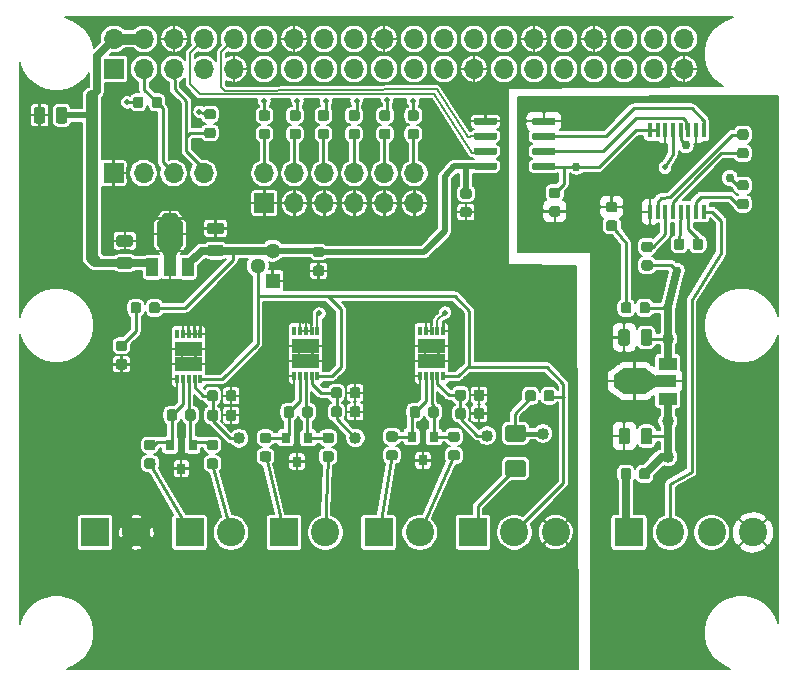
<source format=gtl>
G04 #@! TF.GenerationSoftware,KiCad,Pcbnew,(5.1.5-0-10_14)*
G04 #@! TF.CreationDate,2020-04-19T22:53:18-04:00*
G04 #@! TF.ProjectId,RPi-pHat-Thermocouple,5250692d-7048-4617-942d-546865726d6f,rev?*
G04 #@! TF.SameCoordinates,Original*
G04 #@! TF.FileFunction,Copper,L1,Top*
G04 #@! TF.FilePolarity,Positive*
%FSLAX46Y46*%
G04 Gerber Fmt 4.6, Leading zero omitted, Abs format (unit mm)*
G04 Created by KiCad (PCBNEW (5.1.5-0-10_14)) date 2020-04-19 22:53:18*
%MOMM*%
%LPD*%
G04 APERTURE LIST*
%ADD10R,1.700000X1.700000*%
%ADD11O,1.700000X1.700000*%
%ADD12R,0.400000X1.200000*%
%ADD13C,0.152400*%
%ADD14C,2.400000*%
%ADD15R,2.400000X2.400000*%
%ADD16R,0.800000X0.900000*%
%ADD17R,0.300000X0.790000*%
%ADD18R,1.150000X1.300000*%
%ADD19C,1.300000*%
%ADD20R,1.300000X1.300000*%
%ADD21R,1.000000X1.500000*%
%ADD22R,1.000000X1.800000*%
%ADD23R,2.200000X1.840000*%
%ADD24R,1.500000X1.000000*%
%ADD25R,1.800000X1.000000*%
%ADD26R,1.840000X2.200000*%
%ADD27C,1.016000*%
%ADD28C,0.762000*%
%ADD29C,0.508000*%
%ADD30C,0.254000*%
%ADD31C,0.635000*%
%ADD32C,0.508000*%
%ADD33C,1.016000*%
%ADD34C,0.889000*%
%ADD35C,0.381000*%
G04 APERTURE END LIST*
D10*
X33600000Y-40640000D03*
D11*
X33600000Y-38100000D03*
X36140000Y-40640000D03*
X36140000Y-38100000D03*
X38680000Y-40640000D03*
X38680000Y-38100000D03*
X41220000Y-40640000D03*
X41220000Y-38100000D03*
X43760000Y-40640000D03*
X43760000Y-38100000D03*
X46300000Y-40640000D03*
X46300000Y-38100000D03*
D12*
X66237500Y-41366000D03*
X66887500Y-41366000D03*
X67537500Y-41366000D03*
X68187500Y-41366000D03*
X68837500Y-41366000D03*
X69487500Y-41366000D03*
X70137500Y-41366000D03*
X70787500Y-41366000D03*
X70787500Y-34466000D03*
X70137500Y-34466000D03*
X69487500Y-34466000D03*
X68837500Y-34466000D03*
X68187500Y-34466000D03*
X67537500Y-34466000D03*
X66887500Y-34466000D03*
X66237500Y-34466000D03*
G04 #@! TA.AperFunction,SMDPad,CuDef*
D13*
G36*
X29477691Y-62251053D02*
G01*
X29498926Y-62254203D01*
X29519750Y-62259419D01*
X29539962Y-62266651D01*
X29559368Y-62275830D01*
X29577781Y-62286866D01*
X29595024Y-62299654D01*
X29610930Y-62314070D01*
X29625346Y-62329976D01*
X29638134Y-62347219D01*
X29649170Y-62365632D01*
X29658349Y-62385038D01*
X29665581Y-62405250D01*
X29670797Y-62426074D01*
X29673947Y-62447309D01*
X29675000Y-62468750D01*
X29675000Y-62906250D01*
X29673947Y-62927691D01*
X29670797Y-62948926D01*
X29665581Y-62969750D01*
X29658349Y-62989962D01*
X29649170Y-63009368D01*
X29638134Y-63027781D01*
X29625346Y-63045024D01*
X29610930Y-63060930D01*
X29595024Y-63075346D01*
X29577781Y-63088134D01*
X29559368Y-63099170D01*
X29539962Y-63108349D01*
X29519750Y-63115581D01*
X29498926Y-63120797D01*
X29477691Y-63123947D01*
X29456250Y-63125000D01*
X28943750Y-63125000D01*
X28922309Y-63123947D01*
X28901074Y-63120797D01*
X28880250Y-63115581D01*
X28860038Y-63108349D01*
X28840632Y-63099170D01*
X28822219Y-63088134D01*
X28804976Y-63075346D01*
X28789070Y-63060930D01*
X28774654Y-63045024D01*
X28761866Y-63027781D01*
X28750830Y-63009368D01*
X28741651Y-62989962D01*
X28734419Y-62969750D01*
X28729203Y-62948926D01*
X28726053Y-62927691D01*
X28725000Y-62906250D01*
X28725000Y-62468750D01*
X28726053Y-62447309D01*
X28729203Y-62426074D01*
X28734419Y-62405250D01*
X28741651Y-62385038D01*
X28750830Y-62365632D01*
X28761866Y-62347219D01*
X28774654Y-62329976D01*
X28789070Y-62314070D01*
X28804976Y-62299654D01*
X28822219Y-62286866D01*
X28840632Y-62275830D01*
X28860038Y-62266651D01*
X28880250Y-62259419D01*
X28901074Y-62254203D01*
X28922309Y-62251053D01*
X28943750Y-62250000D01*
X29456250Y-62250000D01*
X29477691Y-62251053D01*
G37*
G04 #@! TD.AperFunction*
G04 #@! TA.AperFunction,SMDPad,CuDef*
G36*
X29477691Y-60676053D02*
G01*
X29498926Y-60679203D01*
X29519750Y-60684419D01*
X29539962Y-60691651D01*
X29559368Y-60700830D01*
X29577781Y-60711866D01*
X29595024Y-60724654D01*
X29610930Y-60739070D01*
X29625346Y-60754976D01*
X29638134Y-60772219D01*
X29649170Y-60790632D01*
X29658349Y-60810038D01*
X29665581Y-60830250D01*
X29670797Y-60851074D01*
X29673947Y-60872309D01*
X29675000Y-60893750D01*
X29675000Y-61331250D01*
X29673947Y-61352691D01*
X29670797Y-61373926D01*
X29665581Y-61394750D01*
X29658349Y-61414962D01*
X29649170Y-61434368D01*
X29638134Y-61452781D01*
X29625346Y-61470024D01*
X29610930Y-61485930D01*
X29595024Y-61500346D01*
X29577781Y-61513134D01*
X29559368Y-61524170D01*
X29539962Y-61533349D01*
X29519750Y-61540581D01*
X29498926Y-61545797D01*
X29477691Y-61548947D01*
X29456250Y-61550000D01*
X28943750Y-61550000D01*
X28922309Y-61548947D01*
X28901074Y-61545797D01*
X28880250Y-61540581D01*
X28860038Y-61533349D01*
X28840632Y-61524170D01*
X28822219Y-61513134D01*
X28804976Y-61500346D01*
X28789070Y-61485930D01*
X28774654Y-61470024D01*
X28761866Y-61452781D01*
X28750830Y-61434368D01*
X28741651Y-61414962D01*
X28734419Y-61394750D01*
X28729203Y-61373926D01*
X28726053Y-61352691D01*
X28725000Y-61331250D01*
X28725000Y-60893750D01*
X28726053Y-60872309D01*
X28729203Y-60851074D01*
X28734419Y-60830250D01*
X28741651Y-60810038D01*
X28750830Y-60790632D01*
X28761866Y-60772219D01*
X28774654Y-60754976D01*
X28789070Y-60739070D01*
X28804976Y-60724654D01*
X28822219Y-60711866D01*
X28840632Y-60700830D01*
X28860038Y-60691651D01*
X28880250Y-60684419D01*
X28901074Y-60679203D01*
X28922309Y-60676053D01*
X28943750Y-60675000D01*
X29456250Y-60675000D01*
X29477691Y-60676053D01*
G37*
G04 #@! TD.AperFunction*
D14*
X74962500Y-68516000D03*
X71462500Y-68516000D03*
X67962500Y-68516000D03*
D15*
X64462500Y-68516000D03*
G04 #@! TA.AperFunction,SMDPad,CuDef*
D13*
G36*
X58102203Y-37221722D02*
G01*
X58116764Y-37223882D01*
X58131043Y-37227459D01*
X58144903Y-37232418D01*
X58158210Y-37238712D01*
X58170836Y-37246280D01*
X58182659Y-37255048D01*
X58193566Y-37264934D01*
X58203452Y-37275841D01*
X58212220Y-37287664D01*
X58219788Y-37300290D01*
X58226082Y-37313597D01*
X58231041Y-37327457D01*
X58234618Y-37341736D01*
X58236778Y-37356297D01*
X58237500Y-37371000D01*
X58237500Y-37671000D01*
X58236778Y-37685703D01*
X58234618Y-37700264D01*
X58231041Y-37714543D01*
X58226082Y-37728403D01*
X58219788Y-37741710D01*
X58212220Y-37754336D01*
X58203452Y-37766159D01*
X58193566Y-37777066D01*
X58182659Y-37786952D01*
X58170836Y-37795720D01*
X58158210Y-37803288D01*
X58144903Y-37809582D01*
X58131043Y-37814541D01*
X58116764Y-37818118D01*
X58102203Y-37820278D01*
X58087500Y-37821000D01*
X56437500Y-37821000D01*
X56422797Y-37820278D01*
X56408236Y-37818118D01*
X56393957Y-37814541D01*
X56380097Y-37809582D01*
X56366790Y-37803288D01*
X56354164Y-37795720D01*
X56342341Y-37786952D01*
X56331434Y-37777066D01*
X56321548Y-37766159D01*
X56312780Y-37754336D01*
X56305212Y-37741710D01*
X56298918Y-37728403D01*
X56293959Y-37714543D01*
X56290382Y-37700264D01*
X56288222Y-37685703D01*
X56287500Y-37671000D01*
X56287500Y-37371000D01*
X56288222Y-37356297D01*
X56290382Y-37341736D01*
X56293959Y-37327457D01*
X56298918Y-37313597D01*
X56305212Y-37300290D01*
X56312780Y-37287664D01*
X56321548Y-37275841D01*
X56331434Y-37264934D01*
X56342341Y-37255048D01*
X56354164Y-37246280D01*
X56366790Y-37238712D01*
X56380097Y-37232418D01*
X56393957Y-37227459D01*
X56408236Y-37223882D01*
X56422797Y-37221722D01*
X56437500Y-37221000D01*
X58087500Y-37221000D01*
X58102203Y-37221722D01*
G37*
G04 #@! TD.AperFunction*
G04 #@! TA.AperFunction,SMDPad,CuDef*
G36*
X58102203Y-35951722D02*
G01*
X58116764Y-35953882D01*
X58131043Y-35957459D01*
X58144903Y-35962418D01*
X58158210Y-35968712D01*
X58170836Y-35976280D01*
X58182659Y-35985048D01*
X58193566Y-35994934D01*
X58203452Y-36005841D01*
X58212220Y-36017664D01*
X58219788Y-36030290D01*
X58226082Y-36043597D01*
X58231041Y-36057457D01*
X58234618Y-36071736D01*
X58236778Y-36086297D01*
X58237500Y-36101000D01*
X58237500Y-36401000D01*
X58236778Y-36415703D01*
X58234618Y-36430264D01*
X58231041Y-36444543D01*
X58226082Y-36458403D01*
X58219788Y-36471710D01*
X58212220Y-36484336D01*
X58203452Y-36496159D01*
X58193566Y-36507066D01*
X58182659Y-36516952D01*
X58170836Y-36525720D01*
X58158210Y-36533288D01*
X58144903Y-36539582D01*
X58131043Y-36544541D01*
X58116764Y-36548118D01*
X58102203Y-36550278D01*
X58087500Y-36551000D01*
X56437500Y-36551000D01*
X56422797Y-36550278D01*
X56408236Y-36548118D01*
X56393957Y-36544541D01*
X56380097Y-36539582D01*
X56366790Y-36533288D01*
X56354164Y-36525720D01*
X56342341Y-36516952D01*
X56331434Y-36507066D01*
X56321548Y-36496159D01*
X56312780Y-36484336D01*
X56305212Y-36471710D01*
X56298918Y-36458403D01*
X56293959Y-36444543D01*
X56290382Y-36430264D01*
X56288222Y-36415703D01*
X56287500Y-36401000D01*
X56287500Y-36101000D01*
X56288222Y-36086297D01*
X56290382Y-36071736D01*
X56293959Y-36057457D01*
X56298918Y-36043597D01*
X56305212Y-36030290D01*
X56312780Y-36017664D01*
X56321548Y-36005841D01*
X56331434Y-35994934D01*
X56342341Y-35985048D01*
X56354164Y-35976280D01*
X56366790Y-35968712D01*
X56380097Y-35962418D01*
X56393957Y-35957459D01*
X56408236Y-35953882D01*
X56422797Y-35951722D01*
X56437500Y-35951000D01*
X58087500Y-35951000D01*
X58102203Y-35951722D01*
G37*
G04 #@! TD.AperFunction*
G04 #@! TA.AperFunction,SMDPad,CuDef*
G36*
X58102203Y-34681722D02*
G01*
X58116764Y-34683882D01*
X58131043Y-34687459D01*
X58144903Y-34692418D01*
X58158210Y-34698712D01*
X58170836Y-34706280D01*
X58182659Y-34715048D01*
X58193566Y-34724934D01*
X58203452Y-34735841D01*
X58212220Y-34747664D01*
X58219788Y-34760290D01*
X58226082Y-34773597D01*
X58231041Y-34787457D01*
X58234618Y-34801736D01*
X58236778Y-34816297D01*
X58237500Y-34831000D01*
X58237500Y-35131000D01*
X58236778Y-35145703D01*
X58234618Y-35160264D01*
X58231041Y-35174543D01*
X58226082Y-35188403D01*
X58219788Y-35201710D01*
X58212220Y-35214336D01*
X58203452Y-35226159D01*
X58193566Y-35237066D01*
X58182659Y-35246952D01*
X58170836Y-35255720D01*
X58158210Y-35263288D01*
X58144903Y-35269582D01*
X58131043Y-35274541D01*
X58116764Y-35278118D01*
X58102203Y-35280278D01*
X58087500Y-35281000D01*
X56437500Y-35281000D01*
X56422797Y-35280278D01*
X56408236Y-35278118D01*
X56393957Y-35274541D01*
X56380097Y-35269582D01*
X56366790Y-35263288D01*
X56354164Y-35255720D01*
X56342341Y-35246952D01*
X56331434Y-35237066D01*
X56321548Y-35226159D01*
X56312780Y-35214336D01*
X56305212Y-35201710D01*
X56298918Y-35188403D01*
X56293959Y-35174543D01*
X56290382Y-35160264D01*
X56288222Y-35145703D01*
X56287500Y-35131000D01*
X56287500Y-34831000D01*
X56288222Y-34816297D01*
X56290382Y-34801736D01*
X56293959Y-34787457D01*
X56298918Y-34773597D01*
X56305212Y-34760290D01*
X56312780Y-34747664D01*
X56321548Y-34735841D01*
X56331434Y-34724934D01*
X56342341Y-34715048D01*
X56354164Y-34706280D01*
X56366790Y-34698712D01*
X56380097Y-34692418D01*
X56393957Y-34687459D01*
X56408236Y-34683882D01*
X56422797Y-34681722D01*
X56437500Y-34681000D01*
X58087500Y-34681000D01*
X58102203Y-34681722D01*
G37*
G04 #@! TD.AperFunction*
G04 #@! TA.AperFunction,SMDPad,CuDef*
G36*
X58102203Y-33411722D02*
G01*
X58116764Y-33413882D01*
X58131043Y-33417459D01*
X58144903Y-33422418D01*
X58158210Y-33428712D01*
X58170836Y-33436280D01*
X58182659Y-33445048D01*
X58193566Y-33454934D01*
X58203452Y-33465841D01*
X58212220Y-33477664D01*
X58219788Y-33490290D01*
X58226082Y-33503597D01*
X58231041Y-33517457D01*
X58234618Y-33531736D01*
X58236778Y-33546297D01*
X58237500Y-33561000D01*
X58237500Y-33861000D01*
X58236778Y-33875703D01*
X58234618Y-33890264D01*
X58231041Y-33904543D01*
X58226082Y-33918403D01*
X58219788Y-33931710D01*
X58212220Y-33944336D01*
X58203452Y-33956159D01*
X58193566Y-33967066D01*
X58182659Y-33976952D01*
X58170836Y-33985720D01*
X58158210Y-33993288D01*
X58144903Y-33999582D01*
X58131043Y-34004541D01*
X58116764Y-34008118D01*
X58102203Y-34010278D01*
X58087500Y-34011000D01*
X56437500Y-34011000D01*
X56422797Y-34010278D01*
X56408236Y-34008118D01*
X56393957Y-34004541D01*
X56380097Y-33999582D01*
X56366790Y-33993288D01*
X56354164Y-33985720D01*
X56342341Y-33976952D01*
X56331434Y-33967066D01*
X56321548Y-33956159D01*
X56312780Y-33944336D01*
X56305212Y-33931710D01*
X56298918Y-33918403D01*
X56293959Y-33904543D01*
X56290382Y-33890264D01*
X56288222Y-33875703D01*
X56287500Y-33861000D01*
X56287500Y-33561000D01*
X56288222Y-33546297D01*
X56290382Y-33531736D01*
X56293959Y-33517457D01*
X56298918Y-33503597D01*
X56305212Y-33490290D01*
X56312780Y-33477664D01*
X56321548Y-33465841D01*
X56331434Y-33454934D01*
X56342341Y-33445048D01*
X56354164Y-33436280D01*
X56366790Y-33428712D01*
X56380097Y-33422418D01*
X56393957Y-33417459D01*
X56408236Y-33413882D01*
X56422797Y-33411722D01*
X56437500Y-33411000D01*
X58087500Y-33411000D01*
X58102203Y-33411722D01*
G37*
G04 #@! TD.AperFunction*
G04 #@! TA.AperFunction,SMDPad,CuDef*
G36*
X53152203Y-33411722D02*
G01*
X53166764Y-33413882D01*
X53181043Y-33417459D01*
X53194903Y-33422418D01*
X53208210Y-33428712D01*
X53220836Y-33436280D01*
X53232659Y-33445048D01*
X53243566Y-33454934D01*
X53253452Y-33465841D01*
X53262220Y-33477664D01*
X53269788Y-33490290D01*
X53276082Y-33503597D01*
X53281041Y-33517457D01*
X53284618Y-33531736D01*
X53286778Y-33546297D01*
X53287500Y-33561000D01*
X53287500Y-33861000D01*
X53286778Y-33875703D01*
X53284618Y-33890264D01*
X53281041Y-33904543D01*
X53276082Y-33918403D01*
X53269788Y-33931710D01*
X53262220Y-33944336D01*
X53253452Y-33956159D01*
X53243566Y-33967066D01*
X53232659Y-33976952D01*
X53220836Y-33985720D01*
X53208210Y-33993288D01*
X53194903Y-33999582D01*
X53181043Y-34004541D01*
X53166764Y-34008118D01*
X53152203Y-34010278D01*
X53137500Y-34011000D01*
X51487500Y-34011000D01*
X51472797Y-34010278D01*
X51458236Y-34008118D01*
X51443957Y-34004541D01*
X51430097Y-33999582D01*
X51416790Y-33993288D01*
X51404164Y-33985720D01*
X51392341Y-33976952D01*
X51381434Y-33967066D01*
X51371548Y-33956159D01*
X51362780Y-33944336D01*
X51355212Y-33931710D01*
X51348918Y-33918403D01*
X51343959Y-33904543D01*
X51340382Y-33890264D01*
X51338222Y-33875703D01*
X51337500Y-33861000D01*
X51337500Y-33561000D01*
X51338222Y-33546297D01*
X51340382Y-33531736D01*
X51343959Y-33517457D01*
X51348918Y-33503597D01*
X51355212Y-33490290D01*
X51362780Y-33477664D01*
X51371548Y-33465841D01*
X51381434Y-33454934D01*
X51392341Y-33445048D01*
X51404164Y-33436280D01*
X51416790Y-33428712D01*
X51430097Y-33422418D01*
X51443957Y-33417459D01*
X51458236Y-33413882D01*
X51472797Y-33411722D01*
X51487500Y-33411000D01*
X53137500Y-33411000D01*
X53152203Y-33411722D01*
G37*
G04 #@! TD.AperFunction*
G04 #@! TA.AperFunction,SMDPad,CuDef*
G36*
X53152203Y-34681722D02*
G01*
X53166764Y-34683882D01*
X53181043Y-34687459D01*
X53194903Y-34692418D01*
X53208210Y-34698712D01*
X53220836Y-34706280D01*
X53232659Y-34715048D01*
X53243566Y-34724934D01*
X53253452Y-34735841D01*
X53262220Y-34747664D01*
X53269788Y-34760290D01*
X53276082Y-34773597D01*
X53281041Y-34787457D01*
X53284618Y-34801736D01*
X53286778Y-34816297D01*
X53287500Y-34831000D01*
X53287500Y-35131000D01*
X53286778Y-35145703D01*
X53284618Y-35160264D01*
X53281041Y-35174543D01*
X53276082Y-35188403D01*
X53269788Y-35201710D01*
X53262220Y-35214336D01*
X53253452Y-35226159D01*
X53243566Y-35237066D01*
X53232659Y-35246952D01*
X53220836Y-35255720D01*
X53208210Y-35263288D01*
X53194903Y-35269582D01*
X53181043Y-35274541D01*
X53166764Y-35278118D01*
X53152203Y-35280278D01*
X53137500Y-35281000D01*
X51487500Y-35281000D01*
X51472797Y-35280278D01*
X51458236Y-35278118D01*
X51443957Y-35274541D01*
X51430097Y-35269582D01*
X51416790Y-35263288D01*
X51404164Y-35255720D01*
X51392341Y-35246952D01*
X51381434Y-35237066D01*
X51371548Y-35226159D01*
X51362780Y-35214336D01*
X51355212Y-35201710D01*
X51348918Y-35188403D01*
X51343959Y-35174543D01*
X51340382Y-35160264D01*
X51338222Y-35145703D01*
X51337500Y-35131000D01*
X51337500Y-34831000D01*
X51338222Y-34816297D01*
X51340382Y-34801736D01*
X51343959Y-34787457D01*
X51348918Y-34773597D01*
X51355212Y-34760290D01*
X51362780Y-34747664D01*
X51371548Y-34735841D01*
X51381434Y-34724934D01*
X51392341Y-34715048D01*
X51404164Y-34706280D01*
X51416790Y-34698712D01*
X51430097Y-34692418D01*
X51443957Y-34687459D01*
X51458236Y-34683882D01*
X51472797Y-34681722D01*
X51487500Y-34681000D01*
X53137500Y-34681000D01*
X53152203Y-34681722D01*
G37*
G04 #@! TD.AperFunction*
G04 #@! TA.AperFunction,SMDPad,CuDef*
G36*
X53152203Y-35951722D02*
G01*
X53166764Y-35953882D01*
X53181043Y-35957459D01*
X53194903Y-35962418D01*
X53208210Y-35968712D01*
X53220836Y-35976280D01*
X53232659Y-35985048D01*
X53243566Y-35994934D01*
X53253452Y-36005841D01*
X53262220Y-36017664D01*
X53269788Y-36030290D01*
X53276082Y-36043597D01*
X53281041Y-36057457D01*
X53284618Y-36071736D01*
X53286778Y-36086297D01*
X53287500Y-36101000D01*
X53287500Y-36401000D01*
X53286778Y-36415703D01*
X53284618Y-36430264D01*
X53281041Y-36444543D01*
X53276082Y-36458403D01*
X53269788Y-36471710D01*
X53262220Y-36484336D01*
X53253452Y-36496159D01*
X53243566Y-36507066D01*
X53232659Y-36516952D01*
X53220836Y-36525720D01*
X53208210Y-36533288D01*
X53194903Y-36539582D01*
X53181043Y-36544541D01*
X53166764Y-36548118D01*
X53152203Y-36550278D01*
X53137500Y-36551000D01*
X51487500Y-36551000D01*
X51472797Y-36550278D01*
X51458236Y-36548118D01*
X51443957Y-36544541D01*
X51430097Y-36539582D01*
X51416790Y-36533288D01*
X51404164Y-36525720D01*
X51392341Y-36516952D01*
X51381434Y-36507066D01*
X51371548Y-36496159D01*
X51362780Y-36484336D01*
X51355212Y-36471710D01*
X51348918Y-36458403D01*
X51343959Y-36444543D01*
X51340382Y-36430264D01*
X51338222Y-36415703D01*
X51337500Y-36401000D01*
X51337500Y-36101000D01*
X51338222Y-36086297D01*
X51340382Y-36071736D01*
X51343959Y-36057457D01*
X51348918Y-36043597D01*
X51355212Y-36030290D01*
X51362780Y-36017664D01*
X51371548Y-36005841D01*
X51381434Y-35994934D01*
X51392341Y-35985048D01*
X51404164Y-35976280D01*
X51416790Y-35968712D01*
X51430097Y-35962418D01*
X51443957Y-35957459D01*
X51458236Y-35953882D01*
X51472797Y-35951722D01*
X51487500Y-35951000D01*
X53137500Y-35951000D01*
X53152203Y-35951722D01*
G37*
G04 #@! TD.AperFunction*
G04 #@! TA.AperFunction,SMDPad,CuDef*
G36*
X53152203Y-37221722D02*
G01*
X53166764Y-37223882D01*
X53181043Y-37227459D01*
X53194903Y-37232418D01*
X53208210Y-37238712D01*
X53220836Y-37246280D01*
X53232659Y-37255048D01*
X53243566Y-37264934D01*
X53253452Y-37275841D01*
X53262220Y-37287664D01*
X53269788Y-37300290D01*
X53276082Y-37313597D01*
X53281041Y-37327457D01*
X53284618Y-37341736D01*
X53286778Y-37356297D01*
X53287500Y-37371000D01*
X53287500Y-37671000D01*
X53286778Y-37685703D01*
X53284618Y-37700264D01*
X53281041Y-37714543D01*
X53276082Y-37728403D01*
X53269788Y-37741710D01*
X53262220Y-37754336D01*
X53253452Y-37766159D01*
X53243566Y-37777066D01*
X53232659Y-37786952D01*
X53220836Y-37795720D01*
X53208210Y-37803288D01*
X53194903Y-37809582D01*
X53181043Y-37814541D01*
X53166764Y-37818118D01*
X53152203Y-37820278D01*
X53137500Y-37821000D01*
X51487500Y-37821000D01*
X51472797Y-37820278D01*
X51458236Y-37818118D01*
X51443957Y-37814541D01*
X51430097Y-37809582D01*
X51416790Y-37803288D01*
X51404164Y-37795720D01*
X51392341Y-37786952D01*
X51381434Y-37777066D01*
X51371548Y-37766159D01*
X51362780Y-37754336D01*
X51355212Y-37741710D01*
X51348918Y-37728403D01*
X51343959Y-37714543D01*
X51340382Y-37700264D01*
X51338222Y-37685703D01*
X51337500Y-37671000D01*
X51337500Y-37371000D01*
X51338222Y-37356297D01*
X51340382Y-37341736D01*
X51343959Y-37327457D01*
X51348918Y-37313597D01*
X51355212Y-37300290D01*
X51362780Y-37287664D01*
X51371548Y-37275841D01*
X51381434Y-37264934D01*
X51392341Y-37255048D01*
X51404164Y-37246280D01*
X51416790Y-37238712D01*
X51430097Y-37232418D01*
X51443957Y-37227459D01*
X51458236Y-37223882D01*
X51472797Y-37221722D01*
X51487500Y-37221000D01*
X53137500Y-37221000D01*
X53152203Y-37221722D01*
G37*
G04 #@! TD.AperFunction*
D14*
X58262500Y-68496000D03*
X54762500Y-68496000D03*
D15*
X51262500Y-68496000D03*
D14*
X46762500Y-68516000D03*
D15*
X43262500Y-68516000D03*
D14*
X38762500Y-68516000D03*
D15*
X35262500Y-68516000D03*
D14*
X30762500Y-68516000D03*
D15*
X27262500Y-68516000D03*
D14*
X22762500Y-68516000D03*
D15*
X19262500Y-68516000D03*
G04 #@! TA.AperFunction,SMDPad,CuDef*
D13*
G36*
X14830142Y-32501174D02*
G01*
X14853803Y-32504684D01*
X14877007Y-32510496D01*
X14899529Y-32518554D01*
X14921153Y-32528782D01*
X14941670Y-32541079D01*
X14960883Y-32555329D01*
X14978607Y-32571393D01*
X14994671Y-32589117D01*
X15008921Y-32608330D01*
X15021218Y-32628847D01*
X15031446Y-32650471D01*
X15039504Y-32672993D01*
X15045316Y-32696197D01*
X15048826Y-32719858D01*
X15050000Y-32743750D01*
X15050000Y-33656250D01*
X15048826Y-33680142D01*
X15045316Y-33703803D01*
X15039504Y-33727007D01*
X15031446Y-33749529D01*
X15021218Y-33771153D01*
X15008921Y-33791670D01*
X14994671Y-33810883D01*
X14978607Y-33828607D01*
X14960883Y-33844671D01*
X14941670Y-33858921D01*
X14921153Y-33871218D01*
X14899529Y-33881446D01*
X14877007Y-33889504D01*
X14853803Y-33895316D01*
X14830142Y-33898826D01*
X14806250Y-33900000D01*
X14318750Y-33900000D01*
X14294858Y-33898826D01*
X14271197Y-33895316D01*
X14247993Y-33889504D01*
X14225471Y-33881446D01*
X14203847Y-33871218D01*
X14183330Y-33858921D01*
X14164117Y-33844671D01*
X14146393Y-33828607D01*
X14130329Y-33810883D01*
X14116079Y-33791670D01*
X14103782Y-33771153D01*
X14093554Y-33749529D01*
X14085496Y-33727007D01*
X14079684Y-33703803D01*
X14076174Y-33680142D01*
X14075000Y-33656250D01*
X14075000Y-32743750D01*
X14076174Y-32719858D01*
X14079684Y-32696197D01*
X14085496Y-32672993D01*
X14093554Y-32650471D01*
X14103782Y-32628847D01*
X14116079Y-32608330D01*
X14130329Y-32589117D01*
X14146393Y-32571393D01*
X14164117Y-32555329D01*
X14183330Y-32541079D01*
X14203847Y-32528782D01*
X14225471Y-32518554D01*
X14247993Y-32510496D01*
X14271197Y-32504684D01*
X14294858Y-32501174D01*
X14318750Y-32500000D01*
X14806250Y-32500000D01*
X14830142Y-32501174D01*
G37*
G04 #@! TD.AperFunction*
G04 #@! TA.AperFunction,SMDPad,CuDef*
G36*
X16705142Y-32501174D02*
G01*
X16728803Y-32504684D01*
X16752007Y-32510496D01*
X16774529Y-32518554D01*
X16796153Y-32528782D01*
X16816670Y-32541079D01*
X16835883Y-32555329D01*
X16853607Y-32571393D01*
X16869671Y-32589117D01*
X16883921Y-32608330D01*
X16896218Y-32628847D01*
X16906446Y-32650471D01*
X16914504Y-32672993D01*
X16920316Y-32696197D01*
X16923826Y-32719858D01*
X16925000Y-32743750D01*
X16925000Y-33656250D01*
X16923826Y-33680142D01*
X16920316Y-33703803D01*
X16914504Y-33727007D01*
X16906446Y-33749529D01*
X16896218Y-33771153D01*
X16883921Y-33791670D01*
X16869671Y-33810883D01*
X16853607Y-33828607D01*
X16835883Y-33844671D01*
X16816670Y-33858921D01*
X16796153Y-33871218D01*
X16774529Y-33881446D01*
X16752007Y-33889504D01*
X16728803Y-33895316D01*
X16705142Y-33898826D01*
X16681250Y-33900000D01*
X16193750Y-33900000D01*
X16169858Y-33898826D01*
X16146197Y-33895316D01*
X16122993Y-33889504D01*
X16100471Y-33881446D01*
X16078847Y-33871218D01*
X16058330Y-33858921D01*
X16039117Y-33844671D01*
X16021393Y-33828607D01*
X16005329Y-33810883D01*
X15991079Y-33791670D01*
X15978782Y-33771153D01*
X15968554Y-33749529D01*
X15960496Y-33727007D01*
X15954684Y-33703803D01*
X15951174Y-33680142D01*
X15950000Y-33656250D01*
X15950000Y-32743750D01*
X15951174Y-32719858D01*
X15954684Y-32696197D01*
X15960496Y-32672993D01*
X15968554Y-32650471D01*
X15978782Y-32628847D01*
X15991079Y-32608330D01*
X16005329Y-32589117D01*
X16021393Y-32571393D01*
X16039117Y-32555329D01*
X16058330Y-32541079D01*
X16078847Y-32528782D01*
X16100471Y-32518554D01*
X16122993Y-32510496D01*
X16146197Y-32504684D01*
X16169858Y-32501174D01*
X16193750Y-32500000D01*
X16681250Y-32500000D01*
X16705142Y-32501174D01*
G37*
G04 #@! TD.AperFunction*
D16*
X27512500Y-61116000D03*
X25612500Y-61116000D03*
X26562500Y-63116000D03*
G04 #@! TA.AperFunction,SMDPad,CuDef*
D13*
G36*
X29452691Y-56476053D02*
G01*
X29473926Y-56479203D01*
X29494750Y-56484419D01*
X29514962Y-56491651D01*
X29534368Y-56500830D01*
X29552781Y-56511866D01*
X29570024Y-56524654D01*
X29585930Y-56539070D01*
X29600346Y-56554976D01*
X29613134Y-56572219D01*
X29624170Y-56590632D01*
X29633349Y-56610038D01*
X29640581Y-56630250D01*
X29645797Y-56651074D01*
X29648947Y-56672309D01*
X29650000Y-56693750D01*
X29650000Y-57206250D01*
X29648947Y-57227691D01*
X29645797Y-57248926D01*
X29640581Y-57269750D01*
X29633349Y-57289962D01*
X29624170Y-57309368D01*
X29613134Y-57327781D01*
X29600346Y-57345024D01*
X29585930Y-57360930D01*
X29570024Y-57375346D01*
X29552781Y-57388134D01*
X29534368Y-57399170D01*
X29514962Y-57408349D01*
X29494750Y-57415581D01*
X29473926Y-57420797D01*
X29452691Y-57423947D01*
X29431250Y-57425000D01*
X28993750Y-57425000D01*
X28972309Y-57423947D01*
X28951074Y-57420797D01*
X28930250Y-57415581D01*
X28910038Y-57408349D01*
X28890632Y-57399170D01*
X28872219Y-57388134D01*
X28854976Y-57375346D01*
X28839070Y-57360930D01*
X28824654Y-57345024D01*
X28811866Y-57327781D01*
X28800830Y-57309368D01*
X28791651Y-57289962D01*
X28784419Y-57269750D01*
X28779203Y-57248926D01*
X28776053Y-57227691D01*
X28775000Y-57206250D01*
X28775000Y-56693750D01*
X28776053Y-56672309D01*
X28779203Y-56651074D01*
X28784419Y-56630250D01*
X28791651Y-56610038D01*
X28800830Y-56590632D01*
X28811866Y-56572219D01*
X28824654Y-56554976D01*
X28839070Y-56539070D01*
X28854976Y-56524654D01*
X28872219Y-56511866D01*
X28890632Y-56500830D01*
X28910038Y-56491651D01*
X28930250Y-56484419D01*
X28951074Y-56479203D01*
X28972309Y-56476053D01*
X28993750Y-56475000D01*
X29431250Y-56475000D01*
X29452691Y-56476053D01*
G37*
G04 #@! TD.AperFunction*
G04 #@! TA.AperFunction,SMDPad,CuDef*
G36*
X31027691Y-56476053D02*
G01*
X31048926Y-56479203D01*
X31069750Y-56484419D01*
X31089962Y-56491651D01*
X31109368Y-56500830D01*
X31127781Y-56511866D01*
X31145024Y-56524654D01*
X31160930Y-56539070D01*
X31175346Y-56554976D01*
X31188134Y-56572219D01*
X31199170Y-56590632D01*
X31208349Y-56610038D01*
X31215581Y-56630250D01*
X31220797Y-56651074D01*
X31223947Y-56672309D01*
X31225000Y-56693750D01*
X31225000Y-57206250D01*
X31223947Y-57227691D01*
X31220797Y-57248926D01*
X31215581Y-57269750D01*
X31208349Y-57289962D01*
X31199170Y-57309368D01*
X31188134Y-57327781D01*
X31175346Y-57345024D01*
X31160930Y-57360930D01*
X31145024Y-57375346D01*
X31127781Y-57388134D01*
X31109368Y-57399170D01*
X31089962Y-57408349D01*
X31069750Y-57415581D01*
X31048926Y-57420797D01*
X31027691Y-57423947D01*
X31006250Y-57425000D01*
X30568750Y-57425000D01*
X30547309Y-57423947D01*
X30526074Y-57420797D01*
X30505250Y-57415581D01*
X30485038Y-57408349D01*
X30465632Y-57399170D01*
X30447219Y-57388134D01*
X30429976Y-57375346D01*
X30414070Y-57360930D01*
X30399654Y-57345024D01*
X30386866Y-57327781D01*
X30375830Y-57309368D01*
X30366651Y-57289962D01*
X30359419Y-57269750D01*
X30354203Y-57248926D01*
X30351053Y-57227691D01*
X30350000Y-57206250D01*
X30350000Y-56693750D01*
X30351053Y-56672309D01*
X30354203Y-56651074D01*
X30359419Y-56630250D01*
X30366651Y-56610038D01*
X30375830Y-56590632D01*
X30386866Y-56572219D01*
X30399654Y-56554976D01*
X30414070Y-56539070D01*
X30429976Y-56524654D01*
X30447219Y-56511866D01*
X30465632Y-56500830D01*
X30485038Y-56491651D01*
X30505250Y-56484419D01*
X30526074Y-56479203D01*
X30547309Y-56476053D01*
X30568750Y-56475000D01*
X31006250Y-56475000D01*
X31027691Y-56476053D01*
G37*
G04 #@! TD.AperFunction*
G04 #@! TA.AperFunction,SMDPad,CuDef*
G36*
X27577691Y-58104053D02*
G01*
X27598926Y-58107203D01*
X27619750Y-58112419D01*
X27639962Y-58119651D01*
X27659368Y-58128830D01*
X27677781Y-58139866D01*
X27695024Y-58152654D01*
X27710930Y-58167070D01*
X27725346Y-58182976D01*
X27738134Y-58200219D01*
X27749170Y-58218632D01*
X27758349Y-58238038D01*
X27765581Y-58258250D01*
X27770797Y-58279074D01*
X27773947Y-58300309D01*
X27775000Y-58321750D01*
X27775000Y-58834250D01*
X27773947Y-58855691D01*
X27770797Y-58876926D01*
X27765581Y-58897750D01*
X27758349Y-58917962D01*
X27749170Y-58937368D01*
X27738134Y-58955781D01*
X27725346Y-58973024D01*
X27710930Y-58988930D01*
X27695024Y-59003346D01*
X27677781Y-59016134D01*
X27659368Y-59027170D01*
X27639962Y-59036349D01*
X27619750Y-59043581D01*
X27598926Y-59048797D01*
X27577691Y-59051947D01*
X27556250Y-59053000D01*
X27118750Y-59053000D01*
X27097309Y-59051947D01*
X27076074Y-59048797D01*
X27055250Y-59043581D01*
X27035038Y-59036349D01*
X27015632Y-59027170D01*
X26997219Y-59016134D01*
X26979976Y-59003346D01*
X26964070Y-58988930D01*
X26949654Y-58973024D01*
X26936866Y-58955781D01*
X26925830Y-58937368D01*
X26916651Y-58917962D01*
X26909419Y-58897750D01*
X26904203Y-58876926D01*
X26901053Y-58855691D01*
X26900000Y-58834250D01*
X26900000Y-58321750D01*
X26901053Y-58300309D01*
X26904203Y-58279074D01*
X26909419Y-58258250D01*
X26916651Y-58238038D01*
X26925830Y-58218632D01*
X26936866Y-58200219D01*
X26949654Y-58182976D01*
X26964070Y-58167070D01*
X26979976Y-58152654D01*
X26997219Y-58139866D01*
X27015632Y-58128830D01*
X27035038Y-58119651D01*
X27055250Y-58112419D01*
X27076074Y-58107203D01*
X27097309Y-58104053D01*
X27118750Y-58103000D01*
X27556250Y-58103000D01*
X27577691Y-58104053D01*
G37*
G04 #@! TD.AperFunction*
G04 #@! TA.AperFunction,SMDPad,CuDef*
G36*
X26002691Y-58104053D02*
G01*
X26023926Y-58107203D01*
X26044750Y-58112419D01*
X26064962Y-58119651D01*
X26084368Y-58128830D01*
X26102781Y-58139866D01*
X26120024Y-58152654D01*
X26135930Y-58167070D01*
X26150346Y-58182976D01*
X26163134Y-58200219D01*
X26174170Y-58218632D01*
X26183349Y-58238038D01*
X26190581Y-58258250D01*
X26195797Y-58279074D01*
X26198947Y-58300309D01*
X26200000Y-58321750D01*
X26200000Y-58834250D01*
X26198947Y-58855691D01*
X26195797Y-58876926D01*
X26190581Y-58897750D01*
X26183349Y-58917962D01*
X26174170Y-58937368D01*
X26163134Y-58955781D01*
X26150346Y-58973024D01*
X26135930Y-58988930D01*
X26120024Y-59003346D01*
X26102781Y-59016134D01*
X26084368Y-59027170D01*
X26064962Y-59036349D01*
X26044750Y-59043581D01*
X26023926Y-59048797D01*
X26002691Y-59051947D01*
X25981250Y-59053000D01*
X25543750Y-59053000D01*
X25522309Y-59051947D01*
X25501074Y-59048797D01*
X25480250Y-59043581D01*
X25460038Y-59036349D01*
X25440632Y-59027170D01*
X25422219Y-59016134D01*
X25404976Y-59003346D01*
X25389070Y-58988930D01*
X25374654Y-58973024D01*
X25361866Y-58955781D01*
X25350830Y-58937368D01*
X25341651Y-58917962D01*
X25334419Y-58897750D01*
X25329203Y-58876926D01*
X25326053Y-58855691D01*
X25325000Y-58834250D01*
X25325000Y-58321750D01*
X25326053Y-58300309D01*
X25329203Y-58279074D01*
X25334419Y-58258250D01*
X25341651Y-58238038D01*
X25350830Y-58218632D01*
X25361866Y-58200219D01*
X25374654Y-58182976D01*
X25389070Y-58167070D01*
X25404976Y-58152654D01*
X25422219Y-58139866D01*
X25440632Y-58128830D01*
X25460038Y-58119651D01*
X25480250Y-58112419D01*
X25501074Y-58107203D01*
X25522309Y-58104053D01*
X25543750Y-58103000D01*
X25981250Y-58103000D01*
X26002691Y-58104053D01*
G37*
G04 #@! TD.AperFunction*
G04 #@! TA.AperFunction,SMDPad,CuDef*
G36*
X38465191Y-45917053D02*
G01*
X38486426Y-45920203D01*
X38507250Y-45925419D01*
X38527462Y-45932651D01*
X38546868Y-45941830D01*
X38565281Y-45952866D01*
X38582524Y-45965654D01*
X38598430Y-45980070D01*
X38612846Y-45995976D01*
X38625634Y-46013219D01*
X38636670Y-46031632D01*
X38645849Y-46051038D01*
X38653081Y-46071250D01*
X38658297Y-46092074D01*
X38661447Y-46113309D01*
X38662500Y-46134750D01*
X38662500Y-46572250D01*
X38661447Y-46593691D01*
X38658297Y-46614926D01*
X38653081Y-46635750D01*
X38645849Y-46655962D01*
X38636670Y-46675368D01*
X38625634Y-46693781D01*
X38612846Y-46711024D01*
X38598430Y-46726930D01*
X38582524Y-46741346D01*
X38565281Y-46754134D01*
X38546868Y-46765170D01*
X38527462Y-46774349D01*
X38507250Y-46781581D01*
X38486426Y-46786797D01*
X38465191Y-46789947D01*
X38443750Y-46791000D01*
X37931250Y-46791000D01*
X37909809Y-46789947D01*
X37888574Y-46786797D01*
X37867750Y-46781581D01*
X37847538Y-46774349D01*
X37828132Y-46765170D01*
X37809719Y-46754134D01*
X37792476Y-46741346D01*
X37776570Y-46726930D01*
X37762154Y-46711024D01*
X37749366Y-46693781D01*
X37738330Y-46675368D01*
X37729151Y-46655962D01*
X37721919Y-46635750D01*
X37716703Y-46614926D01*
X37713553Y-46593691D01*
X37712500Y-46572250D01*
X37712500Y-46134750D01*
X37713553Y-46113309D01*
X37716703Y-46092074D01*
X37721919Y-46071250D01*
X37729151Y-46051038D01*
X37738330Y-46031632D01*
X37749366Y-46013219D01*
X37762154Y-45995976D01*
X37776570Y-45980070D01*
X37792476Y-45965654D01*
X37809719Y-45952866D01*
X37828132Y-45941830D01*
X37847538Y-45932651D01*
X37867750Y-45925419D01*
X37888574Y-45920203D01*
X37909809Y-45917053D01*
X37931250Y-45916000D01*
X38443750Y-45916000D01*
X38465191Y-45917053D01*
G37*
G04 #@! TD.AperFunction*
G04 #@! TA.AperFunction,SMDPad,CuDef*
G36*
X38465191Y-44342053D02*
G01*
X38486426Y-44345203D01*
X38507250Y-44350419D01*
X38527462Y-44357651D01*
X38546868Y-44366830D01*
X38565281Y-44377866D01*
X38582524Y-44390654D01*
X38598430Y-44405070D01*
X38612846Y-44420976D01*
X38625634Y-44438219D01*
X38636670Y-44456632D01*
X38645849Y-44476038D01*
X38653081Y-44496250D01*
X38658297Y-44517074D01*
X38661447Y-44538309D01*
X38662500Y-44559750D01*
X38662500Y-44997250D01*
X38661447Y-45018691D01*
X38658297Y-45039926D01*
X38653081Y-45060750D01*
X38645849Y-45080962D01*
X38636670Y-45100368D01*
X38625634Y-45118781D01*
X38612846Y-45136024D01*
X38598430Y-45151930D01*
X38582524Y-45166346D01*
X38565281Y-45179134D01*
X38546868Y-45190170D01*
X38527462Y-45199349D01*
X38507250Y-45206581D01*
X38486426Y-45211797D01*
X38465191Y-45214947D01*
X38443750Y-45216000D01*
X37931250Y-45216000D01*
X37909809Y-45214947D01*
X37888574Y-45211797D01*
X37867750Y-45206581D01*
X37847538Y-45199349D01*
X37828132Y-45190170D01*
X37809719Y-45179134D01*
X37792476Y-45166346D01*
X37776570Y-45151930D01*
X37762154Y-45136024D01*
X37749366Y-45118781D01*
X37738330Y-45100368D01*
X37729151Y-45080962D01*
X37721919Y-45060750D01*
X37716703Y-45039926D01*
X37713553Y-45018691D01*
X37712500Y-44997250D01*
X37712500Y-44559750D01*
X37713553Y-44538309D01*
X37716703Y-44517074D01*
X37721919Y-44496250D01*
X37729151Y-44476038D01*
X37738330Y-44456632D01*
X37749366Y-44438219D01*
X37762154Y-44420976D01*
X37776570Y-44405070D01*
X37792476Y-44390654D01*
X37809719Y-44377866D01*
X37828132Y-44366830D01*
X37847538Y-44357651D01*
X37867750Y-44350419D01*
X37888574Y-44345203D01*
X37909809Y-44342053D01*
X37931250Y-44341000D01*
X38443750Y-44341000D01*
X38465191Y-44342053D01*
G37*
G04 #@! TD.AperFunction*
G04 #@! TA.AperFunction,SMDPad,CuDef*
G36*
X39952691Y-56226053D02*
G01*
X39973926Y-56229203D01*
X39994750Y-56234419D01*
X40014962Y-56241651D01*
X40034368Y-56250830D01*
X40052781Y-56261866D01*
X40070024Y-56274654D01*
X40085930Y-56289070D01*
X40100346Y-56304976D01*
X40113134Y-56322219D01*
X40124170Y-56340632D01*
X40133349Y-56360038D01*
X40140581Y-56380250D01*
X40145797Y-56401074D01*
X40148947Y-56422309D01*
X40150000Y-56443750D01*
X40150000Y-56956250D01*
X40148947Y-56977691D01*
X40145797Y-56998926D01*
X40140581Y-57019750D01*
X40133349Y-57039962D01*
X40124170Y-57059368D01*
X40113134Y-57077781D01*
X40100346Y-57095024D01*
X40085930Y-57110930D01*
X40070024Y-57125346D01*
X40052781Y-57138134D01*
X40034368Y-57149170D01*
X40014962Y-57158349D01*
X39994750Y-57165581D01*
X39973926Y-57170797D01*
X39952691Y-57173947D01*
X39931250Y-57175000D01*
X39493750Y-57175000D01*
X39472309Y-57173947D01*
X39451074Y-57170797D01*
X39430250Y-57165581D01*
X39410038Y-57158349D01*
X39390632Y-57149170D01*
X39372219Y-57138134D01*
X39354976Y-57125346D01*
X39339070Y-57110930D01*
X39324654Y-57095024D01*
X39311866Y-57077781D01*
X39300830Y-57059368D01*
X39291651Y-57039962D01*
X39284419Y-57019750D01*
X39279203Y-56998926D01*
X39276053Y-56977691D01*
X39275000Y-56956250D01*
X39275000Y-56443750D01*
X39276053Y-56422309D01*
X39279203Y-56401074D01*
X39284419Y-56380250D01*
X39291651Y-56360038D01*
X39300830Y-56340632D01*
X39311866Y-56322219D01*
X39324654Y-56304976D01*
X39339070Y-56289070D01*
X39354976Y-56274654D01*
X39372219Y-56261866D01*
X39390632Y-56250830D01*
X39410038Y-56241651D01*
X39430250Y-56234419D01*
X39451074Y-56229203D01*
X39472309Y-56226053D01*
X39493750Y-56225000D01*
X39931250Y-56225000D01*
X39952691Y-56226053D01*
G37*
G04 #@! TD.AperFunction*
G04 #@! TA.AperFunction,SMDPad,CuDef*
G36*
X41527691Y-56226053D02*
G01*
X41548926Y-56229203D01*
X41569750Y-56234419D01*
X41589962Y-56241651D01*
X41609368Y-56250830D01*
X41627781Y-56261866D01*
X41645024Y-56274654D01*
X41660930Y-56289070D01*
X41675346Y-56304976D01*
X41688134Y-56322219D01*
X41699170Y-56340632D01*
X41708349Y-56360038D01*
X41715581Y-56380250D01*
X41720797Y-56401074D01*
X41723947Y-56422309D01*
X41725000Y-56443750D01*
X41725000Y-56956250D01*
X41723947Y-56977691D01*
X41720797Y-56998926D01*
X41715581Y-57019750D01*
X41708349Y-57039962D01*
X41699170Y-57059368D01*
X41688134Y-57077781D01*
X41675346Y-57095024D01*
X41660930Y-57110930D01*
X41645024Y-57125346D01*
X41627781Y-57138134D01*
X41609368Y-57149170D01*
X41589962Y-57158349D01*
X41569750Y-57165581D01*
X41548926Y-57170797D01*
X41527691Y-57173947D01*
X41506250Y-57175000D01*
X41068750Y-57175000D01*
X41047309Y-57173947D01*
X41026074Y-57170797D01*
X41005250Y-57165581D01*
X40985038Y-57158349D01*
X40965632Y-57149170D01*
X40947219Y-57138134D01*
X40929976Y-57125346D01*
X40914070Y-57110930D01*
X40899654Y-57095024D01*
X40886866Y-57077781D01*
X40875830Y-57059368D01*
X40866651Y-57039962D01*
X40859419Y-57019750D01*
X40854203Y-56998926D01*
X40851053Y-56977691D01*
X40850000Y-56956250D01*
X40850000Y-56443750D01*
X40851053Y-56422309D01*
X40854203Y-56401074D01*
X40859419Y-56380250D01*
X40866651Y-56360038D01*
X40875830Y-56340632D01*
X40886866Y-56322219D01*
X40899654Y-56304976D01*
X40914070Y-56289070D01*
X40929976Y-56274654D01*
X40947219Y-56261866D01*
X40965632Y-56250830D01*
X40985038Y-56241651D01*
X41005250Y-56234419D01*
X41026074Y-56229203D01*
X41047309Y-56226053D01*
X41068750Y-56225000D01*
X41506250Y-56225000D01*
X41527691Y-56226053D01*
G37*
G04 #@! TD.AperFunction*
G04 #@! TA.AperFunction,SMDPad,CuDef*
G36*
X37487691Y-57854053D02*
G01*
X37508926Y-57857203D01*
X37529750Y-57862419D01*
X37549962Y-57869651D01*
X37569368Y-57878830D01*
X37587781Y-57889866D01*
X37605024Y-57902654D01*
X37620930Y-57917070D01*
X37635346Y-57932976D01*
X37648134Y-57950219D01*
X37659170Y-57968632D01*
X37668349Y-57988038D01*
X37675581Y-58008250D01*
X37680797Y-58029074D01*
X37683947Y-58050309D01*
X37685000Y-58071750D01*
X37685000Y-58584250D01*
X37683947Y-58605691D01*
X37680797Y-58626926D01*
X37675581Y-58647750D01*
X37668349Y-58667962D01*
X37659170Y-58687368D01*
X37648134Y-58705781D01*
X37635346Y-58723024D01*
X37620930Y-58738930D01*
X37605024Y-58753346D01*
X37587781Y-58766134D01*
X37569368Y-58777170D01*
X37549962Y-58786349D01*
X37529750Y-58793581D01*
X37508926Y-58798797D01*
X37487691Y-58801947D01*
X37466250Y-58803000D01*
X37028750Y-58803000D01*
X37007309Y-58801947D01*
X36986074Y-58798797D01*
X36965250Y-58793581D01*
X36945038Y-58786349D01*
X36925632Y-58777170D01*
X36907219Y-58766134D01*
X36889976Y-58753346D01*
X36874070Y-58738930D01*
X36859654Y-58723024D01*
X36846866Y-58705781D01*
X36835830Y-58687368D01*
X36826651Y-58667962D01*
X36819419Y-58647750D01*
X36814203Y-58626926D01*
X36811053Y-58605691D01*
X36810000Y-58584250D01*
X36810000Y-58071750D01*
X36811053Y-58050309D01*
X36814203Y-58029074D01*
X36819419Y-58008250D01*
X36826651Y-57988038D01*
X36835830Y-57968632D01*
X36846866Y-57950219D01*
X36859654Y-57932976D01*
X36874070Y-57917070D01*
X36889976Y-57902654D01*
X36907219Y-57889866D01*
X36925632Y-57878830D01*
X36945038Y-57869651D01*
X36965250Y-57862419D01*
X36986074Y-57857203D01*
X37007309Y-57854053D01*
X37028750Y-57853000D01*
X37466250Y-57853000D01*
X37487691Y-57854053D01*
G37*
G04 #@! TD.AperFunction*
G04 #@! TA.AperFunction,SMDPad,CuDef*
G36*
X35912691Y-57854053D02*
G01*
X35933926Y-57857203D01*
X35954750Y-57862419D01*
X35974962Y-57869651D01*
X35994368Y-57878830D01*
X36012781Y-57889866D01*
X36030024Y-57902654D01*
X36045930Y-57917070D01*
X36060346Y-57932976D01*
X36073134Y-57950219D01*
X36084170Y-57968632D01*
X36093349Y-57988038D01*
X36100581Y-58008250D01*
X36105797Y-58029074D01*
X36108947Y-58050309D01*
X36110000Y-58071750D01*
X36110000Y-58584250D01*
X36108947Y-58605691D01*
X36105797Y-58626926D01*
X36100581Y-58647750D01*
X36093349Y-58667962D01*
X36084170Y-58687368D01*
X36073134Y-58705781D01*
X36060346Y-58723024D01*
X36045930Y-58738930D01*
X36030024Y-58753346D01*
X36012781Y-58766134D01*
X35994368Y-58777170D01*
X35974962Y-58786349D01*
X35954750Y-58793581D01*
X35933926Y-58798797D01*
X35912691Y-58801947D01*
X35891250Y-58803000D01*
X35453750Y-58803000D01*
X35432309Y-58801947D01*
X35411074Y-58798797D01*
X35390250Y-58793581D01*
X35370038Y-58786349D01*
X35350632Y-58777170D01*
X35332219Y-58766134D01*
X35314976Y-58753346D01*
X35299070Y-58738930D01*
X35284654Y-58723024D01*
X35271866Y-58705781D01*
X35260830Y-58687368D01*
X35251651Y-58667962D01*
X35244419Y-58647750D01*
X35239203Y-58626926D01*
X35236053Y-58605691D01*
X35235000Y-58584250D01*
X35235000Y-58071750D01*
X35236053Y-58050309D01*
X35239203Y-58029074D01*
X35244419Y-58008250D01*
X35251651Y-57988038D01*
X35260830Y-57968632D01*
X35271866Y-57950219D01*
X35284654Y-57932976D01*
X35299070Y-57917070D01*
X35314976Y-57902654D01*
X35332219Y-57889866D01*
X35350632Y-57878830D01*
X35370038Y-57869651D01*
X35390250Y-57862419D01*
X35411074Y-57857203D01*
X35432309Y-57854053D01*
X35453750Y-57853000D01*
X35891250Y-57853000D01*
X35912691Y-57854053D01*
G37*
G04 #@! TD.AperFunction*
G04 #@! TA.AperFunction,SMDPad,CuDef*
G36*
X50440191Y-56417053D02*
G01*
X50461426Y-56420203D01*
X50482250Y-56425419D01*
X50502462Y-56432651D01*
X50521868Y-56441830D01*
X50540281Y-56452866D01*
X50557524Y-56465654D01*
X50573430Y-56480070D01*
X50587846Y-56495976D01*
X50600634Y-56513219D01*
X50611670Y-56531632D01*
X50620849Y-56551038D01*
X50628081Y-56571250D01*
X50633297Y-56592074D01*
X50636447Y-56613309D01*
X50637500Y-56634750D01*
X50637500Y-57147250D01*
X50636447Y-57168691D01*
X50633297Y-57189926D01*
X50628081Y-57210750D01*
X50620849Y-57230962D01*
X50611670Y-57250368D01*
X50600634Y-57268781D01*
X50587846Y-57286024D01*
X50573430Y-57301930D01*
X50557524Y-57316346D01*
X50540281Y-57329134D01*
X50521868Y-57340170D01*
X50502462Y-57349349D01*
X50482250Y-57356581D01*
X50461426Y-57361797D01*
X50440191Y-57364947D01*
X50418750Y-57366000D01*
X49981250Y-57366000D01*
X49959809Y-57364947D01*
X49938574Y-57361797D01*
X49917750Y-57356581D01*
X49897538Y-57349349D01*
X49878132Y-57340170D01*
X49859719Y-57329134D01*
X49842476Y-57316346D01*
X49826570Y-57301930D01*
X49812154Y-57286024D01*
X49799366Y-57268781D01*
X49788330Y-57250368D01*
X49779151Y-57230962D01*
X49771919Y-57210750D01*
X49766703Y-57189926D01*
X49763553Y-57168691D01*
X49762500Y-57147250D01*
X49762500Y-56634750D01*
X49763553Y-56613309D01*
X49766703Y-56592074D01*
X49771919Y-56571250D01*
X49779151Y-56551038D01*
X49788330Y-56531632D01*
X49799366Y-56513219D01*
X49812154Y-56495976D01*
X49826570Y-56480070D01*
X49842476Y-56465654D01*
X49859719Y-56452866D01*
X49878132Y-56441830D01*
X49897538Y-56432651D01*
X49917750Y-56425419D01*
X49938574Y-56420203D01*
X49959809Y-56417053D01*
X49981250Y-56416000D01*
X50418750Y-56416000D01*
X50440191Y-56417053D01*
G37*
G04 #@! TD.AperFunction*
G04 #@! TA.AperFunction,SMDPad,CuDef*
G36*
X52015191Y-56417053D02*
G01*
X52036426Y-56420203D01*
X52057250Y-56425419D01*
X52077462Y-56432651D01*
X52096868Y-56441830D01*
X52115281Y-56452866D01*
X52132524Y-56465654D01*
X52148430Y-56480070D01*
X52162846Y-56495976D01*
X52175634Y-56513219D01*
X52186670Y-56531632D01*
X52195849Y-56551038D01*
X52203081Y-56571250D01*
X52208297Y-56592074D01*
X52211447Y-56613309D01*
X52212500Y-56634750D01*
X52212500Y-57147250D01*
X52211447Y-57168691D01*
X52208297Y-57189926D01*
X52203081Y-57210750D01*
X52195849Y-57230962D01*
X52186670Y-57250368D01*
X52175634Y-57268781D01*
X52162846Y-57286024D01*
X52148430Y-57301930D01*
X52132524Y-57316346D01*
X52115281Y-57329134D01*
X52096868Y-57340170D01*
X52077462Y-57349349D01*
X52057250Y-57356581D01*
X52036426Y-57361797D01*
X52015191Y-57364947D01*
X51993750Y-57366000D01*
X51556250Y-57366000D01*
X51534809Y-57364947D01*
X51513574Y-57361797D01*
X51492750Y-57356581D01*
X51472538Y-57349349D01*
X51453132Y-57340170D01*
X51434719Y-57329134D01*
X51417476Y-57316346D01*
X51401570Y-57301930D01*
X51387154Y-57286024D01*
X51374366Y-57268781D01*
X51363330Y-57250368D01*
X51354151Y-57230962D01*
X51346919Y-57210750D01*
X51341703Y-57189926D01*
X51338553Y-57168691D01*
X51337500Y-57147250D01*
X51337500Y-56634750D01*
X51338553Y-56613309D01*
X51341703Y-56592074D01*
X51346919Y-56571250D01*
X51354151Y-56551038D01*
X51363330Y-56531632D01*
X51374366Y-56513219D01*
X51387154Y-56495976D01*
X51401570Y-56480070D01*
X51417476Y-56465654D01*
X51434719Y-56452866D01*
X51453132Y-56441830D01*
X51472538Y-56432651D01*
X51492750Y-56425419D01*
X51513574Y-56420203D01*
X51534809Y-56417053D01*
X51556250Y-56416000D01*
X51993750Y-56416000D01*
X52015191Y-56417053D01*
G37*
G04 #@! TD.AperFunction*
G04 #@! TA.AperFunction,SMDPad,CuDef*
G36*
X48147691Y-57854053D02*
G01*
X48168926Y-57857203D01*
X48189750Y-57862419D01*
X48209962Y-57869651D01*
X48229368Y-57878830D01*
X48247781Y-57889866D01*
X48265024Y-57902654D01*
X48280930Y-57917070D01*
X48295346Y-57932976D01*
X48308134Y-57950219D01*
X48319170Y-57968632D01*
X48328349Y-57988038D01*
X48335581Y-58008250D01*
X48340797Y-58029074D01*
X48343947Y-58050309D01*
X48345000Y-58071750D01*
X48345000Y-58584250D01*
X48343947Y-58605691D01*
X48340797Y-58626926D01*
X48335581Y-58647750D01*
X48328349Y-58667962D01*
X48319170Y-58687368D01*
X48308134Y-58705781D01*
X48295346Y-58723024D01*
X48280930Y-58738930D01*
X48265024Y-58753346D01*
X48247781Y-58766134D01*
X48229368Y-58777170D01*
X48209962Y-58786349D01*
X48189750Y-58793581D01*
X48168926Y-58798797D01*
X48147691Y-58801947D01*
X48126250Y-58803000D01*
X47688750Y-58803000D01*
X47667309Y-58801947D01*
X47646074Y-58798797D01*
X47625250Y-58793581D01*
X47605038Y-58786349D01*
X47585632Y-58777170D01*
X47567219Y-58766134D01*
X47549976Y-58753346D01*
X47534070Y-58738930D01*
X47519654Y-58723024D01*
X47506866Y-58705781D01*
X47495830Y-58687368D01*
X47486651Y-58667962D01*
X47479419Y-58647750D01*
X47474203Y-58626926D01*
X47471053Y-58605691D01*
X47470000Y-58584250D01*
X47470000Y-58071750D01*
X47471053Y-58050309D01*
X47474203Y-58029074D01*
X47479419Y-58008250D01*
X47486651Y-57988038D01*
X47495830Y-57968632D01*
X47506866Y-57950219D01*
X47519654Y-57932976D01*
X47534070Y-57917070D01*
X47549976Y-57902654D01*
X47567219Y-57889866D01*
X47585632Y-57878830D01*
X47605038Y-57869651D01*
X47625250Y-57862419D01*
X47646074Y-57857203D01*
X47667309Y-57854053D01*
X47688750Y-57853000D01*
X48126250Y-57853000D01*
X48147691Y-57854053D01*
G37*
G04 #@! TD.AperFunction*
G04 #@! TA.AperFunction,SMDPad,CuDef*
G36*
X46572691Y-57854053D02*
G01*
X46593926Y-57857203D01*
X46614750Y-57862419D01*
X46634962Y-57869651D01*
X46654368Y-57878830D01*
X46672781Y-57889866D01*
X46690024Y-57902654D01*
X46705930Y-57917070D01*
X46720346Y-57932976D01*
X46733134Y-57950219D01*
X46744170Y-57968632D01*
X46753349Y-57988038D01*
X46760581Y-58008250D01*
X46765797Y-58029074D01*
X46768947Y-58050309D01*
X46770000Y-58071750D01*
X46770000Y-58584250D01*
X46768947Y-58605691D01*
X46765797Y-58626926D01*
X46760581Y-58647750D01*
X46753349Y-58667962D01*
X46744170Y-58687368D01*
X46733134Y-58705781D01*
X46720346Y-58723024D01*
X46705930Y-58738930D01*
X46690024Y-58753346D01*
X46672781Y-58766134D01*
X46654368Y-58777170D01*
X46634962Y-58786349D01*
X46614750Y-58793581D01*
X46593926Y-58798797D01*
X46572691Y-58801947D01*
X46551250Y-58803000D01*
X46113750Y-58803000D01*
X46092309Y-58801947D01*
X46071074Y-58798797D01*
X46050250Y-58793581D01*
X46030038Y-58786349D01*
X46010632Y-58777170D01*
X45992219Y-58766134D01*
X45974976Y-58753346D01*
X45959070Y-58738930D01*
X45944654Y-58723024D01*
X45931866Y-58705781D01*
X45920830Y-58687368D01*
X45911651Y-58667962D01*
X45904419Y-58647750D01*
X45899203Y-58626926D01*
X45896053Y-58605691D01*
X45895000Y-58584250D01*
X45895000Y-58071750D01*
X45896053Y-58050309D01*
X45899203Y-58029074D01*
X45904419Y-58008250D01*
X45911651Y-57988038D01*
X45920830Y-57968632D01*
X45931866Y-57950219D01*
X45944654Y-57932976D01*
X45959070Y-57917070D01*
X45974976Y-57902654D01*
X45992219Y-57889866D01*
X46010632Y-57878830D01*
X46030038Y-57869651D01*
X46050250Y-57862419D01*
X46071074Y-57857203D01*
X46092309Y-57854053D01*
X46113750Y-57853000D01*
X46551250Y-57853000D01*
X46572691Y-57854053D01*
G37*
G04 #@! TD.AperFunction*
G04 #@! TA.AperFunction,SMDPad,CuDef*
G36*
X31027691Y-58126053D02*
G01*
X31048926Y-58129203D01*
X31069750Y-58134419D01*
X31089962Y-58141651D01*
X31109368Y-58150830D01*
X31127781Y-58161866D01*
X31145024Y-58174654D01*
X31160930Y-58189070D01*
X31175346Y-58204976D01*
X31188134Y-58222219D01*
X31199170Y-58240632D01*
X31208349Y-58260038D01*
X31215581Y-58280250D01*
X31220797Y-58301074D01*
X31223947Y-58322309D01*
X31225000Y-58343750D01*
X31225000Y-58856250D01*
X31223947Y-58877691D01*
X31220797Y-58898926D01*
X31215581Y-58919750D01*
X31208349Y-58939962D01*
X31199170Y-58959368D01*
X31188134Y-58977781D01*
X31175346Y-58995024D01*
X31160930Y-59010930D01*
X31145024Y-59025346D01*
X31127781Y-59038134D01*
X31109368Y-59049170D01*
X31089962Y-59058349D01*
X31069750Y-59065581D01*
X31048926Y-59070797D01*
X31027691Y-59073947D01*
X31006250Y-59075000D01*
X30568750Y-59075000D01*
X30547309Y-59073947D01*
X30526074Y-59070797D01*
X30505250Y-59065581D01*
X30485038Y-59058349D01*
X30465632Y-59049170D01*
X30447219Y-59038134D01*
X30429976Y-59025346D01*
X30414070Y-59010930D01*
X30399654Y-58995024D01*
X30386866Y-58977781D01*
X30375830Y-58959368D01*
X30366651Y-58939962D01*
X30359419Y-58919750D01*
X30354203Y-58898926D01*
X30351053Y-58877691D01*
X30350000Y-58856250D01*
X30350000Y-58343750D01*
X30351053Y-58322309D01*
X30354203Y-58301074D01*
X30359419Y-58280250D01*
X30366651Y-58260038D01*
X30375830Y-58240632D01*
X30386866Y-58222219D01*
X30399654Y-58204976D01*
X30414070Y-58189070D01*
X30429976Y-58174654D01*
X30447219Y-58161866D01*
X30465632Y-58150830D01*
X30485038Y-58141651D01*
X30505250Y-58134419D01*
X30526074Y-58129203D01*
X30547309Y-58126053D01*
X30568750Y-58125000D01*
X31006250Y-58125000D01*
X31027691Y-58126053D01*
G37*
G04 #@! TD.AperFunction*
G04 #@! TA.AperFunction,SMDPad,CuDef*
G36*
X29452691Y-58126053D02*
G01*
X29473926Y-58129203D01*
X29494750Y-58134419D01*
X29514962Y-58141651D01*
X29534368Y-58150830D01*
X29552781Y-58161866D01*
X29570024Y-58174654D01*
X29585930Y-58189070D01*
X29600346Y-58204976D01*
X29613134Y-58222219D01*
X29624170Y-58240632D01*
X29633349Y-58260038D01*
X29640581Y-58280250D01*
X29645797Y-58301074D01*
X29648947Y-58322309D01*
X29650000Y-58343750D01*
X29650000Y-58856250D01*
X29648947Y-58877691D01*
X29645797Y-58898926D01*
X29640581Y-58919750D01*
X29633349Y-58939962D01*
X29624170Y-58959368D01*
X29613134Y-58977781D01*
X29600346Y-58995024D01*
X29585930Y-59010930D01*
X29570024Y-59025346D01*
X29552781Y-59038134D01*
X29534368Y-59049170D01*
X29514962Y-59058349D01*
X29494750Y-59065581D01*
X29473926Y-59070797D01*
X29452691Y-59073947D01*
X29431250Y-59075000D01*
X28993750Y-59075000D01*
X28972309Y-59073947D01*
X28951074Y-59070797D01*
X28930250Y-59065581D01*
X28910038Y-59058349D01*
X28890632Y-59049170D01*
X28872219Y-59038134D01*
X28854976Y-59025346D01*
X28839070Y-59010930D01*
X28824654Y-58995024D01*
X28811866Y-58977781D01*
X28800830Y-58959368D01*
X28791651Y-58939962D01*
X28784419Y-58919750D01*
X28779203Y-58898926D01*
X28776053Y-58877691D01*
X28775000Y-58856250D01*
X28775000Y-58343750D01*
X28776053Y-58322309D01*
X28779203Y-58301074D01*
X28784419Y-58280250D01*
X28791651Y-58260038D01*
X28800830Y-58240632D01*
X28811866Y-58222219D01*
X28824654Y-58204976D01*
X28839070Y-58189070D01*
X28854976Y-58174654D01*
X28872219Y-58161866D01*
X28890632Y-58150830D01*
X28910038Y-58141651D01*
X28930250Y-58134419D01*
X28951074Y-58129203D01*
X28972309Y-58126053D01*
X28993750Y-58125000D01*
X29431250Y-58125000D01*
X29452691Y-58126053D01*
G37*
G04 #@! TD.AperFunction*
G04 #@! TA.AperFunction,SMDPad,CuDef*
G36*
X39952691Y-57836053D02*
G01*
X39973926Y-57839203D01*
X39994750Y-57844419D01*
X40014962Y-57851651D01*
X40034368Y-57860830D01*
X40052781Y-57871866D01*
X40070024Y-57884654D01*
X40085930Y-57899070D01*
X40100346Y-57914976D01*
X40113134Y-57932219D01*
X40124170Y-57950632D01*
X40133349Y-57970038D01*
X40140581Y-57990250D01*
X40145797Y-58011074D01*
X40148947Y-58032309D01*
X40150000Y-58053750D01*
X40150000Y-58566250D01*
X40148947Y-58587691D01*
X40145797Y-58608926D01*
X40140581Y-58629750D01*
X40133349Y-58649962D01*
X40124170Y-58669368D01*
X40113134Y-58687781D01*
X40100346Y-58705024D01*
X40085930Y-58720930D01*
X40070024Y-58735346D01*
X40052781Y-58748134D01*
X40034368Y-58759170D01*
X40014962Y-58768349D01*
X39994750Y-58775581D01*
X39973926Y-58780797D01*
X39952691Y-58783947D01*
X39931250Y-58785000D01*
X39493750Y-58785000D01*
X39472309Y-58783947D01*
X39451074Y-58780797D01*
X39430250Y-58775581D01*
X39410038Y-58768349D01*
X39390632Y-58759170D01*
X39372219Y-58748134D01*
X39354976Y-58735346D01*
X39339070Y-58720930D01*
X39324654Y-58705024D01*
X39311866Y-58687781D01*
X39300830Y-58669368D01*
X39291651Y-58649962D01*
X39284419Y-58629750D01*
X39279203Y-58608926D01*
X39276053Y-58587691D01*
X39275000Y-58566250D01*
X39275000Y-58053750D01*
X39276053Y-58032309D01*
X39279203Y-58011074D01*
X39284419Y-57990250D01*
X39291651Y-57970038D01*
X39300830Y-57950632D01*
X39311866Y-57932219D01*
X39324654Y-57914976D01*
X39339070Y-57899070D01*
X39354976Y-57884654D01*
X39372219Y-57871866D01*
X39390632Y-57860830D01*
X39410038Y-57851651D01*
X39430250Y-57844419D01*
X39451074Y-57839203D01*
X39472309Y-57836053D01*
X39493750Y-57835000D01*
X39931250Y-57835000D01*
X39952691Y-57836053D01*
G37*
G04 #@! TD.AperFunction*
G04 #@! TA.AperFunction,SMDPad,CuDef*
G36*
X41527691Y-57836053D02*
G01*
X41548926Y-57839203D01*
X41569750Y-57844419D01*
X41589962Y-57851651D01*
X41609368Y-57860830D01*
X41627781Y-57871866D01*
X41645024Y-57884654D01*
X41660930Y-57899070D01*
X41675346Y-57914976D01*
X41688134Y-57932219D01*
X41699170Y-57950632D01*
X41708349Y-57970038D01*
X41715581Y-57990250D01*
X41720797Y-58011074D01*
X41723947Y-58032309D01*
X41725000Y-58053750D01*
X41725000Y-58566250D01*
X41723947Y-58587691D01*
X41720797Y-58608926D01*
X41715581Y-58629750D01*
X41708349Y-58649962D01*
X41699170Y-58669368D01*
X41688134Y-58687781D01*
X41675346Y-58705024D01*
X41660930Y-58720930D01*
X41645024Y-58735346D01*
X41627781Y-58748134D01*
X41609368Y-58759170D01*
X41589962Y-58768349D01*
X41569750Y-58775581D01*
X41548926Y-58780797D01*
X41527691Y-58783947D01*
X41506250Y-58785000D01*
X41068750Y-58785000D01*
X41047309Y-58783947D01*
X41026074Y-58780797D01*
X41005250Y-58775581D01*
X40985038Y-58768349D01*
X40965632Y-58759170D01*
X40947219Y-58748134D01*
X40929976Y-58735346D01*
X40914070Y-58720930D01*
X40899654Y-58705024D01*
X40886866Y-58687781D01*
X40875830Y-58669368D01*
X40866651Y-58649962D01*
X40859419Y-58629750D01*
X40854203Y-58608926D01*
X40851053Y-58587691D01*
X40850000Y-58566250D01*
X40850000Y-58053750D01*
X40851053Y-58032309D01*
X40854203Y-58011074D01*
X40859419Y-57990250D01*
X40866651Y-57970038D01*
X40875830Y-57950632D01*
X40886866Y-57932219D01*
X40899654Y-57914976D01*
X40914070Y-57899070D01*
X40929976Y-57884654D01*
X40947219Y-57871866D01*
X40965632Y-57860830D01*
X40985038Y-57851651D01*
X41005250Y-57844419D01*
X41026074Y-57839203D01*
X41047309Y-57836053D01*
X41068750Y-57835000D01*
X41506250Y-57835000D01*
X41527691Y-57836053D01*
G37*
G04 #@! TD.AperFunction*
G04 #@! TA.AperFunction,SMDPad,CuDef*
G36*
X52027691Y-57976053D02*
G01*
X52048926Y-57979203D01*
X52069750Y-57984419D01*
X52089962Y-57991651D01*
X52109368Y-58000830D01*
X52127781Y-58011866D01*
X52145024Y-58024654D01*
X52160930Y-58039070D01*
X52175346Y-58054976D01*
X52188134Y-58072219D01*
X52199170Y-58090632D01*
X52208349Y-58110038D01*
X52215581Y-58130250D01*
X52220797Y-58151074D01*
X52223947Y-58172309D01*
X52225000Y-58193750D01*
X52225000Y-58706250D01*
X52223947Y-58727691D01*
X52220797Y-58748926D01*
X52215581Y-58769750D01*
X52208349Y-58789962D01*
X52199170Y-58809368D01*
X52188134Y-58827781D01*
X52175346Y-58845024D01*
X52160930Y-58860930D01*
X52145024Y-58875346D01*
X52127781Y-58888134D01*
X52109368Y-58899170D01*
X52089962Y-58908349D01*
X52069750Y-58915581D01*
X52048926Y-58920797D01*
X52027691Y-58923947D01*
X52006250Y-58925000D01*
X51568750Y-58925000D01*
X51547309Y-58923947D01*
X51526074Y-58920797D01*
X51505250Y-58915581D01*
X51485038Y-58908349D01*
X51465632Y-58899170D01*
X51447219Y-58888134D01*
X51429976Y-58875346D01*
X51414070Y-58860930D01*
X51399654Y-58845024D01*
X51386866Y-58827781D01*
X51375830Y-58809368D01*
X51366651Y-58789962D01*
X51359419Y-58769750D01*
X51354203Y-58748926D01*
X51351053Y-58727691D01*
X51350000Y-58706250D01*
X51350000Y-58193750D01*
X51351053Y-58172309D01*
X51354203Y-58151074D01*
X51359419Y-58130250D01*
X51366651Y-58110038D01*
X51375830Y-58090632D01*
X51386866Y-58072219D01*
X51399654Y-58054976D01*
X51414070Y-58039070D01*
X51429976Y-58024654D01*
X51447219Y-58011866D01*
X51465632Y-58000830D01*
X51485038Y-57991651D01*
X51505250Y-57984419D01*
X51526074Y-57979203D01*
X51547309Y-57976053D01*
X51568750Y-57975000D01*
X52006250Y-57975000D01*
X52027691Y-57976053D01*
G37*
G04 #@! TD.AperFunction*
G04 #@! TA.AperFunction,SMDPad,CuDef*
G36*
X50452691Y-57976053D02*
G01*
X50473926Y-57979203D01*
X50494750Y-57984419D01*
X50514962Y-57991651D01*
X50534368Y-58000830D01*
X50552781Y-58011866D01*
X50570024Y-58024654D01*
X50585930Y-58039070D01*
X50600346Y-58054976D01*
X50613134Y-58072219D01*
X50624170Y-58090632D01*
X50633349Y-58110038D01*
X50640581Y-58130250D01*
X50645797Y-58151074D01*
X50648947Y-58172309D01*
X50650000Y-58193750D01*
X50650000Y-58706250D01*
X50648947Y-58727691D01*
X50645797Y-58748926D01*
X50640581Y-58769750D01*
X50633349Y-58789962D01*
X50624170Y-58809368D01*
X50613134Y-58827781D01*
X50600346Y-58845024D01*
X50585930Y-58860930D01*
X50570024Y-58875346D01*
X50552781Y-58888134D01*
X50534368Y-58899170D01*
X50514962Y-58908349D01*
X50494750Y-58915581D01*
X50473926Y-58920797D01*
X50452691Y-58923947D01*
X50431250Y-58925000D01*
X49993750Y-58925000D01*
X49972309Y-58923947D01*
X49951074Y-58920797D01*
X49930250Y-58915581D01*
X49910038Y-58908349D01*
X49890632Y-58899170D01*
X49872219Y-58888134D01*
X49854976Y-58875346D01*
X49839070Y-58860930D01*
X49824654Y-58845024D01*
X49811866Y-58827781D01*
X49800830Y-58809368D01*
X49791651Y-58789962D01*
X49784419Y-58769750D01*
X49779203Y-58748926D01*
X49776053Y-58727691D01*
X49775000Y-58706250D01*
X49775000Y-58193750D01*
X49776053Y-58172309D01*
X49779203Y-58151074D01*
X49784419Y-58130250D01*
X49791651Y-58110038D01*
X49800830Y-58090632D01*
X49811866Y-58072219D01*
X49824654Y-58054976D01*
X49839070Y-58039070D01*
X49854976Y-58024654D01*
X49872219Y-58011866D01*
X49890632Y-58000830D01*
X49910038Y-57991651D01*
X49930250Y-57984419D01*
X49951074Y-57979203D01*
X49972309Y-57976053D01*
X49993750Y-57975000D01*
X50431250Y-57975000D01*
X50452691Y-57976053D01*
G37*
G04 #@! TD.AperFunction*
G04 #@! TA.AperFunction,SMDPad,CuDef*
G36*
X29942642Y-44167174D02*
G01*
X29966303Y-44170684D01*
X29989507Y-44176496D01*
X30012029Y-44184554D01*
X30033653Y-44194782D01*
X30054170Y-44207079D01*
X30073383Y-44221329D01*
X30091107Y-44237393D01*
X30107171Y-44255117D01*
X30121421Y-44274330D01*
X30133718Y-44294847D01*
X30143946Y-44316471D01*
X30152004Y-44338993D01*
X30157816Y-44362197D01*
X30161326Y-44385858D01*
X30162500Y-44409750D01*
X30162500Y-44897250D01*
X30161326Y-44921142D01*
X30157816Y-44944803D01*
X30152004Y-44968007D01*
X30143946Y-44990529D01*
X30133718Y-45012153D01*
X30121421Y-45032670D01*
X30107171Y-45051883D01*
X30091107Y-45069607D01*
X30073383Y-45085671D01*
X30054170Y-45099921D01*
X30033653Y-45112218D01*
X30012029Y-45122446D01*
X29989507Y-45130504D01*
X29966303Y-45136316D01*
X29942642Y-45139826D01*
X29918750Y-45141000D01*
X29006250Y-45141000D01*
X28982358Y-45139826D01*
X28958697Y-45136316D01*
X28935493Y-45130504D01*
X28912971Y-45122446D01*
X28891347Y-45112218D01*
X28870830Y-45099921D01*
X28851617Y-45085671D01*
X28833893Y-45069607D01*
X28817829Y-45051883D01*
X28803579Y-45032670D01*
X28791282Y-45012153D01*
X28781054Y-44990529D01*
X28772996Y-44968007D01*
X28767184Y-44944803D01*
X28763674Y-44921142D01*
X28762500Y-44897250D01*
X28762500Y-44409750D01*
X28763674Y-44385858D01*
X28767184Y-44362197D01*
X28772996Y-44338993D01*
X28781054Y-44316471D01*
X28791282Y-44294847D01*
X28803579Y-44274330D01*
X28817829Y-44255117D01*
X28833893Y-44237393D01*
X28851617Y-44221329D01*
X28870830Y-44207079D01*
X28891347Y-44194782D01*
X28912971Y-44184554D01*
X28935493Y-44176496D01*
X28958697Y-44170684D01*
X28982358Y-44167174D01*
X29006250Y-44166000D01*
X29918750Y-44166000D01*
X29942642Y-44167174D01*
G37*
G04 #@! TD.AperFunction*
G04 #@! TA.AperFunction,SMDPad,CuDef*
G36*
X29942642Y-42292174D02*
G01*
X29966303Y-42295684D01*
X29989507Y-42301496D01*
X30012029Y-42309554D01*
X30033653Y-42319782D01*
X30054170Y-42332079D01*
X30073383Y-42346329D01*
X30091107Y-42362393D01*
X30107171Y-42380117D01*
X30121421Y-42399330D01*
X30133718Y-42419847D01*
X30143946Y-42441471D01*
X30152004Y-42463993D01*
X30157816Y-42487197D01*
X30161326Y-42510858D01*
X30162500Y-42534750D01*
X30162500Y-43022250D01*
X30161326Y-43046142D01*
X30157816Y-43069803D01*
X30152004Y-43093007D01*
X30143946Y-43115529D01*
X30133718Y-43137153D01*
X30121421Y-43157670D01*
X30107171Y-43176883D01*
X30091107Y-43194607D01*
X30073383Y-43210671D01*
X30054170Y-43224921D01*
X30033653Y-43237218D01*
X30012029Y-43247446D01*
X29989507Y-43255504D01*
X29966303Y-43261316D01*
X29942642Y-43264826D01*
X29918750Y-43266000D01*
X29006250Y-43266000D01*
X28982358Y-43264826D01*
X28958697Y-43261316D01*
X28935493Y-43255504D01*
X28912971Y-43247446D01*
X28891347Y-43237218D01*
X28870830Y-43224921D01*
X28851617Y-43210671D01*
X28833893Y-43194607D01*
X28817829Y-43176883D01*
X28803579Y-43157670D01*
X28791282Y-43137153D01*
X28781054Y-43115529D01*
X28772996Y-43093007D01*
X28767184Y-43069803D01*
X28763674Y-43046142D01*
X28762500Y-43022250D01*
X28762500Y-42534750D01*
X28763674Y-42510858D01*
X28767184Y-42487197D01*
X28772996Y-42463993D01*
X28781054Y-42441471D01*
X28791282Y-42419847D01*
X28803579Y-42399330D01*
X28817829Y-42380117D01*
X28833893Y-42362393D01*
X28851617Y-42346329D01*
X28870830Y-42332079D01*
X28891347Y-42319782D01*
X28912971Y-42309554D01*
X28935493Y-42301496D01*
X28958697Y-42295684D01*
X28982358Y-42292174D01*
X29006250Y-42291000D01*
X29918750Y-42291000D01*
X29942642Y-42292174D01*
G37*
G04 #@! TD.AperFunction*
G04 #@! TA.AperFunction,SMDPad,CuDef*
G36*
X22252642Y-43342174D02*
G01*
X22276303Y-43345684D01*
X22299507Y-43351496D01*
X22322029Y-43359554D01*
X22343653Y-43369782D01*
X22364170Y-43382079D01*
X22383383Y-43396329D01*
X22401107Y-43412393D01*
X22417171Y-43430117D01*
X22431421Y-43449330D01*
X22443718Y-43469847D01*
X22453946Y-43491471D01*
X22462004Y-43513993D01*
X22467816Y-43537197D01*
X22471326Y-43560858D01*
X22472500Y-43584750D01*
X22472500Y-44072250D01*
X22471326Y-44096142D01*
X22467816Y-44119803D01*
X22462004Y-44143007D01*
X22453946Y-44165529D01*
X22443718Y-44187153D01*
X22431421Y-44207670D01*
X22417171Y-44226883D01*
X22401107Y-44244607D01*
X22383383Y-44260671D01*
X22364170Y-44274921D01*
X22343653Y-44287218D01*
X22322029Y-44297446D01*
X22299507Y-44305504D01*
X22276303Y-44311316D01*
X22252642Y-44314826D01*
X22228750Y-44316000D01*
X21316250Y-44316000D01*
X21292358Y-44314826D01*
X21268697Y-44311316D01*
X21245493Y-44305504D01*
X21222971Y-44297446D01*
X21201347Y-44287218D01*
X21180830Y-44274921D01*
X21161617Y-44260671D01*
X21143893Y-44244607D01*
X21127829Y-44226883D01*
X21113579Y-44207670D01*
X21101282Y-44187153D01*
X21091054Y-44165529D01*
X21082996Y-44143007D01*
X21077184Y-44119803D01*
X21073674Y-44096142D01*
X21072500Y-44072250D01*
X21072500Y-43584750D01*
X21073674Y-43560858D01*
X21077184Y-43537197D01*
X21082996Y-43513993D01*
X21091054Y-43491471D01*
X21101282Y-43469847D01*
X21113579Y-43449330D01*
X21127829Y-43430117D01*
X21143893Y-43412393D01*
X21161617Y-43396329D01*
X21180830Y-43382079D01*
X21201347Y-43369782D01*
X21222971Y-43359554D01*
X21245493Y-43351496D01*
X21268697Y-43345684D01*
X21292358Y-43342174D01*
X21316250Y-43341000D01*
X22228750Y-43341000D01*
X22252642Y-43342174D01*
G37*
G04 #@! TD.AperFunction*
G04 #@! TA.AperFunction,SMDPad,CuDef*
G36*
X22252642Y-45217174D02*
G01*
X22276303Y-45220684D01*
X22299507Y-45226496D01*
X22322029Y-45234554D01*
X22343653Y-45244782D01*
X22364170Y-45257079D01*
X22383383Y-45271329D01*
X22401107Y-45287393D01*
X22417171Y-45305117D01*
X22431421Y-45324330D01*
X22443718Y-45344847D01*
X22453946Y-45366471D01*
X22462004Y-45388993D01*
X22467816Y-45412197D01*
X22471326Y-45435858D01*
X22472500Y-45459750D01*
X22472500Y-45947250D01*
X22471326Y-45971142D01*
X22467816Y-45994803D01*
X22462004Y-46018007D01*
X22453946Y-46040529D01*
X22443718Y-46062153D01*
X22431421Y-46082670D01*
X22417171Y-46101883D01*
X22401107Y-46119607D01*
X22383383Y-46135671D01*
X22364170Y-46149921D01*
X22343653Y-46162218D01*
X22322029Y-46172446D01*
X22299507Y-46180504D01*
X22276303Y-46186316D01*
X22252642Y-46189826D01*
X22228750Y-46191000D01*
X21316250Y-46191000D01*
X21292358Y-46189826D01*
X21268697Y-46186316D01*
X21245493Y-46180504D01*
X21222971Y-46172446D01*
X21201347Y-46162218D01*
X21180830Y-46149921D01*
X21161617Y-46135671D01*
X21143893Y-46119607D01*
X21127829Y-46101883D01*
X21113579Y-46082670D01*
X21101282Y-46062153D01*
X21091054Y-46040529D01*
X21082996Y-46018007D01*
X21077184Y-45994803D01*
X21073674Y-45971142D01*
X21072500Y-45947250D01*
X21072500Y-45459750D01*
X21073674Y-45435858D01*
X21077184Y-45412197D01*
X21082996Y-45388993D01*
X21091054Y-45366471D01*
X21101282Y-45344847D01*
X21113579Y-45324330D01*
X21127829Y-45305117D01*
X21143893Y-45287393D01*
X21161617Y-45271329D01*
X21180830Y-45257079D01*
X21201347Y-45244782D01*
X21222971Y-45234554D01*
X21245493Y-45226496D01*
X21268697Y-45220684D01*
X21292358Y-45217174D01*
X21316250Y-45216000D01*
X22228750Y-45216000D01*
X22252642Y-45217174D01*
G37*
G04 #@! TD.AperFunction*
D10*
X20870000Y-29270000D03*
D11*
X20870000Y-26730000D03*
X23410000Y-29270000D03*
X23410000Y-26730000D03*
X25950000Y-29270000D03*
X25950000Y-26730000D03*
X28490000Y-29270000D03*
X28490000Y-26730000D03*
X31030000Y-29270000D03*
X31030000Y-26730000D03*
X33570000Y-29270000D03*
X33570000Y-26730000D03*
X36110000Y-29270000D03*
X36110000Y-26730000D03*
X38650000Y-29270000D03*
X38650000Y-26730000D03*
X41190000Y-29270000D03*
X41190000Y-26730000D03*
X43730000Y-29270000D03*
X43730000Y-26730000D03*
X46270000Y-29270000D03*
X46270000Y-26730000D03*
X48810000Y-29270000D03*
X48810000Y-26730000D03*
X51350000Y-29270000D03*
X51350000Y-26730000D03*
X53890000Y-29270000D03*
X53890000Y-26730000D03*
X56430000Y-29270000D03*
X56430000Y-26730000D03*
X58970000Y-29270000D03*
X58970000Y-26730000D03*
X61510000Y-29270000D03*
X61510000Y-26730000D03*
X64050000Y-29270000D03*
X64050000Y-26730000D03*
X66590000Y-29270000D03*
X66590000Y-26730000D03*
X69130000Y-29270000D03*
X69130000Y-26730000D03*
G04 #@! TA.AperFunction,SMDPad,CuDef*
D13*
G36*
X57940191Y-56467053D02*
G01*
X57961426Y-56470203D01*
X57982250Y-56475419D01*
X58002462Y-56482651D01*
X58021868Y-56491830D01*
X58040281Y-56502866D01*
X58057524Y-56515654D01*
X58073430Y-56530070D01*
X58087846Y-56545976D01*
X58100634Y-56563219D01*
X58111670Y-56581632D01*
X58120849Y-56601038D01*
X58128081Y-56621250D01*
X58133297Y-56642074D01*
X58136447Y-56663309D01*
X58137500Y-56684750D01*
X58137500Y-57197250D01*
X58136447Y-57218691D01*
X58133297Y-57239926D01*
X58128081Y-57260750D01*
X58120849Y-57280962D01*
X58111670Y-57300368D01*
X58100634Y-57318781D01*
X58087846Y-57336024D01*
X58073430Y-57351930D01*
X58057524Y-57366346D01*
X58040281Y-57379134D01*
X58021868Y-57390170D01*
X58002462Y-57399349D01*
X57982250Y-57406581D01*
X57961426Y-57411797D01*
X57940191Y-57414947D01*
X57918750Y-57416000D01*
X57481250Y-57416000D01*
X57459809Y-57414947D01*
X57438574Y-57411797D01*
X57417750Y-57406581D01*
X57397538Y-57399349D01*
X57378132Y-57390170D01*
X57359719Y-57379134D01*
X57342476Y-57366346D01*
X57326570Y-57351930D01*
X57312154Y-57336024D01*
X57299366Y-57318781D01*
X57288330Y-57300368D01*
X57279151Y-57280962D01*
X57271919Y-57260750D01*
X57266703Y-57239926D01*
X57263553Y-57218691D01*
X57262500Y-57197250D01*
X57262500Y-56684750D01*
X57263553Y-56663309D01*
X57266703Y-56642074D01*
X57271919Y-56621250D01*
X57279151Y-56601038D01*
X57288330Y-56581632D01*
X57299366Y-56563219D01*
X57312154Y-56545976D01*
X57326570Y-56530070D01*
X57342476Y-56515654D01*
X57359719Y-56502866D01*
X57378132Y-56491830D01*
X57397538Y-56482651D01*
X57417750Y-56475419D01*
X57438574Y-56470203D01*
X57459809Y-56467053D01*
X57481250Y-56466000D01*
X57918750Y-56466000D01*
X57940191Y-56467053D01*
G37*
G04 #@! TD.AperFunction*
G04 #@! TA.AperFunction,SMDPad,CuDef*
G36*
X56365191Y-56467053D02*
G01*
X56386426Y-56470203D01*
X56407250Y-56475419D01*
X56427462Y-56482651D01*
X56446868Y-56491830D01*
X56465281Y-56502866D01*
X56482524Y-56515654D01*
X56498430Y-56530070D01*
X56512846Y-56545976D01*
X56525634Y-56563219D01*
X56536670Y-56581632D01*
X56545849Y-56601038D01*
X56553081Y-56621250D01*
X56558297Y-56642074D01*
X56561447Y-56663309D01*
X56562500Y-56684750D01*
X56562500Y-57197250D01*
X56561447Y-57218691D01*
X56558297Y-57239926D01*
X56553081Y-57260750D01*
X56545849Y-57280962D01*
X56536670Y-57300368D01*
X56525634Y-57318781D01*
X56512846Y-57336024D01*
X56498430Y-57351930D01*
X56482524Y-57366346D01*
X56465281Y-57379134D01*
X56446868Y-57390170D01*
X56427462Y-57399349D01*
X56407250Y-57406581D01*
X56386426Y-57411797D01*
X56365191Y-57414947D01*
X56343750Y-57416000D01*
X55906250Y-57416000D01*
X55884809Y-57414947D01*
X55863574Y-57411797D01*
X55842750Y-57406581D01*
X55822538Y-57399349D01*
X55803132Y-57390170D01*
X55784719Y-57379134D01*
X55767476Y-57366346D01*
X55751570Y-57351930D01*
X55737154Y-57336024D01*
X55724366Y-57318781D01*
X55713330Y-57300368D01*
X55704151Y-57280962D01*
X55696919Y-57260750D01*
X55691703Y-57239926D01*
X55688553Y-57218691D01*
X55687500Y-57197250D01*
X55687500Y-56684750D01*
X55688553Y-56663309D01*
X55691703Y-56642074D01*
X55696919Y-56621250D01*
X55704151Y-56601038D01*
X55713330Y-56581632D01*
X55724366Y-56563219D01*
X55737154Y-56545976D01*
X55751570Y-56530070D01*
X55767476Y-56515654D01*
X55784719Y-56502866D01*
X55803132Y-56491830D01*
X55822538Y-56482651D01*
X55842750Y-56475419D01*
X55863574Y-56470203D01*
X55884809Y-56467053D01*
X55906250Y-56466000D01*
X56343750Y-56466000D01*
X56365191Y-56467053D01*
G37*
G04 #@! TD.AperFunction*
D17*
X26185000Y-55545000D03*
X26685000Y-55545000D03*
X27185000Y-55545000D03*
X27685000Y-55545000D03*
X28185000Y-55545000D03*
X28185000Y-51705000D03*
X27685000Y-51705000D03*
X27185000Y-51705000D03*
X26685000Y-51705000D03*
X26185000Y-51705000D03*
D18*
X27760000Y-52975000D03*
X26610000Y-52975000D03*
X27760000Y-54275000D03*
X26610000Y-54275000D03*
D19*
X33027500Y-45931000D03*
X34297500Y-44661000D03*
D20*
X34297500Y-47201000D03*
D18*
X36520000Y-54025000D03*
X37670000Y-54025000D03*
X36520000Y-52725000D03*
X37670000Y-52725000D03*
D17*
X36095000Y-51455000D03*
X36595000Y-51455000D03*
X37095000Y-51455000D03*
X37595000Y-51455000D03*
X38095000Y-51455000D03*
X38095000Y-55295000D03*
X37595000Y-55295000D03*
X37095000Y-55295000D03*
X36595000Y-55295000D03*
X36095000Y-55295000D03*
X46755000Y-55290000D03*
X47255000Y-55290000D03*
X47755000Y-55290000D03*
X48255000Y-55290000D03*
X48755000Y-55290000D03*
X48755000Y-51450000D03*
X48255000Y-51450000D03*
X47755000Y-51450000D03*
X47255000Y-51450000D03*
X46755000Y-51450000D03*
D18*
X48330000Y-52720000D03*
X47180000Y-52720000D03*
X48330000Y-54020000D03*
X47180000Y-54020000D03*
G04 #@! TA.AperFunction,SMDPad,CuDef*
D13*
G36*
X24502500Y-42357800D02*
G01*
X25102500Y-41507800D01*
X26102500Y-41507800D01*
X26702500Y-42357800D01*
X24502500Y-42357800D01*
G37*
G04 #@! TD.AperFunction*
D21*
X24102500Y-46079800D03*
D22*
X25602500Y-45933300D03*
D21*
X27102500Y-46079800D03*
D23*
X25602500Y-43266300D03*
G04 #@! TA.AperFunction,SMDPad,CuDef*
D13*
G36*
X26702500Y-44176000D02*
G01*
X26002500Y-45176000D01*
X25202500Y-45176000D01*
X24502500Y-44176000D01*
X26702500Y-44176000D01*
G37*
G04 #@! TD.AperFunction*
G04 #@! TA.AperFunction,SMDPad,CuDef*
G36*
X24177691Y-60676053D02*
G01*
X24198926Y-60679203D01*
X24219750Y-60684419D01*
X24239962Y-60691651D01*
X24259368Y-60700830D01*
X24277781Y-60711866D01*
X24295024Y-60724654D01*
X24310930Y-60739070D01*
X24325346Y-60754976D01*
X24338134Y-60772219D01*
X24349170Y-60790632D01*
X24358349Y-60810038D01*
X24365581Y-60830250D01*
X24370797Y-60851074D01*
X24373947Y-60872309D01*
X24375000Y-60893750D01*
X24375000Y-61331250D01*
X24373947Y-61352691D01*
X24370797Y-61373926D01*
X24365581Y-61394750D01*
X24358349Y-61414962D01*
X24349170Y-61434368D01*
X24338134Y-61452781D01*
X24325346Y-61470024D01*
X24310930Y-61485930D01*
X24295024Y-61500346D01*
X24277781Y-61513134D01*
X24259368Y-61524170D01*
X24239962Y-61533349D01*
X24219750Y-61540581D01*
X24198926Y-61545797D01*
X24177691Y-61548947D01*
X24156250Y-61550000D01*
X23643750Y-61550000D01*
X23622309Y-61548947D01*
X23601074Y-61545797D01*
X23580250Y-61540581D01*
X23560038Y-61533349D01*
X23540632Y-61524170D01*
X23522219Y-61513134D01*
X23504976Y-61500346D01*
X23489070Y-61485930D01*
X23474654Y-61470024D01*
X23461866Y-61452781D01*
X23450830Y-61434368D01*
X23441651Y-61414962D01*
X23434419Y-61394750D01*
X23429203Y-61373926D01*
X23426053Y-61352691D01*
X23425000Y-61331250D01*
X23425000Y-60893750D01*
X23426053Y-60872309D01*
X23429203Y-60851074D01*
X23434419Y-60830250D01*
X23441651Y-60810038D01*
X23450830Y-60790632D01*
X23461866Y-60772219D01*
X23474654Y-60754976D01*
X23489070Y-60739070D01*
X23504976Y-60724654D01*
X23522219Y-60711866D01*
X23540632Y-60700830D01*
X23560038Y-60691651D01*
X23580250Y-60684419D01*
X23601074Y-60679203D01*
X23622309Y-60676053D01*
X23643750Y-60675000D01*
X24156250Y-60675000D01*
X24177691Y-60676053D01*
G37*
G04 #@! TD.AperFunction*
G04 #@! TA.AperFunction,SMDPad,CuDef*
G36*
X24177691Y-62251053D02*
G01*
X24198926Y-62254203D01*
X24219750Y-62259419D01*
X24239962Y-62266651D01*
X24259368Y-62275830D01*
X24277781Y-62286866D01*
X24295024Y-62299654D01*
X24310930Y-62314070D01*
X24325346Y-62329976D01*
X24338134Y-62347219D01*
X24349170Y-62365632D01*
X24358349Y-62385038D01*
X24365581Y-62405250D01*
X24370797Y-62426074D01*
X24373947Y-62447309D01*
X24375000Y-62468750D01*
X24375000Y-62906250D01*
X24373947Y-62927691D01*
X24370797Y-62948926D01*
X24365581Y-62969750D01*
X24358349Y-62989962D01*
X24349170Y-63009368D01*
X24338134Y-63027781D01*
X24325346Y-63045024D01*
X24310930Y-63060930D01*
X24295024Y-63075346D01*
X24277781Y-63088134D01*
X24259368Y-63099170D01*
X24239962Y-63108349D01*
X24219750Y-63115581D01*
X24198926Y-63120797D01*
X24177691Y-63123947D01*
X24156250Y-63125000D01*
X23643750Y-63125000D01*
X23622309Y-63123947D01*
X23601074Y-63120797D01*
X23580250Y-63115581D01*
X23560038Y-63108349D01*
X23540632Y-63099170D01*
X23522219Y-63088134D01*
X23504976Y-63075346D01*
X23489070Y-63060930D01*
X23474654Y-63045024D01*
X23461866Y-63027781D01*
X23450830Y-63009368D01*
X23441651Y-62989962D01*
X23434419Y-62969750D01*
X23429203Y-62948926D01*
X23426053Y-62927691D01*
X23425000Y-62906250D01*
X23425000Y-62468750D01*
X23426053Y-62447309D01*
X23429203Y-62426074D01*
X23434419Y-62405250D01*
X23441651Y-62385038D01*
X23450830Y-62365632D01*
X23461866Y-62347219D01*
X23474654Y-62329976D01*
X23489070Y-62314070D01*
X23504976Y-62299654D01*
X23522219Y-62286866D01*
X23540632Y-62275830D01*
X23560038Y-62266651D01*
X23580250Y-62259419D01*
X23601074Y-62254203D01*
X23622309Y-62251053D01*
X23643750Y-62250000D01*
X24156250Y-62250000D01*
X24177691Y-62251053D01*
G37*
G04 #@! TD.AperFunction*
G04 #@! TA.AperFunction,SMDPad,CuDef*
G36*
X39277691Y-61651053D02*
G01*
X39298926Y-61654203D01*
X39319750Y-61659419D01*
X39339962Y-61666651D01*
X39359368Y-61675830D01*
X39377781Y-61686866D01*
X39395024Y-61699654D01*
X39410930Y-61714070D01*
X39425346Y-61729976D01*
X39438134Y-61747219D01*
X39449170Y-61765632D01*
X39458349Y-61785038D01*
X39465581Y-61805250D01*
X39470797Y-61826074D01*
X39473947Y-61847309D01*
X39475000Y-61868750D01*
X39475000Y-62306250D01*
X39473947Y-62327691D01*
X39470797Y-62348926D01*
X39465581Y-62369750D01*
X39458349Y-62389962D01*
X39449170Y-62409368D01*
X39438134Y-62427781D01*
X39425346Y-62445024D01*
X39410930Y-62460930D01*
X39395024Y-62475346D01*
X39377781Y-62488134D01*
X39359368Y-62499170D01*
X39339962Y-62508349D01*
X39319750Y-62515581D01*
X39298926Y-62520797D01*
X39277691Y-62523947D01*
X39256250Y-62525000D01*
X38743750Y-62525000D01*
X38722309Y-62523947D01*
X38701074Y-62520797D01*
X38680250Y-62515581D01*
X38660038Y-62508349D01*
X38640632Y-62499170D01*
X38622219Y-62488134D01*
X38604976Y-62475346D01*
X38589070Y-62460930D01*
X38574654Y-62445024D01*
X38561866Y-62427781D01*
X38550830Y-62409368D01*
X38541651Y-62389962D01*
X38534419Y-62369750D01*
X38529203Y-62348926D01*
X38526053Y-62327691D01*
X38525000Y-62306250D01*
X38525000Y-61868750D01*
X38526053Y-61847309D01*
X38529203Y-61826074D01*
X38534419Y-61805250D01*
X38541651Y-61785038D01*
X38550830Y-61765632D01*
X38561866Y-61747219D01*
X38574654Y-61729976D01*
X38589070Y-61714070D01*
X38604976Y-61699654D01*
X38622219Y-61686866D01*
X38640632Y-61675830D01*
X38660038Y-61666651D01*
X38680250Y-61659419D01*
X38701074Y-61654203D01*
X38722309Y-61651053D01*
X38743750Y-61650000D01*
X39256250Y-61650000D01*
X39277691Y-61651053D01*
G37*
G04 #@! TD.AperFunction*
G04 #@! TA.AperFunction,SMDPad,CuDef*
G36*
X39277691Y-60076053D02*
G01*
X39298926Y-60079203D01*
X39319750Y-60084419D01*
X39339962Y-60091651D01*
X39359368Y-60100830D01*
X39377781Y-60111866D01*
X39395024Y-60124654D01*
X39410930Y-60139070D01*
X39425346Y-60154976D01*
X39438134Y-60172219D01*
X39449170Y-60190632D01*
X39458349Y-60210038D01*
X39465581Y-60230250D01*
X39470797Y-60251074D01*
X39473947Y-60272309D01*
X39475000Y-60293750D01*
X39475000Y-60731250D01*
X39473947Y-60752691D01*
X39470797Y-60773926D01*
X39465581Y-60794750D01*
X39458349Y-60814962D01*
X39449170Y-60834368D01*
X39438134Y-60852781D01*
X39425346Y-60870024D01*
X39410930Y-60885930D01*
X39395024Y-60900346D01*
X39377781Y-60913134D01*
X39359368Y-60924170D01*
X39339962Y-60933349D01*
X39319750Y-60940581D01*
X39298926Y-60945797D01*
X39277691Y-60948947D01*
X39256250Y-60950000D01*
X38743750Y-60950000D01*
X38722309Y-60948947D01*
X38701074Y-60945797D01*
X38680250Y-60940581D01*
X38660038Y-60933349D01*
X38640632Y-60924170D01*
X38622219Y-60913134D01*
X38604976Y-60900346D01*
X38589070Y-60885930D01*
X38574654Y-60870024D01*
X38561866Y-60852781D01*
X38550830Y-60834368D01*
X38541651Y-60814962D01*
X38534419Y-60794750D01*
X38529203Y-60773926D01*
X38526053Y-60752691D01*
X38525000Y-60731250D01*
X38525000Y-60293750D01*
X38526053Y-60272309D01*
X38529203Y-60251074D01*
X38534419Y-60230250D01*
X38541651Y-60210038D01*
X38550830Y-60190632D01*
X38561866Y-60172219D01*
X38574654Y-60154976D01*
X38589070Y-60139070D01*
X38604976Y-60124654D01*
X38622219Y-60111866D01*
X38640632Y-60100830D01*
X38660038Y-60091651D01*
X38680250Y-60084419D01*
X38701074Y-60079203D01*
X38722309Y-60076053D01*
X38743750Y-60075000D01*
X39256250Y-60075000D01*
X39277691Y-60076053D01*
G37*
G04 #@! TD.AperFunction*
G04 #@! TA.AperFunction,SMDPad,CuDef*
G36*
X33977691Y-60076053D02*
G01*
X33998926Y-60079203D01*
X34019750Y-60084419D01*
X34039962Y-60091651D01*
X34059368Y-60100830D01*
X34077781Y-60111866D01*
X34095024Y-60124654D01*
X34110930Y-60139070D01*
X34125346Y-60154976D01*
X34138134Y-60172219D01*
X34149170Y-60190632D01*
X34158349Y-60210038D01*
X34165581Y-60230250D01*
X34170797Y-60251074D01*
X34173947Y-60272309D01*
X34175000Y-60293750D01*
X34175000Y-60731250D01*
X34173947Y-60752691D01*
X34170797Y-60773926D01*
X34165581Y-60794750D01*
X34158349Y-60814962D01*
X34149170Y-60834368D01*
X34138134Y-60852781D01*
X34125346Y-60870024D01*
X34110930Y-60885930D01*
X34095024Y-60900346D01*
X34077781Y-60913134D01*
X34059368Y-60924170D01*
X34039962Y-60933349D01*
X34019750Y-60940581D01*
X33998926Y-60945797D01*
X33977691Y-60948947D01*
X33956250Y-60950000D01*
X33443750Y-60950000D01*
X33422309Y-60948947D01*
X33401074Y-60945797D01*
X33380250Y-60940581D01*
X33360038Y-60933349D01*
X33340632Y-60924170D01*
X33322219Y-60913134D01*
X33304976Y-60900346D01*
X33289070Y-60885930D01*
X33274654Y-60870024D01*
X33261866Y-60852781D01*
X33250830Y-60834368D01*
X33241651Y-60814962D01*
X33234419Y-60794750D01*
X33229203Y-60773926D01*
X33226053Y-60752691D01*
X33225000Y-60731250D01*
X33225000Y-60293750D01*
X33226053Y-60272309D01*
X33229203Y-60251074D01*
X33234419Y-60230250D01*
X33241651Y-60210038D01*
X33250830Y-60190632D01*
X33261866Y-60172219D01*
X33274654Y-60154976D01*
X33289070Y-60139070D01*
X33304976Y-60124654D01*
X33322219Y-60111866D01*
X33340632Y-60100830D01*
X33360038Y-60091651D01*
X33380250Y-60084419D01*
X33401074Y-60079203D01*
X33422309Y-60076053D01*
X33443750Y-60075000D01*
X33956250Y-60075000D01*
X33977691Y-60076053D01*
G37*
G04 #@! TD.AperFunction*
G04 #@! TA.AperFunction,SMDPad,CuDef*
G36*
X33977691Y-61651053D02*
G01*
X33998926Y-61654203D01*
X34019750Y-61659419D01*
X34039962Y-61666651D01*
X34059368Y-61675830D01*
X34077781Y-61686866D01*
X34095024Y-61699654D01*
X34110930Y-61714070D01*
X34125346Y-61729976D01*
X34138134Y-61747219D01*
X34149170Y-61765632D01*
X34158349Y-61785038D01*
X34165581Y-61805250D01*
X34170797Y-61826074D01*
X34173947Y-61847309D01*
X34175000Y-61868750D01*
X34175000Y-62306250D01*
X34173947Y-62327691D01*
X34170797Y-62348926D01*
X34165581Y-62369750D01*
X34158349Y-62389962D01*
X34149170Y-62409368D01*
X34138134Y-62427781D01*
X34125346Y-62445024D01*
X34110930Y-62460930D01*
X34095024Y-62475346D01*
X34077781Y-62488134D01*
X34059368Y-62499170D01*
X34039962Y-62508349D01*
X34019750Y-62515581D01*
X33998926Y-62520797D01*
X33977691Y-62523947D01*
X33956250Y-62525000D01*
X33443750Y-62525000D01*
X33422309Y-62523947D01*
X33401074Y-62520797D01*
X33380250Y-62515581D01*
X33360038Y-62508349D01*
X33340632Y-62499170D01*
X33322219Y-62488134D01*
X33304976Y-62475346D01*
X33289070Y-62460930D01*
X33274654Y-62445024D01*
X33261866Y-62427781D01*
X33250830Y-62409368D01*
X33241651Y-62389962D01*
X33234419Y-62369750D01*
X33229203Y-62348926D01*
X33226053Y-62327691D01*
X33225000Y-62306250D01*
X33225000Y-61868750D01*
X33226053Y-61847309D01*
X33229203Y-61826074D01*
X33234419Y-61805250D01*
X33241651Y-61785038D01*
X33250830Y-61765632D01*
X33261866Y-61747219D01*
X33274654Y-61729976D01*
X33289070Y-61714070D01*
X33304976Y-61699654D01*
X33322219Y-61686866D01*
X33340632Y-61675830D01*
X33360038Y-61666651D01*
X33380250Y-61659419D01*
X33401074Y-61654203D01*
X33422309Y-61651053D01*
X33443750Y-61650000D01*
X33956250Y-61650000D01*
X33977691Y-61651053D01*
G37*
G04 #@! TD.AperFunction*
G04 #@! TA.AperFunction,SMDPad,CuDef*
G36*
X49927691Y-61551053D02*
G01*
X49948926Y-61554203D01*
X49969750Y-61559419D01*
X49989962Y-61566651D01*
X50009368Y-61575830D01*
X50027781Y-61586866D01*
X50045024Y-61599654D01*
X50060930Y-61614070D01*
X50075346Y-61629976D01*
X50088134Y-61647219D01*
X50099170Y-61665632D01*
X50108349Y-61685038D01*
X50115581Y-61705250D01*
X50120797Y-61726074D01*
X50123947Y-61747309D01*
X50125000Y-61768750D01*
X50125000Y-62206250D01*
X50123947Y-62227691D01*
X50120797Y-62248926D01*
X50115581Y-62269750D01*
X50108349Y-62289962D01*
X50099170Y-62309368D01*
X50088134Y-62327781D01*
X50075346Y-62345024D01*
X50060930Y-62360930D01*
X50045024Y-62375346D01*
X50027781Y-62388134D01*
X50009368Y-62399170D01*
X49989962Y-62408349D01*
X49969750Y-62415581D01*
X49948926Y-62420797D01*
X49927691Y-62423947D01*
X49906250Y-62425000D01*
X49393750Y-62425000D01*
X49372309Y-62423947D01*
X49351074Y-62420797D01*
X49330250Y-62415581D01*
X49310038Y-62408349D01*
X49290632Y-62399170D01*
X49272219Y-62388134D01*
X49254976Y-62375346D01*
X49239070Y-62360930D01*
X49224654Y-62345024D01*
X49211866Y-62327781D01*
X49200830Y-62309368D01*
X49191651Y-62289962D01*
X49184419Y-62269750D01*
X49179203Y-62248926D01*
X49176053Y-62227691D01*
X49175000Y-62206250D01*
X49175000Y-61768750D01*
X49176053Y-61747309D01*
X49179203Y-61726074D01*
X49184419Y-61705250D01*
X49191651Y-61685038D01*
X49200830Y-61665632D01*
X49211866Y-61647219D01*
X49224654Y-61629976D01*
X49239070Y-61614070D01*
X49254976Y-61599654D01*
X49272219Y-61586866D01*
X49290632Y-61575830D01*
X49310038Y-61566651D01*
X49330250Y-61559419D01*
X49351074Y-61554203D01*
X49372309Y-61551053D01*
X49393750Y-61550000D01*
X49906250Y-61550000D01*
X49927691Y-61551053D01*
G37*
G04 #@! TD.AperFunction*
G04 #@! TA.AperFunction,SMDPad,CuDef*
G36*
X49927691Y-59976053D02*
G01*
X49948926Y-59979203D01*
X49969750Y-59984419D01*
X49989962Y-59991651D01*
X50009368Y-60000830D01*
X50027781Y-60011866D01*
X50045024Y-60024654D01*
X50060930Y-60039070D01*
X50075346Y-60054976D01*
X50088134Y-60072219D01*
X50099170Y-60090632D01*
X50108349Y-60110038D01*
X50115581Y-60130250D01*
X50120797Y-60151074D01*
X50123947Y-60172309D01*
X50125000Y-60193750D01*
X50125000Y-60631250D01*
X50123947Y-60652691D01*
X50120797Y-60673926D01*
X50115581Y-60694750D01*
X50108349Y-60714962D01*
X50099170Y-60734368D01*
X50088134Y-60752781D01*
X50075346Y-60770024D01*
X50060930Y-60785930D01*
X50045024Y-60800346D01*
X50027781Y-60813134D01*
X50009368Y-60824170D01*
X49989962Y-60833349D01*
X49969750Y-60840581D01*
X49948926Y-60845797D01*
X49927691Y-60848947D01*
X49906250Y-60850000D01*
X49393750Y-60850000D01*
X49372309Y-60848947D01*
X49351074Y-60845797D01*
X49330250Y-60840581D01*
X49310038Y-60833349D01*
X49290632Y-60824170D01*
X49272219Y-60813134D01*
X49254976Y-60800346D01*
X49239070Y-60785930D01*
X49224654Y-60770024D01*
X49211866Y-60752781D01*
X49200830Y-60734368D01*
X49191651Y-60714962D01*
X49184419Y-60694750D01*
X49179203Y-60673926D01*
X49176053Y-60652691D01*
X49175000Y-60631250D01*
X49175000Y-60193750D01*
X49176053Y-60172309D01*
X49179203Y-60151074D01*
X49184419Y-60130250D01*
X49191651Y-60110038D01*
X49200830Y-60090632D01*
X49211866Y-60072219D01*
X49224654Y-60054976D01*
X49239070Y-60039070D01*
X49254976Y-60024654D01*
X49272219Y-60011866D01*
X49290632Y-60000830D01*
X49310038Y-59991651D01*
X49330250Y-59984419D01*
X49351074Y-59979203D01*
X49372309Y-59976053D01*
X49393750Y-59975000D01*
X49906250Y-59975000D01*
X49927691Y-59976053D01*
G37*
G04 #@! TD.AperFunction*
G04 #@! TA.AperFunction,SMDPad,CuDef*
G36*
X44677691Y-59963553D02*
G01*
X44698926Y-59966703D01*
X44719750Y-59971919D01*
X44739962Y-59979151D01*
X44759368Y-59988330D01*
X44777781Y-59999366D01*
X44795024Y-60012154D01*
X44810930Y-60026570D01*
X44825346Y-60042476D01*
X44838134Y-60059719D01*
X44849170Y-60078132D01*
X44858349Y-60097538D01*
X44865581Y-60117750D01*
X44870797Y-60138574D01*
X44873947Y-60159809D01*
X44875000Y-60181250D01*
X44875000Y-60618750D01*
X44873947Y-60640191D01*
X44870797Y-60661426D01*
X44865581Y-60682250D01*
X44858349Y-60702462D01*
X44849170Y-60721868D01*
X44838134Y-60740281D01*
X44825346Y-60757524D01*
X44810930Y-60773430D01*
X44795024Y-60787846D01*
X44777781Y-60800634D01*
X44759368Y-60811670D01*
X44739962Y-60820849D01*
X44719750Y-60828081D01*
X44698926Y-60833297D01*
X44677691Y-60836447D01*
X44656250Y-60837500D01*
X44143750Y-60837500D01*
X44122309Y-60836447D01*
X44101074Y-60833297D01*
X44080250Y-60828081D01*
X44060038Y-60820849D01*
X44040632Y-60811670D01*
X44022219Y-60800634D01*
X44004976Y-60787846D01*
X43989070Y-60773430D01*
X43974654Y-60757524D01*
X43961866Y-60740281D01*
X43950830Y-60721868D01*
X43941651Y-60702462D01*
X43934419Y-60682250D01*
X43929203Y-60661426D01*
X43926053Y-60640191D01*
X43925000Y-60618750D01*
X43925000Y-60181250D01*
X43926053Y-60159809D01*
X43929203Y-60138574D01*
X43934419Y-60117750D01*
X43941651Y-60097538D01*
X43950830Y-60078132D01*
X43961866Y-60059719D01*
X43974654Y-60042476D01*
X43989070Y-60026570D01*
X44004976Y-60012154D01*
X44022219Y-59999366D01*
X44040632Y-59988330D01*
X44060038Y-59979151D01*
X44080250Y-59971919D01*
X44101074Y-59966703D01*
X44122309Y-59963553D01*
X44143750Y-59962500D01*
X44656250Y-59962500D01*
X44677691Y-59963553D01*
G37*
G04 #@! TD.AperFunction*
G04 #@! TA.AperFunction,SMDPad,CuDef*
G36*
X44677691Y-61538553D02*
G01*
X44698926Y-61541703D01*
X44719750Y-61546919D01*
X44739962Y-61554151D01*
X44759368Y-61563330D01*
X44777781Y-61574366D01*
X44795024Y-61587154D01*
X44810930Y-61601570D01*
X44825346Y-61617476D01*
X44838134Y-61634719D01*
X44849170Y-61653132D01*
X44858349Y-61672538D01*
X44865581Y-61692750D01*
X44870797Y-61713574D01*
X44873947Y-61734809D01*
X44875000Y-61756250D01*
X44875000Y-62193750D01*
X44873947Y-62215191D01*
X44870797Y-62236426D01*
X44865581Y-62257250D01*
X44858349Y-62277462D01*
X44849170Y-62296868D01*
X44838134Y-62315281D01*
X44825346Y-62332524D01*
X44810930Y-62348430D01*
X44795024Y-62362846D01*
X44777781Y-62375634D01*
X44759368Y-62386670D01*
X44739962Y-62395849D01*
X44719750Y-62403081D01*
X44698926Y-62408297D01*
X44677691Y-62411447D01*
X44656250Y-62412500D01*
X44143750Y-62412500D01*
X44122309Y-62411447D01*
X44101074Y-62408297D01*
X44080250Y-62403081D01*
X44060038Y-62395849D01*
X44040632Y-62386670D01*
X44022219Y-62375634D01*
X44004976Y-62362846D01*
X43989070Y-62348430D01*
X43974654Y-62332524D01*
X43961866Y-62315281D01*
X43950830Y-62296868D01*
X43941651Y-62277462D01*
X43934419Y-62257250D01*
X43929203Y-62236426D01*
X43926053Y-62215191D01*
X43925000Y-62193750D01*
X43925000Y-61756250D01*
X43926053Y-61734809D01*
X43929203Y-61713574D01*
X43934419Y-61692750D01*
X43941651Y-61672538D01*
X43950830Y-61653132D01*
X43961866Y-61634719D01*
X43974654Y-61617476D01*
X43989070Y-61601570D01*
X44004976Y-61587154D01*
X44022219Y-61574366D01*
X44040632Y-61563330D01*
X44060038Y-61554151D01*
X44080250Y-61546919D01*
X44101074Y-61541703D01*
X44122309Y-61538553D01*
X44143750Y-61537500D01*
X44656250Y-61537500D01*
X44677691Y-61538553D01*
G37*
G04 #@! TD.AperFunction*
D16*
X37310000Y-60514000D03*
X35410000Y-60514000D03*
X36360000Y-62514000D03*
X47020000Y-62414000D03*
X46070000Y-60414000D03*
X47970000Y-60414000D03*
G04 #@! TA.AperFunction,SMDPad,CuDef*
D13*
G36*
X74390191Y-34392053D02*
G01*
X74411426Y-34395203D01*
X74432250Y-34400419D01*
X74452462Y-34407651D01*
X74471868Y-34416830D01*
X74490281Y-34427866D01*
X74507524Y-34440654D01*
X74523430Y-34455070D01*
X74537846Y-34470976D01*
X74550634Y-34488219D01*
X74561670Y-34506632D01*
X74570849Y-34526038D01*
X74578081Y-34546250D01*
X74583297Y-34567074D01*
X74586447Y-34588309D01*
X74587500Y-34609750D01*
X74587500Y-35047250D01*
X74586447Y-35068691D01*
X74583297Y-35089926D01*
X74578081Y-35110750D01*
X74570849Y-35130962D01*
X74561670Y-35150368D01*
X74550634Y-35168781D01*
X74537846Y-35186024D01*
X74523430Y-35201930D01*
X74507524Y-35216346D01*
X74490281Y-35229134D01*
X74471868Y-35240170D01*
X74452462Y-35249349D01*
X74432250Y-35256581D01*
X74411426Y-35261797D01*
X74390191Y-35264947D01*
X74368750Y-35266000D01*
X73856250Y-35266000D01*
X73834809Y-35264947D01*
X73813574Y-35261797D01*
X73792750Y-35256581D01*
X73772538Y-35249349D01*
X73753132Y-35240170D01*
X73734719Y-35229134D01*
X73717476Y-35216346D01*
X73701570Y-35201930D01*
X73687154Y-35186024D01*
X73674366Y-35168781D01*
X73663330Y-35150368D01*
X73654151Y-35130962D01*
X73646919Y-35110750D01*
X73641703Y-35089926D01*
X73638553Y-35068691D01*
X73637500Y-35047250D01*
X73637500Y-34609750D01*
X73638553Y-34588309D01*
X73641703Y-34567074D01*
X73646919Y-34546250D01*
X73654151Y-34526038D01*
X73663330Y-34506632D01*
X73674366Y-34488219D01*
X73687154Y-34470976D01*
X73701570Y-34455070D01*
X73717476Y-34440654D01*
X73734719Y-34427866D01*
X73753132Y-34416830D01*
X73772538Y-34407651D01*
X73792750Y-34400419D01*
X73813574Y-34395203D01*
X73834809Y-34392053D01*
X73856250Y-34391000D01*
X74368750Y-34391000D01*
X74390191Y-34392053D01*
G37*
G04 #@! TD.AperFunction*
G04 #@! TA.AperFunction,SMDPad,CuDef*
G36*
X74390191Y-35967053D02*
G01*
X74411426Y-35970203D01*
X74432250Y-35975419D01*
X74452462Y-35982651D01*
X74471868Y-35991830D01*
X74490281Y-36002866D01*
X74507524Y-36015654D01*
X74523430Y-36030070D01*
X74537846Y-36045976D01*
X74550634Y-36063219D01*
X74561670Y-36081632D01*
X74570849Y-36101038D01*
X74578081Y-36121250D01*
X74583297Y-36142074D01*
X74586447Y-36163309D01*
X74587500Y-36184750D01*
X74587500Y-36622250D01*
X74586447Y-36643691D01*
X74583297Y-36664926D01*
X74578081Y-36685750D01*
X74570849Y-36705962D01*
X74561670Y-36725368D01*
X74550634Y-36743781D01*
X74537846Y-36761024D01*
X74523430Y-36776930D01*
X74507524Y-36791346D01*
X74490281Y-36804134D01*
X74471868Y-36815170D01*
X74452462Y-36824349D01*
X74432250Y-36831581D01*
X74411426Y-36836797D01*
X74390191Y-36839947D01*
X74368750Y-36841000D01*
X73856250Y-36841000D01*
X73834809Y-36839947D01*
X73813574Y-36836797D01*
X73792750Y-36831581D01*
X73772538Y-36824349D01*
X73753132Y-36815170D01*
X73734719Y-36804134D01*
X73717476Y-36791346D01*
X73701570Y-36776930D01*
X73687154Y-36761024D01*
X73674366Y-36743781D01*
X73663330Y-36725368D01*
X73654151Y-36705962D01*
X73646919Y-36685750D01*
X73641703Y-36664926D01*
X73638553Y-36643691D01*
X73637500Y-36622250D01*
X73637500Y-36184750D01*
X73638553Y-36163309D01*
X73641703Y-36142074D01*
X73646919Y-36121250D01*
X73654151Y-36101038D01*
X73663330Y-36081632D01*
X73674366Y-36063219D01*
X73687154Y-36045976D01*
X73701570Y-36030070D01*
X73717476Y-36015654D01*
X73734719Y-36002866D01*
X73753132Y-35991830D01*
X73772538Y-35982651D01*
X73792750Y-35975419D01*
X73813574Y-35970203D01*
X73834809Y-35967053D01*
X73856250Y-35966000D01*
X74368750Y-35966000D01*
X74390191Y-35967053D01*
G37*
G04 #@! TD.AperFunction*
G04 #@! TA.AperFunction,SMDPad,CuDef*
G36*
X70540191Y-43642053D02*
G01*
X70561426Y-43645203D01*
X70582250Y-43650419D01*
X70602462Y-43657651D01*
X70621868Y-43666830D01*
X70640281Y-43677866D01*
X70657524Y-43690654D01*
X70673430Y-43705070D01*
X70687846Y-43720976D01*
X70700634Y-43738219D01*
X70711670Y-43756632D01*
X70720849Y-43776038D01*
X70728081Y-43796250D01*
X70733297Y-43817074D01*
X70736447Y-43838309D01*
X70737500Y-43859750D01*
X70737500Y-44372250D01*
X70736447Y-44393691D01*
X70733297Y-44414926D01*
X70728081Y-44435750D01*
X70720849Y-44455962D01*
X70711670Y-44475368D01*
X70700634Y-44493781D01*
X70687846Y-44511024D01*
X70673430Y-44526930D01*
X70657524Y-44541346D01*
X70640281Y-44554134D01*
X70621868Y-44565170D01*
X70602462Y-44574349D01*
X70582250Y-44581581D01*
X70561426Y-44586797D01*
X70540191Y-44589947D01*
X70518750Y-44591000D01*
X70081250Y-44591000D01*
X70059809Y-44589947D01*
X70038574Y-44586797D01*
X70017750Y-44581581D01*
X69997538Y-44574349D01*
X69978132Y-44565170D01*
X69959719Y-44554134D01*
X69942476Y-44541346D01*
X69926570Y-44526930D01*
X69912154Y-44511024D01*
X69899366Y-44493781D01*
X69888330Y-44475368D01*
X69879151Y-44455962D01*
X69871919Y-44435750D01*
X69866703Y-44414926D01*
X69863553Y-44393691D01*
X69862500Y-44372250D01*
X69862500Y-43859750D01*
X69863553Y-43838309D01*
X69866703Y-43817074D01*
X69871919Y-43796250D01*
X69879151Y-43776038D01*
X69888330Y-43756632D01*
X69899366Y-43738219D01*
X69912154Y-43720976D01*
X69926570Y-43705070D01*
X69942476Y-43690654D01*
X69959719Y-43677866D01*
X69978132Y-43666830D01*
X69997538Y-43657651D01*
X70017750Y-43650419D01*
X70038574Y-43645203D01*
X70059809Y-43642053D01*
X70081250Y-43641000D01*
X70518750Y-43641000D01*
X70540191Y-43642053D01*
G37*
G04 #@! TD.AperFunction*
G04 #@! TA.AperFunction,SMDPad,CuDef*
G36*
X68965191Y-43642053D02*
G01*
X68986426Y-43645203D01*
X69007250Y-43650419D01*
X69027462Y-43657651D01*
X69046868Y-43666830D01*
X69065281Y-43677866D01*
X69082524Y-43690654D01*
X69098430Y-43705070D01*
X69112846Y-43720976D01*
X69125634Y-43738219D01*
X69136670Y-43756632D01*
X69145849Y-43776038D01*
X69153081Y-43796250D01*
X69158297Y-43817074D01*
X69161447Y-43838309D01*
X69162500Y-43859750D01*
X69162500Y-44372250D01*
X69161447Y-44393691D01*
X69158297Y-44414926D01*
X69153081Y-44435750D01*
X69145849Y-44455962D01*
X69136670Y-44475368D01*
X69125634Y-44493781D01*
X69112846Y-44511024D01*
X69098430Y-44526930D01*
X69082524Y-44541346D01*
X69065281Y-44554134D01*
X69046868Y-44565170D01*
X69027462Y-44574349D01*
X69007250Y-44581581D01*
X68986426Y-44586797D01*
X68965191Y-44589947D01*
X68943750Y-44591000D01*
X68506250Y-44591000D01*
X68484809Y-44589947D01*
X68463574Y-44586797D01*
X68442750Y-44581581D01*
X68422538Y-44574349D01*
X68403132Y-44565170D01*
X68384719Y-44554134D01*
X68367476Y-44541346D01*
X68351570Y-44526930D01*
X68337154Y-44511024D01*
X68324366Y-44493781D01*
X68313330Y-44475368D01*
X68304151Y-44455962D01*
X68296919Y-44435750D01*
X68291703Y-44414926D01*
X68288553Y-44393691D01*
X68287500Y-44372250D01*
X68287500Y-43859750D01*
X68288553Y-43838309D01*
X68291703Y-43817074D01*
X68296919Y-43796250D01*
X68304151Y-43776038D01*
X68313330Y-43756632D01*
X68324366Y-43738219D01*
X68337154Y-43720976D01*
X68351570Y-43705070D01*
X68367476Y-43690654D01*
X68384719Y-43677866D01*
X68403132Y-43666830D01*
X68422538Y-43657651D01*
X68442750Y-43650419D01*
X68463574Y-43645203D01*
X68484809Y-43642053D01*
X68506250Y-43641000D01*
X68943750Y-43641000D01*
X68965191Y-43642053D01*
G37*
G04 #@! TD.AperFunction*
G04 #@! TA.AperFunction,SMDPad,CuDef*
G36*
X66277691Y-43892053D02*
G01*
X66298926Y-43895203D01*
X66319750Y-43900419D01*
X66339962Y-43907651D01*
X66359368Y-43916830D01*
X66377781Y-43927866D01*
X66395024Y-43940654D01*
X66410930Y-43955070D01*
X66425346Y-43970976D01*
X66438134Y-43988219D01*
X66449170Y-44006632D01*
X66458349Y-44026038D01*
X66465581Y-44046250D01*
X66470797Y-44067074D01*
X66473947Y-44088309D01*
X66475000Y-44109750D01*
X66475000Y-44547250D01*
X66473947Y-44568691D01*
X66470797Y-44589926D01*
X66465581Y-44610750D01*
X66458349Y-44630962D01*
X66449170Y-44650368D01*
X66438134Y-44668781D01*
X66425346Y-44686024D01*
X66410930Y-44701930D01*
X66395024Y-44716346D01*
X66377781Y-44729134D01*
X66359368Y-44740170D01*
X66339962Y-44749349D01*
X66319750Y-44756581D01*
X66298926Y-44761797D01*
X66277691Y-44764947D01*
X66256250Y-44766000D01*
X65743750Y-44766000D01*
X65722309Y-44764947D01*
X65701074Y-44761797D01*
X65680250Y-44756581D01*
X65660038Y-44749349D01*
X65640632Y-44740170D01*
X65622219Y-44729134D01*
X65604976Y-44716346D01*
X65589070Y-44701930D01*
X65574654Y-44686024D01*
X65561866Y-44668781D01*
X65550830Y-44650368D01*
X65541651Y-44630962D01*
X65534419Y-44610750D01*
X65529203Y-44589926D01*
X65526053Y-44568691D01*
X65525000Y-44547250D01*
X65525000Y-44109750D01*
X65526053Y-44088309D01*
X65529203Y-44067074D01*
X65534419Y-44046250D01*
X65541651Y-44026038D01*
X65550830Y-44006632D01*
X65561866Y-43988219D01*
X65574654Y-43970976D01*
X65589070Y-43955070D01*
X65604976Y-43940654D01*
X65622219Y-43927866D01*
X65640632Y-43916830D01*
X65660038Y-43907651D01*
X65680250Y-43900419D01*
X65701074Y-43895203D01*
X65722309Y-43892053D01*
X65743750Y-43891000D01*
X66256250Y-43891000D01*
X66277691Y-43892053D01*
G37*
G04 #@! TD.AperFunction*
G04 #@! TA.AperFunction,SMDPad,CuDef*
G36*
X66277691Y-45467053D02*
G01*
X66298926Y-45470203D01*
X66319750Y-45475419D01*
X66339962Y-45482651D01*
X66359368Y-45491830D01*
X66377781Y-45502866D01*
X66395024Y-45515654D01*
X66410930Y-45530070D01*
X66425346Y-45545976D01*
X66438134Y-45563219D01*
X66449170Y-45581632D01*
X66458349Y-45601038D01*
X66465581Y-45621250D01*
X66470797Y-45642074D01*
X66473947Y-45663309D01*
X66475000Y-45684750D01*
X66475000Y-46122250D01*
X66473947Y-46143691D01*
X66470797Y-46164926D01*
X66465581Y-46185750D01*
X66458349Y-46205962D01*
X66449170Y-46225368D01*
X66438134Y-46243781D01*
X66425346Y-46261024D01*
X66410930Y-46276930D01*
X66395024Y-46291346D01*
X66377781Y-46304134D01*
X66359368Y-46315170D01*
X66339962Y-46324349D01*
X66319750Y-46331581D01*
X66298926Y-46336797D01*
X66277691Y-46339947D01*
X66256250Y-46341000D01*
X65743750Y-46341000D01*
X65722309Y-46339947D01*
X65701074Y-46336797D01*
X65680250Y-46331581D01*
X65660038Y-46324349D01*
X65640632Y-46315170D01*
X65622219Y-46304134D01*
X65604976Y-46291346D01*
X65589070Y-46276930D01*
X65574654Y-46261024D01*
X65561866Y-46243781D01*
X65550830Y-46225368D01*
X65541651Y-46205962D01*
X65534419Y-46185750D01*
X65529203Y-46164926D01*
X65526053Y-46143691D01*
X65525000Y-46122250D01*
X65525000Y-45684750D01*
X65526053Y-45663309D01*
X65529203Y-45642074D01*
X65534419Y-45621250D01*
X65541651Y-45601038D01*
X65550830Y-45581632D01*
X65561866Y-45563219D01*
X65574654Y-45545976D01*
X65589070Y-45530070D01*
X65604976Y-45515654D01*
X65622219Y-45502866D01*
X65640632Y-45491830D01*
X65660038Y-45482651D01*
X65680250Y-45475419D01*
X65701074Y-45470203D01*
X65722309Y-45467053D01*
X65743750Y-45466000D01*
X66256250Y-45466000D01*
X66277691Y-45467053D01*
G37*
G04 #@! TD.AperFunction*
G04 #@! TA.AperFunction,SMDPad,CuDef*
G36*
X74390191Y-38692053D02*
G01*
X74411426Y-38695203D01*
X74432250Y-38700419D01*
X74452462Y-38707651D01*
X74471868Y-38716830D01*
X74490281Y-38727866D01*
X74507524Y-38740654D01*
X74523430Y-38755070D01*
X74537846Y-38770976D01*
X74550634Y-38788219D01*
X74561670Y-38806632D01*
X74570849Y-38826038D01*
X74578081Y-38846250D01*
X74583297Y-38867074D01*
X74586447Y-38888309D01*
X74587500Y-38909750D01*
X74587500Y-39347250D01*
X74586447Y-39368691D01*
X74583297Y-39389926D01*
X74578081Y-39410750D01*
X74570849Y-39430962D01*
X74561670Y-39450368D01*
X74550634Y-39468781D01*
X74537846Y-39486024D01*
X74523430Y-39501930D01*
X74507524Y-39516346D01*
X74490281Y-39529134D01*
X74471868Y-39540170D01*
X74452462Y-39549349D01*
X74432250Y-39556581D01*
X74411426Y-39561797D01*
X74390191Y-39564947D01*
X74368750Y-39566000D01*
X73856250Y-39566000D01*
X73834809Y-39564947D01*
X73813574Y-39561797D01*
X73792750Y-39556581D01*
X73772538Y-39549349D01*
X73753132Y-39540170D01*
X73734719Y-39529134D01*
X73717476Y-39516346D01*
X73701570Y-39501930D01*
X73687154Y-39486024D01*
X73674366Y-39468781D01*
X73663330Y-39450368D01*
X73654151Y-39430962D01*
X73646919Y-39410750D01*
X73641703Y-39389926D01*
X73638553Y-39368691D01*
X73637500Y-39347250D01*
X73637500Y-38909750D01*
X73638553Y-38888309D01*
X73641703Y-38867074D01*
X73646919Y-38846250D01*
X73654151Y-38826038D01*
X73663330Y-38806632D01*
X73674366Y-38788219D01*
X73687154Y-38770976D01*
X73701570Y-38755070D01*
X73717476Y-38740654D01*
X73734719Y-38727866D01*
X73753132Y-38716830D01*
X73772538Y-38707651D01*
X73792750Y-38700419D01*
X73813574Y-38695203D01*
X73834809Y-38692053D01*
X73856250Y-38691000D01*
X74368750Y-38691000D01*
X74390191Y-38692053D01*
G37*
G04 #@! TD.AperFunction*
G04 #@! TA.AperFunction,SMDPad,CuDef*
G36*
X74390191Y-40267053D02*
G01*
X74411426Y-40270203D01*
X74432250Y-40275419D01*
X74452462Y-40282651D01*
X74471868Y-40291830D01*
X74490281Y-40302866D01*
X74507524Y-40315654D01*
X74523430Y-40330070D01*
X74537846Y-40345976D01*
X74550634Y-40363219D01*
X74561670Y-40381632D01*
X74570849Y-40401038D01*
X74578081Y-40421250D01*
X74583297Y-40442074D01*
X74586447Y-40463309D01*
X74587500Y-40484750D01*
X74587500Y-40922250D01*
X74586447Y-40943691D01*
X74583297Y-40964926D01*
X74578081Y-40985750D01*
X74570849Y-41005962D01*
X74561670Y-41025368D01*
X74550634Y-41043781D01*
X74537846Y-41061024D01*
X74523430Y-41076930D01*
X74507524Y-41091346D01*
X74490281Y-41104134D01*
X74471868Y-41115170D01*
X74452462Y-41124349D01*
X74432250Y-41131581D01*
X74411426Y-41136797D01*
X74390191Y-41139947D01*
X74368750Y-41141000D01*
X73856250Y-41141000D01*
X73834809Y-41139947D01*
X73813574Y-41136797D01*
X73792750Y-41131581D01*
X73772538Y-41124349D01*
X73753132Y-41115170D01*
X73734719Y-41104134D01*
X73717476Y-41091346D01*
X73701570Y-41076930D01*
X73687154Y-41061024D01*
X73674366Y-41043781D01*
X73663330Y-41025368D01*
X73654151Y-41005962D01*
X73646919Y-40985750D01*
X73641703Y-40964926D01*
X73638553Y-40943691D01*
X73637500Y-40922250D01*
X73637500Y-40484750D01*
X73638553Y-40463309D01*
X73641703Y-40442074D01*
X73646919Y-40421250D01*
X73654151Y-40401038D01*
X73663330Y-40381632D01*
X73674366Y-40363219D01*
X73687154Y-40345976D01*
X73701570Y-40330070D01*
X73717476Y-40315654D01*
X73734719Y-40302866D01*
X73753132Y-40291830D01*
X73772538Y-40282651D01*
X73792750Y-40275419D01*
X73813574Y-40270203D01*
X73834809Y-40267053D01*
X73856250Y-40266000D01*
X74368750Y-40266000D01*
X74390191Y-40267053D01*
G37*
G04 #@! TD.AperFunction*
G04 #@! TA.AperFunction,SMDPad,CuDef*
G36*
X58470191Y-40897053D02*
G01*
X58491426Y-40900203D01*
X58512250Y-40905419D01*
X58532462Y-40912651D01*
X58551868Y-40921830D01*
X58570281Y-40932866D01*
X58587524Y-40945654D01*
X58603430Y-40960070D01*
X58617846Y-40975976D01*
X58630634Y-40993219D01*
X58641670Y-41011632D01*
X58650849Y-41031038D01*
X58658081Y-41051250D01*
X58663297Y-41072074D01*
X58666447Y-41093309D01*
X58667500Y-41114750D01*
X58667500Y-41552250D01*
X58666447Y-41573691D01*
X58663297Y-41594926D01*
X58658081Y-41615750D01*
X58650849Y-41635962D01*
X58641670Y-41655368D01*
X58630634Y-41673781D01*
X58617846Y-41691024D01*
X58603430Y-41706930D01*
X58587524Y-41721346D01*
X58570281Y-41734134D01*
X58551868Y-41745170D01*
X58532462Y-41754349D01*
X58512250Y-41761581D01*
X58491426Y-41766797D01*
X58470191Y-41769947D01*
X58448750Y-41771000D01*
X57936250Y-41771000D01*
X57914809Y-41769947D01*
X57893574Y-41766797D01*
X57872750Y-41761581D01*
X57852538Y-41754349D01*
X57833132Y-41745170D01*
X57814719Y-41734134D01*
X57797476Y-41721346D01*
X57781570Y-41706930D01*
X57767154Y-41691024D01*
X57754366Y-41673781D01*
X57743330Y-41655368D01*
X57734151Y-41635962D01*
X57726919Y-41615750D01*
X57721703Y-41594926D01*
X57718553Y-41573691D01*
X57717500Y-41552250D01*
X57717500Y-41114750D01*
X57718553Y-41093309D01*
X57721703Y-41072074D01*
X57726919Y-41051250D01*
X57734151Y-41031038D01*
X57743330Y-41011632D01*
X57754366Y-40993219D01*
X57767154Y-40975976D01*
X57781570Y-40960070D01*
X57797476Y-40945654D01*
X57814719Y-40932866D01*
X57833132Y-40921830D01*
X57852538Y-40912651D01*
X57872750Y-40905419D01*
X57893574Y-40900203D01*
X57914809Y-40897053D01*
X57936250Y-40896000D01*
X58448750Y-40896000D01*
X58470191Y-40897053D01*
G37*
G04 #@! TD.AperFunction*
G04 #@! TA.AperFunction,SMDPad,CuDef*
G36*
X58470191Y-39322053D02*
G01*
X58491426Y-39325203D01*
X58512250Y-39330419D01*
X58532462Y-39337651D01*
X58551868Y-39346830D01*
X58570281Y-39357866D01*
X58587524Y-39370654D01*
X58603430Y-39385070D01*
X58617846Y-39400976D01*
X58630634Y-39418219D01*
X58641670Y-39436632D01*
X58650849Y-39456038D01*
X58658081Y-39476250D01*
X58663297Y-39497074D01*
X58666447Y-39518309D01*
X58667500Y-39539750D01*
X58667500Y-39977250D01*
X58666447Y-39998691D01*
X58663297Y-40019926D01*
X58658081Y-40040750D01*
X58650849Y-40060962D01*
X58641670Y-40080368D01*
X58630634Y-40098781D01*
X58617846Y-40116024D01*
X58603430Y-40131930D01*
X58587524Y-40146346D01*
X58570281Y-40159134D01*
X58551868Y-40170170D01*
X58532462Y-40179349D01*
X58512250Y-40186581D01*
X58491426Y-40191797D01*
X58470191Y-40194947D01*
X58448750Y-40196000D01*
X57936250Y-40196000D01*
X57914809Y-40194947D01*
X57893574Y-40191797D01*
X57872750Y-40186581D01*
X57852538Y-40179349D01*
X57833132Y-40170170D01*
X57814719Y-40159134D01*
X57797476Y-40146346D01*
X57781570Y-40131930D01*
X57767154Y-40116024D01*
X57754366Y-40098781D01*
X57743330Y-40080368D01*
X57734151Y-40060962D01*
X57726919Y-40040750D01*
X57721703Y-40019926D01*
X57718553Y-39998691D01*
X57717500Y-39977250D01*
X57717500Y-39539750D01*
X57718553Y-39518309D01*
X57721703Y-39497074D01*
X57726919Y-39476250D01*
X57734151Y-39456038D01*
X57743330Y-39436632D01*
X57754366Y-39418219D01*
X57767154Y-39400976D01*
X57781570Y-39385070D01*
X57797476Y-39370654D01*
X57814719Y-39357866D01*
X57833132Y-39346830D01*
X57852538Y-39337651D01*
X57872750Y-39330419D01*
X57893574Y-39325203D01*
X57914809Y-39322053D01*
X57936250Y-39321000D01*
X58448750Y-39321000D01*
X58470191Y-39322053D01*
G37*
G04 #@! TD.AperFunction*
G04 #@! TA.AperFunction,SMDPad,CuDef*
G36*
X50940191Y-39392053D02*
G01*
X50961426Y-39395203D01*
X50982250Y-39400419D01*
X51002462Y-39407651D01*
X51021868Y-39416830D01*
X51040281Y-39427866D01*
X51057524Y-39440654D01*
X51073430Y-39455070D01*
X51087846Y-39470976D01*
X51100634Y-39488219D01*
X51111670Y-39506632D01*
X51120849Y-39526038D01*
X51128081Y-39546250D01*
X51133297Y-39567074D01*
X51136447Y-39588309D01*
X51137500Y-39609750D01*
X51137500Y-40047250D01*
X51136447Y-40068691D01*
X51133297Y-40089926D01*
X51128081Y-40110750D01*
X51120849Y-40130962D01*
X51111670Y-40150368D01*
X51100634Y-40168781D01*
X51087846Y-40186024D01*
X51073430Y-40201930D01*
X51057524Y-40216346D01*
X51040281Y-40229134D01*
X51021868Y-40240170D01*
X51002462Y-40249349D01*
X50982250Y-40256581D01*
X50961426Y-40261797D01*
X50940191Y-40264947D01*
X50918750Y-40266000D01*
X50406250Y-40266000D01*
X50384809Y-40264947D01*
X50363574Y-40261797D01*
X50342750Y-40256581D01*
X50322538Y-40249349D01*
X50303132Y-40240170D01*
X50284719Y-40229134D01*
X50267476Y-40216346D01*
X50251570Y-40201930D01*
X50237154Y-40186024D01*
X50224366Y-40168781D01*
X50213330Y-40150368D01*
X50204151Y-40130962D01*
X50196919Y-40110750D01*
X50191703Y-40089926D01*
X50188553Y-40068691D01*
X50187500Y-40047250D01*
X50187500Y-39609750D01*
X50188553Y-39588309D01*
X50191703Y-39567074D01*
X50196919Y-39546250D01*
X50204151Y-39526038D01*
X50213330Y-39506632D01*
X50224366Y-39488219D01*
X50237154Y-39470976D01*
X50251570Y-39455070D01*
X50267476Y-39440654D01*
X50284719Y-39427866D01*
X50303132Y-39416830D01*
X50322538Y-39407651D01*
X50342750Y-39400419D01*
X50363574Y-39395203D01*
X50384809Y-39392053D01*
X50406250Y-39391000D01*
X50918750Y-39391000D01*
X50940191Y-39392053D01*
G37*
G04 #@! TD.AperFunction*
G04 #@! TA.AperFunction,SMDPad,CuDef*
G36*
X50940191Y-40967053D02*
G01*
X50961426Y-40970203D01*
X50982250Y-40975419D01*
X51002462Y-40982651D01*
X51021868Y-40991830D01*
X51040281Y-41002866D01*
X51057524Y-41015654D01*
X51073430Y-41030070D01*
X51087846Y-41045976D01*
X51100634Y-41063219D01*
X51111670Y-41081632D01*
X51120849Y-41101038D01*
X51128081Y-41121250D01*
X51133297Y-41142074D01*
X51136447Y-41163309D01*
X51137500Y-41184750D01*
X51137500Y-41622250D01*
X51136447Y-41643691D01*
X51133297Y-41664926D01*
X51128081Y-41685750D01*
X51120849Y-41705962D01*
X51111670Y-41725368D01*
X51100634Y-41743781D01*
X51087846Y-41761024D01*
X51073430Y-41776930D01*
X51057524Y-41791346D01*
X51040281Y-41804134D01*
X51021868Y-41815170D01*
X51002462Y-41824349D01*
X50982250Y-41831581D01*
X50961426Y-41836797D01*
X50940191Y-41839947D01*
X50918750Y-41841000D01*
X50406250Y-41841000D01*
X50384809Y-41839947D01*
X50363574Y-41836797D01*
X50342750Y-41831581D01*
X50322538Y-41824349D01*
X50303132Y-41815170D01*
X50284719Y-41804134D01*
X50267476Y-41791346D01*
X50251570Y-41776930D01*
X50237154Y-41761024D01*
X50224366Y-41743781D01*
X50213330Y-41725368D01*
X50204151Y-41705962D01*
X50196919Y-41685750D01*
X50191703Y-41664926D01*
X50188553Y-41643691D01*
X50187500Y-41622250D01*
X50187500Y-41184750D01*
X50188553Y-41163309D01*
X50191703Y-41142074D01*
X50196919Y-41121250D01*
X50204151Y-41101038D01*
X50213330Y-41081632D01*
X50224366Y-41063219D01*
X50237154Y-41045976D01*
X50251570Y-41030070D01*
X50267476Y-41015654D01*
X50284719Y-41002866D01*
X50303132Y-40991830D01*
X50322538Y-40982651D01*
X50342750Y-40975419D01*
X50363574Y-40970203D01*
X50384809Y-40967053D01*
X50406250Y-40966000D01*
X50918750Y-40966000D01*
X50940191Y-40967053D01*
G37*
G04 #@! TD.AperFunction*
G04 #@! TA.AperFunction,SMDPad,CuDef*
G36*
X55512004Y-62392204D02*
G01*
X55536273Y-62395804D01*
X55560071Y-62401765D01*
X55583171Y-62410030D01*
X55605349Y-62420520D01*
X55626393Y-62433133D01*
X55646098Y-62447747D01*
X55664277Y-62464223D01*
X55680753Y-62482402D01*
X55695367Y-62502107D01*
X55707980Y-62523151D01*
X55718470Y-62545329D01*
X55726735Y-62568429D01*
X55732696Y-62592227D01*
X55736296Y-62616496D01*
X55737500Y-62641000D01*
X55737500Y-63566000D01*
X55736296Y-63590504D01*
X55732696Y-63614773D01*
X55726735Y-63638571D01*
X55718470Y-63661671D01*
X55707980Y-63683849D01*
X55695367Y-63704893D01*
X55680753Y-63724598D01*
X55664277Y-63742777D01*
X55646098Y-63759253D01*
X55626393Y-63773867D01*
X55605349Y-63786480D01*
X55583171Y-63796970D01*
X55560071Y-63805235D01*
X55536273Y-63811196D01*
X55512004Y-63814796D01*
X55487500Y-63816000D01*
X54237500Y-63816000D01*
X54212996Y-63814796D01*
X54188727Y-63811196D01*
X54164929Y-63805235D01*
X54141829Y-63796970D01*
X54119651Y-63786480D01*
X54098607Y-63773867D01*
X54078902Y-63759253D01*
X54060723Y-63742777D01*
X54044247Y-63724598D01*
X54029633Y-63704893D01*
X54017020Y-63683849D01*
X54006530Y-63661671D01*
X53998265Y-63638571D01*
X53992304Y-63614773D01*
X53988704Y-63590504D01*
X53987500Y-63566000D01*
X53987500Y-62641000D01*
X53988704Y-62616496D01*
X53992304Y-62592227D01*
X53998265Y-62568429D01*
X54006530Y-62545329D01*
X54017020Y-62523151D01*
X54029633Y-62502107D01*
X54044247Y-62482402D01*
X54060723Y-62464223D01*
X54078902Y-62447747D01*
X54098607Y-62433133D01*
X54119651Y-62420520D01*
X54141829Y-62410030D01*
X54164929Y-62401765D01*
X54188727Y-62395804D01*
X54212996Y-62392204D01*
X54237500Y-62391000D01*
X55487500Y-62391000D01*
X55512004Y-62392204D01*
G37*
G04 #@! TD.AperFunction*
G04 #@! TA.AperFunction,SMDPad,CuDef*
G36*
X55512004Y-59417204D02*
G01*
X55536273Y-59420804D01*
X55560071Y-59426765D01*
X55583171Y-59435030D01*
X55605349Y-59445520D01*
X55626393Y-59458133D01*
X55646098Y-59472747D01*
X55664277Y-59489223D01*
X55680753Y-59507402D01*
X55695367Y-59527107D01*
X55707980Y-59548151D01*
X55718470Y-59570329D01*
X55726735Y-59593429D01*
X55732696Y-59617227D01*
X55736296Y-59641496D01*
X55737500Y-59666000D01*
X55737500Y-60591000D01*
X55736296Y-60615504D01*
X55732696Y-60639773D01*
X55726735Y-60663571D01*
X55718470Y-60686671D01*
X55707980Y-60708849D01*
X55695367Y-60729893D01*
X55680753Y-60749598D01*
X55664277Y-60767777D01*
X55646098Y-60784253D01*
X55626393Y-60798867D01*
X55605349Y-60811480D01*
X55583171Y-60821970D01*
X55560071Y-60830235D01*
X55536273Y-60836196D01*
X55512004Y-60839796D01*
X55487500Y-60841000D01*
X54237500Y-60841000D01*
X54212996Y-60839796D01*
X54188727Y-60836196D01*
X54164929Y-60830235D01*
X54141829Y-60821970D01*
X54119651Y-60811480D01*
X54098607Y-60798867D01*
X54078902Y-60784253D01*
X54060723Y-60767777D01*
X54044247Y-60749598D01*
X54029633Y-60729893D01*
X54017020Y-60708849D01*
X54006530Y-60686671D01*
X53998265Y-60663571D01*
X53992304Y-60639773D01*
X53988704Y-60615504D01*
X53987500Y-60591000D01*
X53987500Y-59666000D01*
X53988704Y-59641496D01*
X53992304Y-59617227D01*
X53998265Y-59593429D01*
X54006530Y-59570329D01*
X54017020Y-59548151D01*
X54029633Y-59527107D01*
X54044247Y-59507402D01*
X54060723Y-59489223D01*
X54078902Y-59472747D01*
X54098607Y-59458133D01*
X54119651Y-59445520D01*
X54141829Y-59435030D01*
X54164929Y-59426765D01*
X54188727Y-59420804D01*
X54212996Y-59417204D01*
X54237500Y-59416000D01*
X55487500Y-59416000D01*
X55512004Y-59417204D01*
G37*
G04 #@! TD.AperFunction*
G04 #@! TA.AperFunction,SMDPad,CuDef*
G36*
X64342642Y-59667174D02*
G01*
X64366303Y-59670684D01*
X64389507Y-59676496D01*
X64412029Y-59684554D01*
X64433653Y-59694782D01*
X64454170Y-59707079D01*
X64473383Y-59721329D01*
X64491107Y-59737393D01*
X64507171Y-59755117D01*
X64521421Y-59774330D01*
X64533718Y-59794847D01*
X64543946Y-59816471D01*
X64552004Y-59838993D01*
X64557816Y-59862197D01*
X64561326Y-59885858D01*
X64562500Y-59909750D01*
X64562500Y-60822250D01*
X64561326Y-60846142D01*
X64557816Y-60869803D01*
X64552004Y-60893007D01*
X64543946Y-60915529D01*
X64533718Y-60937153D01*
X64521421Y-60957670D01*
X64507171Y-60976883D01*
X64491107Y-60994607D01*
X64473383Y-61010671D01*
X64454170Y-61024921D01*
X64433653Y-61037218D01*
X64412029Y-61047446D01*
X64389507Y-61055504D01*
X64366303Y-61061316D01*
X64342642Y-61064826D01*
X64318750Y-61066000D01*
X63831250Y-61066000D01*
X63807358Y-61064826D01*
X63783697Y-61061316D01*
X63760493Y-61055504D01*
X63737971Y-61047446D01*
X63716347Y-61037218D01*
X63695830Y-61024921D01*
X63676617Y-61010671D01*
X63658893Y-60994607D01*
X63642829Y-60976883D01*
X63628579Y-60957670D01*
X63616282Y-60937153D01*
X63606054Y-60915529D01*
X63597996Y-60893007D01*
X63592184Y-60869803D01*
X63588674Y-60846142D01*
X63587500Y-60822250D01*
X63587500Y-59909750D01*
X63588674Y-59885858D01*
X63592184Y-59862197D01*
X63597996Y-59838993D01*
X63606054Y-59816471D01*
X63616282Y-59794847D01*
X63628579Y-59774330D01*
X63642829Y-59755117D01*
X63658893Y-59737393D01*
X63676617Y-59721329D01*
X63695830Y-59707079D01*
X63716347Y-59694782D01*
X63737971Y-59684554D01*
X63760493Y-59676496D01*
X63783697Y-59670684D01*
X63807358Y-59667174D01*
X63831250Y-59666000D01*
X64318750Y-59666000D01*
X64342642Y-59667174D01*
G37*
G04 #@! TD.AperFunction*
G04 #@! TA.AperFunction,SMDPad,CuDef*
G36*
X66217642Y-59667174D02*
G01*
X66241303Y-59670684D01*
X66264507Y-59676496D01*
X66287029Y-59684554D01*
X66308653Y-59694782D01*
X66329170Y-59707079D01*
X66348383Y-59721329D01*
X66366107Y-59737393D01*
X66382171Y-59755117D01*
X66396421Y-59774330D01*
X66408718Y-59794847D01*
X66418946Y-59816471D01*
X66427004Y-59838993D01*
X66432816Y-59862197D01*
X66436326Y-59885858D01*
X66437500Y-59909750D01*
X66437500Y-60822250D01*
X66436326Y-60846142D01*
X66432816Y-60869803D01*
X66427004Y-60893007D01*
X66418946Y-60915529D01*
X66408718Y-60937153D01*
X66396421Y-60957670D01*
X66382171Y-60976883D01*
X66366107Y-60994607D01*
X66348383Y-61010671D01*
X66329170Y-61024921D01*
X66308653Y-61037218D01*
X66287029Y-61047446D01*
X66264507Y-61055504D01*
X66241303Y-61061316D01*
X66217642Y-61064826D01*
X66193750Y-61066000D01*
X65706250Y-61066000D01*
X65682358Y-61064826D01*
X65658697Y-61061316D01*
X65635493Y-61055504D01*
X65612971Y-61047446D01*
X65591347Y-61037218D01*
X65570830Y-61024921D01*
X65551617Y-61010671D01*
X65533893Y-60994607D01*
X65517829Y-60976883D01*
X65503579Y-60957670D01*
X65491282Y-60937153D01*
X65481054Y-60915529D01*
X65472996Y-60893007D01*
X65467184Y-60869803D01*
X65463674Y-60846142D01*
X65462500Y-60822250D01*
X65462500Y-59909750D01*
X65463674Y-59885858D01*
X65467184Y-59862197D01*
X65472996Y-59838993D01*
X65481054Y-59816471D01*
X65491282Y-59794847D01*
X65503579Y-59774330D01*
X65517829Y-59755117D01*
X65533893Y-59737393D01*
X65551617Y-59721329D01*
X65570830Y-59707079D01*
X65591347Y-59694782D01*
X65612971Y-59684554D01*
X65635493Y-59676496D01*
X65658697Y-59670684D01*
X65682358Y-59667174D01*
X65706250Y-59666000D01*
X66193750Y-59666000D01*
X66217642Y-59667174D01*
G37*
G04 #@! TD.AperFunction*
G04 #@! TA.AperFunction,SMDPad,CuDef*
G36*
X66205142Y-51301174D02*
G01*
X66228803Y-51304684D01*
X66252007Y-51310496D01*
X66274529Y-51318554D01*
X66296153Y-51328782D01*
X66316670Y-51341079D01*
X66335883Y-51355329D01*
X66353607Y-51371393D01*
X66369671Y-51389117D01*
X66383921Y-51408330D01*
X66396218Y-51428847D01*
X66406446Y-51450471D01*
X66414504Y-51472993D01*
X66420316Y-51496197D01*
X66423826Y-51519858D01*
X66425000Y-51543750D01*
X66425000Y-52456250D01*
X66423826Y-52480142D01*
X66420316Y-52503803D01*
X66414504Y-52527007D01*
X66406446Y-52549529D01*
X66396218Y-52571153D01*
X66383921Y-52591670D01*
X66369671Y-52610883D01*
X66353607Y-52628607D01*
X66335883Y-52644671D01*
X66316670Y-52658921D01*
X66296153Y-52671218D01*
X66274529Y-52681446D01*
X66252007Y-52689504D01*
X66228803Y-52695316D01*
X66205142Y-52698826D01*
X66181250Y-52700000D01*
X65693750Y-52700000D01*
X65669858Y-52698826D01*
X65646197Y-52695316D01*
X65622993Y-52689504D01*
X65600471Y-52681446D01*
X65578847Y-52671218D01*
X65558330Y-52658921D01*
X65539117Y-52644671D01*
X65521393Y-52628607D01*
X65505329Y-52610883D01*
X65491079Y-52591670D01*
X65478782Y-52571153D01*
X65468554Y-52549529D01*
X65460496Y-52527007D01*
X65454684Y-52503803D01*
X65451174Y-52480142D01*
X65450000Y-52456250D01*
X65450000Y-51543750D01*
X65451174Y-51519858D01*
X65454684Y-51496197D01*
X65460496Y-51472993D01*
X65468554Y-51450471D01*
X65478782Y-51428847D01*
X65491079Y-51408330D01*
X65505329Y-51389117D01*
X65521393Y-51371393D01*
X65539117Y-51355329D01*
X65558330Y-51341079D01*
X65578847Y-51328782D01*
X65600471Y-51318554D01*
X65622993Y-51310496D01*
X65646197Y-51304684D01*
X65669858Y-51301174D01*
X65693750Y-51300000D01*
X66181250Y-51300000D01*
X66205142Y-51301174D01*
G37*
G04 #@! TD.AperFunction*
G04 #@! TA.AperFunction,SMDPad,CuDef*
G36*
X64330142Y-51301174D02*
G01*
X64353803Y-51304684D01*
X64377007Y-51310496D01*
X64399529Y-51318554D01*
X64421153Y-51328782D01*
X64441670Y-51341079D01*
X64460883Y-51355329D01*
X64478607Y-51371393D01*
X64494671Y-51389117D01*
X64508921Y-51408330D01*
X64521218Y-51428847D01*
X64531446Y-51450471D01*
X64539504Y-51472993D01*
X64545316Y-51496197D01*
X64548826Y-51519858D01*
X64550000Y-51543750D01*
X64550000Y-52456250D01*
X64548826Y-52480142D01*
X64545316Y-52503803D01*
X64539504Y-52527007D01*
X64531446Y-52549529D01*
X64521218Y-52571153D01*
X64508921Y-52591670D01*
X64494671Y-52610883D01*
X64478607Y-52628607D01*
X64460883Y-52644671D01*
X64441670Y-52658921D01*
X64421153Y-52671218D01*
X64399529Y-52681446D01*
X64377007Y-52689504D01*
X64353803Y-52695316D01*
X64330142Y-52698826D01*
X64306250Y-52700000D01*
X63818750Y-52700000D01*
X63794858Y-52698826D01*
X63771197Y-52695316D01*
X63747993Y-52689504D01*
X63725471Y-52681446D01*
X63703847Y-52671218D01*
X63683330Y-52658921D01*
X63664117Y-52644671D01*
X63646393Y-52628607D01*
X63630329Y-52610883D01*
X63616079Y-52591670D01*
X63603782Y-52571153D01*
X63593554Y-52549529D01*
X63585496Y-52527007D01*
X63579684Y-52503803D01*
X63576174Y-52480142D01*
X63575000Y-52456250D01*
X63575000Y-51543750D01*
X63576174Y-51519858D01*
X63579684Y-51496197D01*
X63585496Y-51472993D01*
X63593554Y-51450471D01*
X63603782Y-51428847D01*
X63616079Y-51408330D01*
X63630329Y-51389117D01*
X63646393Y-51371393D01*
X63664117Y-51355329D01*
X63683330Y-51341079D01*
X63703847Y-51328782D01*
X63725471Y-51318554D01*
X63747993Y-51310496D01*
X63771197Y-51304684D01*
X63794858Y-51301174D01*
X63818750Y-51300000D01*
X64306250Y-51300000D01*
X64330142Y-51301174D01*
G37*
G04 #@! TD.AperFunction*
G04 #@! TA.AperFunction,SMDPad,CuDef*
G36*
X64020500Y-56816000D02*
G01*
X63170500Y-56216000D01*
X63170500Y-55216000D01*
X64020500Y-54616000D01*
X64020500Y-56816000D01*
G37*
G04 #@! TD.AperFunction*
D24*
X67742500Y-57216000D03*
D25*
X67596000Y-55716000D03*
D24*
X67742500Y-54216000D03*
D26*
X64929000Y-55716000D03*
G04 #@! TA.AperFunction,SMDPad,CuDef*
D13*
G36*
X65838700Y-54616000D02*
G01*
X66838700Y-55316000D01*
X66838700Y-56116000D01*
X65838700Y-56816000D01*
X65838700Y-54616000D01*
G37*
G04 #@! TD.AperFunction*
D10*
X20828000Y-38100000D03*
D11*
X23368000Y-38100000D03*
X25908000Y-38100000D03*
X28448000Y-38100000D03*
G04 #@! TA.AperFunction,SMDPad,CuDef*
D13*
G36*
X33877691Y-34351053D02*
G01*
X33898926Y-34354203D01*
X33919750Y-34359419D01*
X33939962Y-34366651D01*
X33959368Y-34375830D01*
X33977781Y-34386866D01*
X33995024Y-34399654D01*
X34010930Y-34414070D01*
X34025346Y-34429976D01*
X34038134Y-34447219D01*
X34049170Y-34465632D01*
X34058349Y-34485038D01*
X34065581Y-34505250D01*
X34070797Y-34526074D01*
X34073947Y-34547309D01*
X34075000Y-34568750D01*
X34075000Y-35006250D01*
X34073947Y-35027691D01*
X34070797Y-35048926D01*
X34065581Y-35069750D01*
X34058349Y-35089962D01*
X34049170Y-35109368D01*
X34038134Y-35127781D01*
X34025346Y-35145024D01*
X34010930Y-35160930D01*
X33995024Y-35175346D01*
X33977781Y-35188134D01*
X33959368Y-35199170D01*
X33939962Y-35208349D01*
X33919750Y-35215581D01*
X33898926Y-35220797D01*
X33877691Y-35223947D01*
X33856250Y-35225000D01*
X33343750Y-35225000D01*
X33322309Y-35223947D01*
X33301074Y-35220797D01*
X33280250Y-35215581D01*
X33260038Y-35208349D01*
X33240632Y-35199170D01*
X33222219Y-35188134D01*
X33204976Y-35175346D01*
X33189070Y-35160930D01*
X33174654Y-35145024D01*
X33161866Y-35127781D01*
X33150830Y-35109368D01*
X33141651Y-35089962D01*
X33134419Y-35069750D01*
X33129203Y-35048926D01*
X33126053Y-35027691D01*
X33125000Y-35006250D01*
X33125000Y-34568750D01*
X33126053Y-34547309D01*
X33129203Y-34526074D01*
X33134419Y-34505250D01*
X33141651Y-34485038D01*
X33150830Y-34465632D01*
X33161866Y-34447219D01*
X33174654Y-34429976D01*
X33189070Y-34414070D01*
X33204976Y-34399654D01*
X33222219Y-34386866D01*
X33240632Y-34375830D01*
X33260038Y-34366651D01*
X33280250Y-34359419D01*
X33301074Y-34354203D01*
X33322309Y-34351053D01*
X33343750Y-34350000D01*
X33856250Y-34350000D01*
X33877691Y-34351053D01*
G37*
G04 #@! TD.AperFunction*
G04 #@! TA.AperFunction,SMDPad,CuDef*
G36*
X33877691Y-32776053D02*
G01*
X33898926Y-32779203D01*
X33919750Y-32784419D01*
X33939962Y-32791651D01*
X33959368Y-32800830D01*
X33977781Y-32811866D01*
X33995024Y-32824654D01*
X34010930Y-32839070D01*
X34025346Y-32854976D01*
X34038134Y-32872219D01*
X34049170Y-32890632D01*
X34058349Y-32910038D01*
X34065581Y-32930250D01*
X34070797Y-32951074D01*
X34073947Y-32972309D01*
X34075000Y-32993750D01*
X34075000Y-33431250D01*
X34073947Y-33452691D01*
X34070797Y-33473926D01*
X34065581Y-33494750D01*
X34058349Y-33514962D01*
X34049170Y-33534368D01*
X34038134Y-33552781D01*
X34025346Y-33570024D01*
X34010930Y-33585930D01*
X33995024Y-33600346D01*
X33977781Y-33613134D01*
X33959368Y-33624170D01*
X33939962Y-33633349D01*
X33919750Y-33640581D01*
X33898926Y-33645797D01*
X33877691Y-33648947D01*
X33856250Y-33650000D01*
X33343750Y-33650000D01*
X33322309Y-33648947D01*
X33301074Y-33645797D01*
X33280250Y-33640581D01*
X33260038Y-33633349D01*
X33240632Y-33624170D01*
X33222219Y-33613134D01*
X33204976Y-33600346D01*
X33189070Y-33585930D01*
X33174654Y-33570024D01*
X33161866Y-33552781D01*
X33150830Y-33534368D01*
X33141651Y-33514962D01*
X33134419Y-33494750D01*
X33129203Y-33473926D01*
X33126053Y-33452691D01*
X33125000Y-33431250D01*
X33125000Y-32993750D01*
X33126053Y-32972309D01*
X33129203Y-32951074D01*
X33134419Y-32930250D01*
X33141651Y-32910038D01*
X33150830Y-32890632D01*
X33161866Y-32872219D01*
X33174654Y-32854976D01*
X33189070Y-32839070D01*
X33204976Y-32824654D01*
X33222219Y-32811866D01*
X33240632Y-32800830D01*
X33260038Y-32791651D01*
X33280250Y-32784419D01*
X33301074Y-32779203D01*
X33322309Y-32776053D01*
X33343750Y-32775000D01*
X33856250Y-32775000D01*
X33877691Y-32776053D01*
G37*
G04 #@! TD.AperFunction*
G04 #@! TA.AperFunction,SMDPad,CuDef*
G36*
X38877691Y-34351053D02*
G01*
X38898926Y-34354203D01*
X38919750Y-34359419D01*
X38939962Y-34366651D01*
X38959368Y-34375830D01*
X38977781Y-34386866D01*
X38995024Y-34399654D01*
X39010930Y-34414070D01*
X39025346Y-34429976D01*
X39038134Y-34447219D01*
X39049170Y-34465632D01*
X39058349Y-34485038D01*
X39065581Y-34505250D01*
X39070797Y-34526074D01*
X39073947Y-34547309D01*
X39075000Y-34568750D01*
X39075000Y-35006250D01*
X39073947Y-35027691D01*
X39070797Y-35048926D01*
X39065581Y-35069750D01*
X39058349Y-35089962D01*
X39049170Y-35109368D01*
X39038134Y-35127781D01*
X39025346Y-35145024D01*
X39010930Y-35160930D01*
X38995024Y-35175346D01*
X38977781Y-35188134D01*
X38959368Y-35199170D01*
X38939962Y-35208349D01*
X38919750Y-35215581D01*
X38898926Y-35220797D01*
X38877691Y-35223947D01*
X38856250Y-35225000D01*
X38343750Y-35225000D01*
X38322309Y-35223947D01*
X38301074Y-35220797D01*
X38280250Y-35215581D01*
X38260038Y-35208349D01*
X38240632Y-35199170D01*
X38222219Y-35188134D01*
X38204976Y-35175346D01*
X38189070Y-35160930D01*
X38174654Y-35145024D01*
X38161866Y-35127781D01*
X38150830Y-35109368D01*
X38141651Y-35089962D01*
X38134419Y-35069750D01*
X38129203Y-35048926D01*
X38126053Y-35027691D01*
X38125000Y-35006250D01*
X38125000Y-34568750D01*
X38126053Y-34547309D01*
X38129203Y-34526074D01*
X38134419Y-34505250D01*
X38141651Y-34485038D01*
X38150830Y-34465632D01*
X38161866Y-34447219D01*
X38174654Y-34429976D01*
X38189070Y-34414070D01*
X38204976Y-34399654D01*
X38222219Y-34386866D01*
X38240632Y-34375830D01*
X38260038Y-34366651D01*
X38280250Y-34359419D01*
X38301074Y-34354203D01*
X38322309Y-34351053D01*
X38343750Y-34350000D01*
X38856250Y-34350000D01*
X38877691Y-34351053D01*
G37*
G04 #@! TD.AperFunction*
G04 #@! TA.AperFunction,SMDPad,CuDef*
G36*
X38877691Y-32776053D02*
G01*
X38898926Y-32779203D01*
X38919750Y-32784419D01*
X38939962Y-32791651D01*
X38959368Y-32800830D01*
X38977781Y-32811866D01*
X38995024Y-32824654D01*
X39010930Y-32839070D01*
X39025346Y-32854976D01*
X39038134Y-32872219D01*
X39049170Y-32890632D01*
X39058349Y-32910038D01*
X39065581Y-32930250D01*
X39070797Y-32951074D01*
X39073947Y-32972309D01*
X39075000Y-32993750D01*
X39075000Y-33431250D01*
X39073947Y-33452691D01*
X39070797Y-33473926D01*
X39065581Y-33494750D01*
X39058349Y-33514962D01*
X39049170Y-33534368D01*
X39038134Y-33552781D01*
X39025346Y-33570024D01*
X39010930Y-33585930D01*
X38995024Y-33600346D01*
X38977781Y-33613134D01*
X38959368Y-33624170D01*
X38939962Y-33633349D01*
X38919750Y-33640581D01*
X38898926Y-33645797D01*
X38877691Y-33648947D01*
X38856250Y-33650000D01*
X38343750Y-33650000D01*
X38322309Y-33648947D01*
X38301074Y-33645797D01*
X38280250Y-33640581D01*
X38260038Y-33633349D01*
X38240632Y-33624170D01*
X38222219Y-33613134D01*
X38204976Y-33600346D01*
X38189070Y-33585930D01*
X38174654Y-33570024D01*
X38161866Y-33552781D01*
X38150830Y-33534368D01*
X38141651Y-33514962D01*
X38134419Y-33494750D01*
X38129203Y-33473926D01*
X38126053Y-33452691D01*
X38125000Y-33431250D01*
X38125000Y-32993750D01*
X38126053Y-32972309D01*
X38129203Y-32951074D01*
X38134419Y-32930250D01*
X38141651Y-32910038D01*
X38150830Y-32890632D01*
X38161866Y-32872219D01*
X38174654Y-32854976D01*
X38189070Y-32839070D01*
X38204976Y-32824654D01*
X38222219Y-32811866D01*
X38240632Y-32800830D01*
X38260038Y-32791651D01*
X38280250Y-32784419D01*
X38301074Y-32779203D01*
X38322309Y-32776053D01*
X38343750Y-32775000D01*
X38856250Y-32775000D01*
X38877691Y-32776053D01*
G37*
G04 #@! TD.AperFunction*
G04 #@! TA.AperFunction,SMDPad,CuDef*
G36*
X44077691Y-34351053D02*
G01*
X44098926Y-34354203D01*
X44119750Y-34359419D01*
X44139962Y-34366651D01*
X44159368Y-34375830D01*
X44177781Y-34386866D01*
X44195024Y-34399654D01*
X44210930Y-34414070D01*
X44225346Y-34429976D01*
X44238134Y-34447219D01*
X44249170Y-34465632D01*
X44258349Y-34485038D01*
X44265581Y-34505250D01*
X44270797Y-34526074D01*
X44273947Y-34547309D01*
X44275000Y-34568750D01*
X44275000Y-35006250D01*
X44273947Y-35027691D01*
X44270797Y-35048926D01*
X44265581Y-35069750D01*
X44258349Y-35089962D01*
X44249170Y-35109368D01*
X44238134Y-35127781D01*
X44225346Y-35145024D01*
X44210930Y-35160930D01*
X44195024Y-35175346D01*
X44177781Y-35188134D01*
X44159368Y-35199170D01*
X44139962Y-35208349D01*
X44119750Y-35215581D01*
X44098926Y-35220797D01*
X44077691Y-35223947D01*
X44056250Y-35225000D01*
X43543750Y-35225000D01*
X43522309Y-35223947D01*
X43501074Y-35220797D01*
X43480250Y-35215581D01*
X43460038Y-35208349D01*
X43440632Y-35199170D01*
X43422219Y-35188134D01*
X43404976Y-35175346D01*
X43389070Y-35160930D01*
X43374654Y-35145024D01*
X43361866Y-35127781D01*
X43350830Y-35109368D01*
X43341651Y-35089962D01*
X43334419Y-35069750D01*
X43329203Y-35048926D01*
X43326053Y-35027691D01*
X43325000Y-35006250D01*
X43325000Y-34568750D01*
X43326053Y-34547309D01*
X43329203Y-34526074D01*
X43334419Y-34505250D01*
X43341651Y-34485038D01*
X43350830Y-34465632D01*
X43361866Y-34447219D01*
X43374654Y-34429976D01*
X43389070Y-34414070D01*
X43404976Y-34399654D01*
X43422219Y-34386866D01*
X43440632Y-34375830D01*
X43460038Y-34366651D01*
X43480250Y-34359419D01*
X43501074Y-34354203D01*
X43522309Y-34351053D01*
X43543750Y-34350000D01*
X44056250Y-34350000D01*
X44077691Y-34351053D01*
G37*
G04 #@! TD.AperFunction*
G04 #@! TA.AperFunction,SMDPad,CuDef*
G36*
X44077691Y-32776053D02*
G01*
X44098926Y-32779203D01*
X44119750Y-32784419D01*
X44139962Y-32791651D01*
X44159368Y-32800830D01*
X44177781Y-32811866D01*
X44195024Y-32824654D01*
X44210930Y-32839070D01*
X44225346Y-32854976D01*
X44238134Y-32872219D01*
X44249170Y-32890632D01*
X44258349Y-32910038D01*
X44265581Y-32930250D01*
X44270797Y-32951074D01*
X44273947Y-32972309D01*
X44275000Y-32993750D01*
X44275000Y-33431250D01*
X44273947Y-33452691D01*
X44270797Y-33473926D01*
X44265581Y-33494750D01*
X44258349Y-33514962D01*
X44249170Y-33534368D01*
X44238134Y-33552781D01*
X44225346Y-33570024D01*
X44210930Y-33585930D01*
X44195024Y-33600346D01*
X44177781Y-33613134D01*
X44159368Y-33624170D01*
X44139962Y-33633349D01*
X44119750Y-33640581D01*
X44098926Y-33645797D01*
X44077691Y-33648947D01*
X44056250Y-33650000D01*
X43543750Y-33650000D01*
X43522309Y-33648947D01*
X43501074Y-33645797D01*
X43480250Y-33640581D01*
X43460038Y-33633349D01*
X43440632Y-33624170D01*
X43422219Y-33613134D01*
X43404976Y-33600346D01*
X43389070Y-33585930D01*
X43374654Y-33570024D01*
X43361866Y-33552781D01*
X43350830Y-33534368D01*
X43341651Y-33514962D01*
X43334419Y-33494750D01*
X43329203Y-33473926D01*
X43326053Y-33452691D01*
X43325000Y-33431250D01*
X43325000Y-32993750D01*
X43326053Y-32972309D01*
X43329203Y-32951074D01*
X43334419Y-32930250D01*
X43341651Y-32910038D01*
X43350830Y-32890632D01*
X43361866Y-32872219D01*
X43374654Y-32854976D01*
X43389070Y-32839070D01*
X43404976Y-32824654D01*
X43422219Y-32811866D01*
X43440632Y-32800830D01*
X43460038Y-32791651D01*
X43480250Y-32784419D01*
X43501074Y-32779203D01*
X43522309Y-32776053D01*
X43543750Y-32775000D01*
X44056250Y-32775000D01*
X44077691Y-32776053D01*
G37*
G04 #@! TD.AperFunction*
G04 #@! TA.AperFunction,SMDPad,CuDef*
G36*
X36477691Y-32776053D02*
G01*
X36498926Y-32779203D01*
X36519750Y-32784419D01*
X36539962Y-32791651D01*
X36559368Y-32800830D01*
X36577781Y-32811866D01*
X36595024Y-32824654D01*
X36610930Y-32839070D01*
X36625346Y-32854976D01*
X36638134Y-32872219D01*
X36649170Y-32890632D01*
X36658349Y-32910038D01*
X36665581Y-32930250D01*
X36670797Y-32951074D01*
X36673947Y-32972309D01*
X36675000Y-32993750D01*
X36675000Y-33431250D01*
X36673947Y-33452691D01*
X36670797Y-33473926D01*
X36665581Y-33494750D01*
X36658349Y-33514962D01*
X36649170Y-33534368D01*
X36638134Y-33552781D01*
X36625346Y-33570024D01*
X36610930Y-33585930D01*
X36595024Y-33600346D01*
X36577781Y-33613134D01*
X36559368Y-33624170D01*
X36539962Y-33633349D01*
X36519750Y-33640581D01*
X36498926Y-33645797D01*
X36477691Y-33648947D01*
X36456250Y-33650000D01*
X35943750Y-33650000D01*
X35922309Y-33648947D01*
X35901074Y-33645797D01*
X35880250Y-33640581D01*
X35860038Y-33633349D01*
X35840632Y-33624170D01*
X35822219Y-33613134D01*
X35804976Y-33600346D01*
X35789070Y-33585930D01*
X35774654Y-33570024D01*
X35761866Y-33552781D01*
X35750830Y-33534368D01*
X35741651Y-33514962D01*
X35734419Y-33494750D01*
X35729203Y-33473926D01*
X35726053Y-33452691D01*
X35725000Y-33431250D01*
X35725000Y-32993750D01*
X35726053Y-32972309D01*
X35729203Y-32951074D01*
X35734419Y-32930250D01*
X35741651Y-32910038D01*
X35750830Y-32890632D01*
X35761866Y-32872219D01*
X35774654Y-32854976D01*
X35789070Y-32839070D01*
X35804976Y-32824654D01*
X35822219Y-32811866D01*
X35840632Y-32800830D01*
X35860038Y-32791651D01*
X35880250Y-32784419D01*
X35901074Y-32779203D01*
X35922309Y-32776053D01*
X35943750Y-32775000D01*
X36456250Y-32775000D01*
X36477691Y-32776053D01*
G37*
G04 #@! TD.AperFunction*
G04 #@! TA.AperFunction,SMDPad,CuDef*
G36*
X36477691Y-34351053D02*
G01*
X36498926Y-34354203D01*
X36519750Y-34359419D01*
X36539962Y-34366651D01*
X36559368Y-34375830D01*
X36577781Y-34386866D01*
X36595024Y-34399654D01*
X36610930Y-34414070D01*
X36625346Y-34429976D01*
X36638134Y-34447219D01*
X36649170Y-34465632D01*
X36658349Y-34485038D01*
X36665581Y-34505250D01*
X36670797Y-34526074D01*
X36673947Y-34547309D01*
X36675000Y-34568750D01*
X36675000Y-35006250D01*
X36673947Y-35027691D01*
X36670797Y-35048926D01*
X36665581Y-35069750D01*
X36658349Y-35089962D01*
X36649170Y-35109368D01*
X36638134Y-35127781D01*
X36625346Y-35145024D01*
X36610930Y-35160930D01*
X36595024Y-35175346D01*
X36577781Y-35188134D01*
X36559368Y-35199170D01*
X36539962Y-35208349D01*
X36519750Y-35215581D01*
X36498926Y-35220797D01*
X36477691Y-35223947D01*
X36456250Y-35225000D01*
X35943750Y-35225000D01*
X35922309Y-35223947D01*
X35901074Y-35220797D01*
X35880250Y-35215581D01*
X35860038Y-35208349D01*
X35840632Y-35199170D01*
X35822219Y-35188134D01*
X35804976Y-35175346D01*
X35789070Y-35160930D01*
X35774654Y-35145024D01*
X35761866Y-35127781D01*
X35750830Y-35109368D01*
X35741651Y-35089962D01*
X35734419Y-35069750D01*
X35729203Y-35048926D01*
X35726053Y-35027691D01*
X35725000Y-35006250D01*
X35725000Y-34568750D01*
X35726053Y-34547309D01*
X35729203Y-34526074D01*
X35734419Y-34505250D01*
X35741651Y-34485038D01*
X35750830Y-34465632D01*
X35761866Y-34447219D01*
X35774654Y-34429976D01*
X35789070Y-34414070D01*
X35804976Y-34399654D01*
X35822219Y-34386866D01*
X35840632Y-34375830D01*
X35860038Y-34366651D01*
X35880250Y-34359419D01*
X35901074Y-34354203D01*
X35922309Y-34351053D01*
X35943750Y-34350000D01*
X36456250Y-34350000D01*
X36477691Y-34351053D01*
G37*
G04 #@! TD.AperFunction*
G04 #@! TA.AperFunction,SMDPad,CuDef*
G36*
X41477691Y-32776053D02*
G01*
X41498926Y-32779203D01*
X41519750Y-32784419D01*
X41539962Y-32791651D01*
X41559368Y-32800830D01*
X41577781Y-32811866D01*
X41595024Y-32824654D01*
X41610930Y-32839070D01*
X41625346Y-32854976D01*
X41638134Y-32872219D01*
X41649170Y-32890632D01*
X41658349Y-32910038D01*
X41665581Y-32930250D01*
X41670797Y-32951074D01*
X41673947Y-32972309D01*
X41675000Y-32993750D01*
X41675000Y-33431250D01*
X41673947Y-33452691D01*
X41670797Y-33473926D01*
X41665581Y-33494750D01*
X41658349Y-33514962D01*
X41649170Y-33534368D01*
X41638134Y-33552781D01*
X41625346Y-33570024D01*
X41610930Y-33585930D01*
X41595024Y-33600346D01*
X41577781Y-33613134D01*
X41559368Y-33624170D01*
X41539962Y-33633349D01*
X41519750Y-33640581D01*
X41498926Y-33645797D01*
X41477691Y-33648947D01*
X41456250Y-33650000D01*
X40943750Y-33650000D01*
X40922309Y-33648947D01*
X40901074Y-33645797D01*
X40880250Y-33640581D01*
X40860038Y-33633349D01*
X40840632Y-33624170D01*
X40822219Y-33613134D01*
X40804976Y-33600346D01*
X40789070Y-33585930D01*
X40774654Y-33570024D01*
X40761866Y-33552781D01*
X40750830Y-33534368D01*
X40741651Y-33514962D01*
X40734419Y-33494750D01*
X40729203Y-33473926D01*
X40726053Y-33452691D01*
X40725000Y-33431250D01*
X40725000Y-32993750D01*
X40726053Y-32972309D01*
X40729203Y-32951074D01*
X40734419Y-32930250D01*
X40741651Y-32910038D01*
X40750830Y-32890632D01*
X40761866Y-32872219D01*
X40774654Y-32854976D01*
X40789070Y-32839070D01*
X40804976Y-32824654D01*
X40822219Y-32811866D01*
X40840632Y-32800830D01*
X40860038Y-32791651D01*
X40880250Y-32784419D01*
X40901074Y-32779203D01*
X40922309Y-32776053D01*
X40943750Y-32775000D01*
X41456250Y-32775000D01*
X41477691Y-32776053D01*
G37*
G04 #@! TD.AperFunction*
G04 #@! TA.AperFunction,SMDPad,CuDef*
G36*
X41477691Y-34351053D02*
G01*
X41498926Y-34354203D01*
X41519750Y-34359419D01*
X41539962Y-34366651D01*
X41559368Y-34375830D01*
X41577781Y-34386866D01*
X41595024Y-34399654D01*
X41610930Y-34414070D01*
X41625346Y-34429976D01*
X41638134Y-34447219D01*
X41649170Y-34465632D01*
X41658349Y-34485038D01*
X41665581Y-34505250D01*
X41670797Y-34526074D01*
X41673947Y-34547309D01*
X41675000Y-34568750D01*
X41675000Y-35006250D01*
X41673947Y-35027691D01*
X41670797Y-35048926D01*
X41665581Y-35069750D01*
X41658349Y-35089962D01*
X41649170Y-35109368D01*
X41638134Y-35127781D01*
X41625346Y-35145024D01*
X41610930Y-35160930D01*
X41595024Y-35175346D01*
X41577781Y-35188134D01*
X41559368Y-35199170D01*
X41539962Y-35208349D01*
X41519750Y-35215581D01*
X41498926Y-35220797D01*
X41477691Y-35223947D01*
X41456250Y-35225000D01*
X40943750Y-35225000D01*
X40922309Y-35223947D01*
X40901074Y-35220797D01*
X40880250Y-35215581D01*
X40860038Y-35208349D01*
X40840632Y-35199170D01*
X40822219Y-35188134D01*
X40804976Y-35175346D01*
X40789070Y-35160930D01*
X40774654Y-35145024D01*
X40761866Y-35127781D01*
X40750830Y-35109368D01*
X40741651Y-35089962D01*
X40734419Y-35069750D01*
X40729203Y-35048926D01*
X40726053Y-35027691D01*
X40725000Y-35006250D01*
X40725000Y-34568750D01*
X40726053Y-34547309D01*
X40729203Y-34526074D01*
X40734419Y-34505250D01*
X40741651Y-34485038D01*
X40750830Y-34465632D01*
X40761866Y-34447219D01*
X40774654Y-34429976D01*
X40789070Y-34414070D01*
X40804976Y-34399654D01*
X40822219Y-34386866D01*
X40840632Y-34375830D01*
X40860038Y-34366651D01*
X40880250Y-34359419D01*
X40901074Y-34354203D01*
X40922309Y-34351053D01*
X40943750Y-34350000D01*
X41456250Y-34350000D01*
X41477691Y-34351053D01*
G37*
G04 #@! TD.AperFunction*
G04 #@! TA.AperFunction,SMDPad,CuDef*
G36*
X46477691Y-32776053D02*
G01*
X46498926Y-32779203D01*
X46519750Y-32784419D01*
X46539962Y-32791651D01*
X46559368Y-32800830D01*
X46577781Y-32811866D01*
X46595024Y-32824654D01*
X46610930Y-32839070D01*
X46625346Y-32854976D01*
X46638134Y-32872219D01*
X46649170Y-32890632D01*
X46658349Y-32910038D01*
X46665581Y-32930250D01*
X46670797Y-32951074D01*
X46673947Y-32972309D01*
X46675000Y-32993750D01*
X46675000Y-33431250D01*
X46673947Y-33452691D01*
X46670797Y-33473926D01*
X46665581Y-33494750D01*
X46658349Y-33514962D01*
X46649170Y-33534368D01*
X46638134Y-33552781D01*
X46625346Y-33570024D01*
X46610930Y-33585930D01*
X46595024Y-33600346D01*
X46577781Y-33613134D01*
X46559368Y-33624170D01*
X46539962Y-33633349D01*
X46519750Y-33640581D01*
X46498926Y-33645797D01*
X46477691Y-33648947D01*
X46456250Y-33650000D01*
X45943750Y-33650000D01*
X45922309Y-33648947D01*
X45901074Y-33645797D01*
X45880250Y-33640581D01*
X45860038Y-33633349D01*
X45840632Y-33624170D01*
X45822219Y-33613134D01*
X45804976Y-33600346D01*
X45789070Y-33585930D01*
X45774654Y-33570024D01*
X45761866Y-33552781D01*
X45750830Y-33534368D01*
X45741651Y-33514962D01*
X45734419Y-33494750D01*
X45729203Y-33473926D01*
X45726053Y-33452691D01*
X45725000Y-33431250D01*
X45725000Y-32993750D01*
X45726053Y-32972309D01*
X45729203Y-32951074D01*
X45734419Y-32930250D01*
X45741651Y-32910038D01*
X45750830Y-32890632D01*
X45761866Y-32872219D01*
X45774654Y-32854976D01*
X45789070Y-32839070D01*
X45804976Y-32824654D01*
X45822219Y-32811866D01*
X45840632Y-32800830D01*
X45860038Y-32791651D01*
X45880250Y-32784419D01*
X45901074Y-32779203D01*
X45922309Y-32776053D01*
X45943750Y-32775000D01*
X46456250Y-32775000D01*
X46477691Y-32776053D01*
G37*
G04 #@! TD.AperFunction*
G04 #@! TA.AperFunction,SMDPad,CuDef*
G36*
X46477691Y-34351053D02*
G01*
X46498926Y-34354203D01*
X46519750Y-34359419D01*
X46539962Y-34366651D01*
X46559368Y-34375830D01*
X46577781Y-34386866D01*
X46595024Y-34399654D01*
X46610930Y-34414070D01*
X46625346Y-34429976D01*
X46638134Y-34447219D01*
X46649170Y-34465632D01*
X46658349Y-34485038D01*
X46665581Y-34505250D01*
X46670797Y-34526074D01*
X46673947Y-34547309D01*
X46675000Y-34568750D01*
X46675000Y-35006250D01*
X46673947Y-35027691D01*
X46670797Y-35048926D01*
X46665581Y-35069750D01*
X46658349Y-35089962D01*
X46649170Y-35109368D01*
X46638134Y-35127781D01*
X46625346Y-35145024D01*
X46610930Y-35160930D01*
X46595024Y-35175346D01*
X46577781Y-35188134D01*
X46559368Y-35199170D01*
X46539962Y-35208349D01*
X46519750Y-35215581D01*
X46498926Y-35220797D01*
X46477691Y-35223947D01*
X46456250Y-35225000D01*
X45943750Y-35225000D01*
X45922309Y-35223947D01*
X45901074Y-35220797D01*
X45880250Y-35215581D01*
X45860038Y-35208349D01*
X45840632Y-35199170D01*
X45822219Y-35188134D01*
X45804976Y-35175346D01*
X45789070Y-35160930D01*
X45774654Y-35145024D01*
X45761866Y-35127781D01*
X45750830Y-35109368D01*
X45741651Y-35089962D01*
X45734419Y-35069750D01*
X45729203Y-35048926D01*
X45726053Y-35027691D01*
X45725000Y-35006250D01*
X45725000Y-34568750D01*
X45726053Y-34547309D01*
X45729203Y-34526074D01*
X45734419Y-34505250D01*
X45741651Y-34485038D01*
X45750830Y-34465632D01*
X45761866Y-34447219D01*
X45774654Y-34429976D01*
X45789070Y-34414070D01*
X45804976Y-34399654D01*
X45822219Y-34386866D01*
X45840632Y-34375830D01*
X45860038Y-34366651D01*
X45880250Y-34359419D01*
X45901074Y-34354203D01*
X45922309Y-34351053D01*
X45943750Y-34350000D01*
X46456250Y-34350000D01*
X46477691Y-34351053D01*
G37*
G04 #@! TD.AperFunction*
G04 #@! TA.AperFunction,SMDPad,CuDef*
G36*
X29277691Y-32676053D02*
G01*
X29298926Y-32679203D01*
X29319750Y-32684419D01*
X29339962Y-32691651D01*
X29359368Y-32700830D01*
X29377781Y-32711866D01*
X29395024Y-32724654D01*
X29410930Y-32739070D01*
X29425346Y-32754976D01*
X29438134Y-32772219D01*
X29449170Y-32790632D01*
X29458349Y-32810038D01*
X29465581Y-32830250D01*
X29470797Y-32851074D01*
X29473947Y-32872309D01*
X29475000Y-32893750D01*
X29475000Y-33331250D01*
X29473947Y-33352691D01*
X29470797Y-33373926D01*
X29465581Y-33394750D01*
X29458349Y-33414962D01*
X29449170Y-33434368D01*
X29438134Y-33452781D01*
X29425346Y-33470024D01*
X29410930Y-33485930D01*
X29395024Y-33500346D01*
X29377781Y-33513134D01*
X29359368Y-33524170D01*
X29339962Y-33533349D01*
X29319750Y-33540581D01*
X29298926Y-33545797D01*
X29277691Y-33548947D01*
X29256250Y-33550000D01*
X28743750Y-33550000D01*
X28722309Y-33548947D01*
X28701074Y-33545797D01*
X28680250Y-33540581D01*
X28660038Y-33533349D01*
X28640632Y-33524170D01*
X28622219Y-33513134D01*
X28604976Y-33500346D01*
X28589070Y-33485930D01*
X28574654Y-33470024D01*
X28561866Y-33452781D01*
X28550830Y-33434368D01*
X28541651Y-33414962D01*
X28534419Y-33394750D01*
X28529203Y-33373926D01*
X28526053Y-33352691D01*
X28525000Y-33331250D01*
X28525000Y-32893750D01*
X28526053Y-32872309D01*
X28529203Y-32851074D01*
X28534419Y-32830250D01*
X28541651Y-32810038D01*
X28550830Y-32790632D01*
X28561866Y-32772219D01*
X28574654Y-32754976D01*
X28589070Y-32739070D01*
X28604976Y-32724654D01*
X28622219Y-32711866D01*
X28640632Y-32700830D01*
X28660038Y-32691651D01*
X28680250Y-32684419D01*
X28701074Y-32679203D01*
X28722309Y-32676053D01*
X28743750Y-32675000D01*
X29256250Y-32675000D01*
X29277691Y-32676053D01*
G37*
G04 #@! TD.AperFunction*
G04 #@! TA.AperFunction,SMDPad,CuDef*
G36*
X29277691Y-34251053D02*
G01*
X29298926Y-34254203D01*
X29319750Y-34259419D01*
X29339962Y-34266651D01*
X29359368Y-34275830D01*
X29377781Y-34286866D01*
X29395024Y-34299654D01*
X29410930Y-34314070D01*
X29425346Y-34329976D01*
X29438134Y-34347219D01*
X29449170Y-34365632D01*
X29458349Y-34385038D01*
X29465581Y-34405250D01*
X29470797Y-34426074D01*
X29473947Y-34447309D01*
X29475000Y-34468750D01*
X29475000Y-34906250D01*
X29473947Y-34927691D01*
X29470797Y-34948926D01*
X29465581Y-34969750D01*
X29458349Y-34989962D01*
X29449170Y-35009368D01*
X29438134Y-35027781D01*
X29425346Y-35045024D01*
X29410930Y-35060930D01*
X29395024Y-35075346D01*
X29377781Y-35088134D01*
X29359368Y-35099170D01*
X29339962Y-35108349D01*
X29319750Y-35115581D01*
X29298926Y-35120797D01*
X29277691Y-35123947D01*
X29256250Y-35125000D01*
X28743750Y-35125000D01*
X28722309Y-35123947D01*
X28701074Y-35120797D01*
X28680250Y-35115581D01*
X28660038Y-35108349D01*
X28640632Y-35099170D01*
X28622219Y-35088134D01*
X28604976Y-35075346D01*
X28589070Y-35060930D01*
X28574654Y-35045024D01*
X28561866Y-35027781D01*
X28550830Y-35009368D01*
X28541651Y-34989962D01*
X28534419Y-34969750D01*
X28529203Y-34948926D01*
X28526053Y-34927691D01*
X28525000Y-34906250D01*
X28525000Y-34468750D01*
X28526053Y-34447309D01*
X28529203Y-34426074D01*
X28534419Y-34405250D01*
X28541651Y-34385038D01*
X28550830Y-34365632D01*
X28561866Y-34347219D01*
X28574654Y-34329976D01*
X28589070Y-34314070D01*
X28604976Y-34299654D01*
X28622219Y-34286866D01*
X28640632Y-34275830D01*
X28660038Y-34266651D01*
X28680250Y-34259419D01*
X28701074Y-34254203D01*
X28722309Y-34251053D01*
X28743750Y-34250000D01*
X29256250Y-34250000D01*
X29277691Y-34251053D01*
G37*
G04 #@! TD.AperFunction*
G04 #@! TA.AperFunction,SMDPad,CuDef*
G36*
X24727691Y-31626053D02*
G01*
X24748926Y-31629203D01*
X24769750Y-31634419D01*
X24789962Y-31641651D01*
X24809368Y-31650830D01*
X24827781Y-31661866D01*
X24845024Y-31674654D01*
X24860930Y-31689070D01*
X24875346Y-31704976D01*
X24888134Y-31722219D01*
X24899170Y-31740632D01*
X24908349Y-31760038D01*
X24915581Y-31780250D01*
X24920797Y-31801074D01*
X24923947Y-31822309D01*
X24925000Y-31843750D01*
X24925000Y-32356250D01*
X24923947Y-32377691D01*
X24920797Y-32398926D01*
X24915581Y-32419750D01*
X24908349Y-32439962D01*
X24899170Y-32459368D01*
X24888134Y-32477781D01*
X24875346Y-32495024D01*
X24860930Y-32510930D01*
X24845024Y-32525346D01*
X24827781Y-32538134D01*
X24809368Y-32549170D01*
X24789962Y-32558349D01*
X24769750Y-32565581D01*
X24748926Y-32570797D01*
X24727691Y-32573947D01*
X24706250Y-32575000D01*
X24268750Y-32575000D01*
X24247309Y-32573947D01*
X24226074Y-32570797D01*
X24205250Y-32565581D01*
X24185038Y-32558349D01*
X24165632Y-32549170D01*
X24147219Y-32538134D01*
X24129976Y-32525346D01*
X24114070Y-32510930D01*
X24099654Y-32495024D01*
X24086866Y-32477781D01*
X24075830Y-32459368D01*
X24066651Y-32439962D01*
X24059419Y-32419750D01*
X24054203Y-32398926D01*
X24051053Y-32377691D01*
X24050000Y-32356250D01*
X24050000Y-31843750D01*
X24051053Y-31822309D01*
X24054203Y-31801074D01*
X24059419Y-31780250D01*
X24066651Y-31760038D01*
X24075830Y-31740632D01*
X24086866Y-31722219D01*
X24099654Y-31704976D01*
X24114070Y-31689070D01*
X24129976Y-31674654D01*
X24147219Y-31661866D01*
X24165632Y-31650830D01*
X24185038Y-31641651D01*
X24205250Y-31634419D01*
X24226074Y-31629203D01*
X24247309Y-31626053D01*
X24268750Y-31625000D01*
X24706250Y-31625000D01*
X24727691Y-31626053D01*
G37*
G04 #@! TD.AperFunction*
G04 #@! TA.AperFunction,SMDPad,CuDef*
G36*
X23152691Y-31626053D02*
G01*
X23173926Y-31629203D01*
X23194750Y-31634419D01*
X23214962Y-31641651D01*
X23234368Y-31650830D01*
X23252781Y-31661866D01*
X23270024Y-31674654D01*
X23285930Y-31689070D01*
X23300346Y-31704976D01*
X23313134Y-31722219D01*
X23324170Y-31740632D01*
X23333349Y-31760038D01*
X23340581Y-31780250D01*
X23345797Y-31801074D01*
X23348947Y-31822309D01*
X23350000Y-31843750D01*
X23350000Y-32356250D01*
X23348947Y-32377691D01*
X23345797Y-32398926D01*
X23340581Y-32419750D01*
X23333349Y-32439962D01*
X23324170Y-32459368D01*
X23313134Y-32477781D01*
X23300346Y-32495024D01*
X23285930Y-32510930D01*
X23270024Y-32525346D01*
X23252781Y-32538134D01*
X23234368Y-32549170D01*
X23214962Y-32558349D01*
X23194750Y-32565581D01*
X23173926Y-32570797D01*
X23152691Y-32573947D01*
X23131250Y-32575000D01*
X22693750Y-32575000D01*
X22672309Y-32573947D01*
X22651074Y-32570797D01*
X22630250Y-32565581D01*
X22610038Y-32558349D01*
X22590632Y-32549170D01*
X22572219Y-32538134D01*
X22554976Y-32525346D01*
X22539070Y-32510930D01*
X22524654Y-32495024D01*
X22511866Y-32477781D01*
X22500830Y-32459368D01*
X22491651Y-32439962D01*
X22484419Y-32419750D01*
X22479203Y-32398926D01*
X22476053Y-32377691D01*
X22475000Y-32356250D01*
X22475000Y-31843750D01*
X22476053Y-31822309D01*
X22479203Y-31801074D01*
X22484419Y-31780250D01*
X22491651Y-31760038D01*
X22500830Y-31740632D01*
X22511866Y-31722219D01*
X22524654Y-31704976D01*
X22539070Y-31689070D01*
X22554976Y-31674654D01*
X22572219Y-31661866D01*
X22590632Y-31650830D01*
X22610038Y-31641651D01*
X22630250Y-31634419D01*
X22651074Y-31629203D01*
X22672309Y-31626053D01*
X22693750Y-31625000D01*
X23131250Y-31625000D01*
X23152691Y-31626053D01*
G37*
G04 #@! TD.AperFunction*
G04 #@! TA.AperFunction,SMDPad,CuDef*
G36*
X66027691Y-63076053D02*
G01*
X66048926Y-63079203D01*
X66069750Y-63084419D01*
X66089962Y-63091651D01*
X66109368Y-63100830D01*
X66127781Y-63111866D01*
X66145024Y-63124654D01*
X66160930Y-63139070D01*
X66175346Y-63154976D01*
X66188134Y-63172219D01*
X66199170Y-63190632D01*
X66208349Y-63210038D01*
X66215581Y-63230250D01*
X66220797Y-63251074D01*
X66223947Y-63272309D01*
X66225000Y-63293750D01*
X66225000Y-63806250D01*
X66223947Y-63827691D01*
X66220797Y-63848926D01*
X66215581Y-63869750D01*
X66208349Y-63889962D01*
X66199170Y-63909368D01*
X66188134Y-63927781D01*
X66175346Y-63945024D01*
X66160930Y-63960930D01*
X66145024Y-63975346D01*
X66127781Y-63988134D01*
X66109368Y-63999170D01*
X66089962Y-64008349D01*
X66069750Y-64015581D01*
X66048926Y-64020797D01*
X66027691Y-64023947D01*
X66006250Y-64025000D01*
X65568750Y-64025000D01*
X65547309Y-64023947D01*
X65526074Y-64020797D01*
X65505250Y-64015581D01*
X65485038Y-64008349D01*
X65465632Y-63999170D01*
X65447219Y-63988134D01*
X65429976Y-63975346D01*
X65414070Y-63960930D01*
X65399654Y-63945024D01*
X65386866Y-63927781D01*
X65375830Y-63909368D01*
X65366651Y-63889962D01*
X65359419Y-63869750D01*
X65354203Y-63848926D01*
X65351053Y-63827691D01*
X65350000Y-63806250D01*
X65350000Y-63293750D01*
X65351053Y-63272309D01*
X65354203Y-63251074D01*
X65359419Y-63230250D01*
X65366651Y-63210038D01*
X65375830Y-63190632D01*
X65386866Y-63172219D01*
X65399654Y-63154976D01*
X65414070Y-63139070D01*
X65429976Y-63124654D01*
X65447219Y-63111866D01*
X65465632Y-63100830D01*
X65485038Y-63091651D01*
X65505250Y-63084419D01*
X65526074Y-63079203D01*
X65547309Y-63076053D01*
X65568750Y-63075000D01*
X66006250Y-63075000D01*
X66027691Y-63076053D01*
G37*
G04 #@! TD.AperFunction*
G04 #@! TA.AperFunction,SMDPad,CuDef*
G36*
X64452691Y-63076053D02*
G01*
X64473926Y-63079203D01*
X64494750Y-63084419D01*
X64514962Y-63091651D01*
X64534368Y-63100830D01*
X64552781Y-63111866D01*
X64570024Y-63124654D01*
X64585930Y-63139070D01*
X64600346Y-63154976D01*
X64613134Y-63172219D01*
X64624170Y-63190632D01*
X64633349Y-63210038D01*
X64640581Y-63230250D01*
X64645797Y-63251074D01*
X64648947Y-63272309D01*
X64650000Y-63293750D01*
X64650000Y-63806250D01*
X64648947Y-63827691D01*
X64645797Y-63848926D01*
X64640581Y-63869750D01*
X64633349Y-63889962D01*
X64624170Y-63909368D01*
X64613134Y-63927781D01*
X64600346Y-63945024D01*
X64585930Y-63960930D01*
X64570024Y-63975346D01*
X64552781Y-63988134D01*
X64534368Y-63999170D01*
X64514962Y-64008349D01*
X64494750Y-64015581D01*
X64473926Y-64020797D01*
X64452691Y-64023947D01*
X64431250Y-64025000D01*
X63993750Y-64025000D01*
X63972309Y-64023947D01*
X63951074Y-64020797D01*
X63930250Y-64015581D01*
X63910038Y-64008349D01*
X63890632Y-63999170D01*
X63872219Y-63988134D01*
X63854976Y-63975346D01*
X63839070Y-63960930D01*
X63824654Y-63945024D01*
X63811866Y-63927781D01*
X63800830Y-63909368D01*
X63791651Y-63889962D01*
X63784419Y-63869750D01*
X63779203Y-63848926D01*
X63776053Y-63827691D01*
X63775000Y-63806250D01*
X63775000Y-63293750D01*
X63776053Y-63272309D01*
X63779203Y-63251074D01*
X63784419Y-63230250D01*
X63791651Y-63210038D01*
X63800830Y-63190632D01*
X63811866Y-63172219D01*
X63824654Y-63154976D01*
X63839070Y-63139070D01*
X63854976Y-63124654D01*
X63872219Y-63111866D01*
X63890632Y-63100830D01*
X63910038Y-63091651D01*
X63930250Y-63084419D01*
X63951074Y-63079203D01*
X63972309Y-63076053D01*
X63993750Y-63075000D01*
X64431250Y-63075000D01*
X64452691Y-63076053D01*
G37*
G04 #@! TD.AperFunction*
G04 #@! TA.AperFunction,SMDPad,CuDef*
G36*
X66040191Y-49026053D02*
G01*
X66061426Y-49029203D01*
X66082250Y-49034419D01*
X66102462Y-49041651D01*
X66121868Y-49050830D01*
X66140281Y-49061866D01*
X66157524Y-49074654D01*
X66173430Y-49089070D01*
X66187846Y-49104976D01*
X66200634Y-49122219D01*
X66211670Y-49140632D01*
X66220849Y-49160038D01*
X66228081Y-49180250D01*
X66233297Y-49201074D01*
X66236447Y-49222309D01*
X66237500Y-49243750D01*
X66237500Y-49756250D01*
X66236447Y-49777691D01*
X66233297Y-49798926D01*
X66228081Y-49819750D01*
X66220849Y-49839962D01*
X66211670Y-49859368D01*
X66200634Y-49877781D01*
X66187846Y-49895024D01*
X66173430Y-49910930D01*
X66157524Y-49925346D01*
X66140281Y-49938134D01*
X66121868Y-49949170D01*
X66102462Y-49958349D01*
X66082250Y-49965581D01*
X66061426Y-49970797D01*
X66040191Y-49973947D01*
X66018750Y-49975000D01*
X65581250Y-49975000D01*
X65559809Y-49973947D01*
X65538574Y-49970797D01*
X65517750Y-49965581D01*
X65497538Y-49958349D01*
X65478132Y-49949170D01*
X65459719Y-49938134D01*
X65442476Y-49925346D01*
X65426570Y-49910930D01*
X65412154Y-49895024D01*
X65399366Y-49877781D01*
X65388330Y-49859368D01*
X65379151Y-49839962D01*
X65371919Y-49819750D01*
X65366703Y-49798926D01*
X65363553Y-49777691D01*
X65362500Y-49756250D01*
X65362500Y-49243750D01*
X65363553Y-49222309D01*
X65366703Y-49201074D01*
X65371919Y-49180250D01*
X65379151Y-49160038D01*
X65388330Y-49140632D01*
X65399366Y-49122219D01*
X65412154Y-49104976D01*
X65426570Y-49089070D01*
X65442476Y-49074654D01*
X65459719Y-49061866D01*
X65478132Y-49050830D01*
X65497538Y-49041651D01*
X65517750Y-49034419D01*
X65538574Y-49029203D01*
X65559809Y-49026053D01*
X65581250Y-49025000D01*
X66018750Y-49025000D01*
X66040191Y-49026053D01*
G37*
G04 #@! TD.AperFunction*
G04 #@! TA.AperFunction,SMDPad,CuDef*
G36*
X64465191Y-49026053D02*
G01*
X64486426Y-49029203D01*
X64507250Y-49034419D01*
X64527462Y-49041651D01*
X64546868Y-49050830D01*
X64565281Y-49061866D01*
X64582524Y-49074654D01*
X64598430Y-49089070D01*
X64612846Y-49104976D01*
X64625634Y-49122219D01*
X64636670Y-49140632D01*
X64645849Y-49160038D01*
X64653081Y-49180250D01*
X64658297Y-49201074D01*
X64661447Y-49222309D01*
X64662500Y-49243750D01*
X64662500Y-49756250D01*
X64661447Y-49777691D01*
X64658297Y-49798926D01*
X64653081Y-49819750D01*
X64645849Y-49839962D01*
X64636670Y-49859368D01*
X64625634Y-49877781D01*
X64612846Y-49895024D01*
X64598430Y-49910930D01*
X64582524Y-49925346D01*
X64565281Y-49938134D01*
X64546868Y-49949170D01*
X64527462Y-49958349D01*
X64507250Y-49965581D01*
X64486426Y-49970797D01*
X64465191Y-49973947D01*
X64443750Y-49975000D01*
X64006250Y-49975000D01*
X63984809Y-49973947D01*
X63963574Y-49970797D01*
X63942750Y-49965581D01*
X63922538Y-49958349D01*
X63903132Y-49949170D01*
X63884719Y-49938134D01*
X63867476Y-49925346D01*
X63851570Y-49910930D01*
X63837154Y-49895024D01*
X63824366Y-49877781D01*
X63813330Y-49859368D01*
X63804151Y-49839962D01*
X63796919Y-49819750D01*
X63791703Y-49798926D01*
X63788553Y-49777691D01*
X63787500Y-49756250D01*
X63787500Y-49243750D01*
X63788553Y-49222309D01*
X63791703Y-49201074D01*
X63796919Y-49180250D01*
X63804151Y-49160038D01*
X63813330Y-49140632D01*
X63824366Y-49122219D01*
X63837154Y-49104976D01*
X63851570Y-49089070D01*
X63867476Y-49074654D01*
X63884719Y-49061866D01*
X63903132Y-49050830D01*
X63922538Y-49041651D01*
X63942750Y-49034419D01*
X63963574Y-49029203D01*
X63984809Y-49026053D01*
X64006250Y-49025000D01*
X64443750Y-49025000D01*
X64465191Y-49026053D01*
G37*
G04 #@! TD.AperFunction*
G04 #@! TA.AperFunction,SMDPad,CuDef*
G36*
X22952691Y-49026053D02*
G01*
X22973926Y-49029203D01*
X22994750Y-49034419D01*
X23014962Y-49041651D01*
X23034368Y-49050830D01*
X23052781Y-49061866D01*
X23070024Y-49074654D01*
X23085930Y-49089070D01*
X23100346Y-49104976D01*
X23113134Y-49122219D01*
X23124170Y-49140632D01*
X23133349Y-49160038D01*
X23140581Y-49180250D01*
X23145797Y-49201074D01*
X23148947Y-49222309D01*
X23150000Y-49243750D01*
X23150000Y-49756250D01*
X23148947Y-49777691D01*
X23145797Y-49798926D01*
X23140581Y-49819750D01*
X23133349Y-49839962D01*
X23124170Y-49859368D01*
X23113134Y-49877781D01*
X23100346Y-49895024D01*
X23085930Y-49910930D01*
X23070024Y-49925346D01*
X23052781Y-49938134D01*
X23034368Y-49949170D01*
X23014962Y-49958349D01*
X22994750Y-49965581D01*
X22973926Y-49970797D01*
X22952691Y-49973947D01*
X22931250Y-49975000D01*
X22493750Y-49975000D01*
X22472309Y-49973947D01*
X22451074Y-49970797D01*
X22430250Y-49965581D01*
X22410038Y-49958349D01*
X22390632Y-49949170D01*
X22372219Y-49938134D01*
X22354976Y-49925346D01*
X22339070Y-49910930D01*
X22324654Y-49895024D01*
X22311866Y-49877781D01*
X22300830Y-49859368D01*
X22291651Y-49839962D01*
X22284419Y-49819750D01*
X22279203Y-49798926D01*
X22276053Y-49777691D01*
X22275000Y-49756250D01*
X22275000Y-49243750D01*
X22276053Y-49222309D01*
X22279203Y-49201074D01*
X22284419Y-49180250D01*
X22291651Y-49160038D01*
X22300830Y-49140632D01*
X22311866Y-49122219D01*
X22324654Y-49104976D01*
X22339070Y-49089070D01*
X22354976Y-49074654D01*
X22372219Y-49061866D01*
X22390632Y-49050830D01*
X22410038Y-49041651D01*
X22430250Y-49034419D01*
X22451074Y-49029203D01*
X22472309Y-49026053D01*
X22493750Y-49025000D01*
X22931250Y-49025000D01*
X22952691Y-49026053D01*
G37*
G04 #@! TD.AperFunction*
G04 #@! TA.AperFunction,SMDPad,CuDef*
G36*
X24527691Y-49026053D02*
G01*
X24548926Y-49029203D01*
X24569750Y-49034419D01*
X24589962Y-49041651D01*
X24609368Y-49050830D01*
X24627781Y-49061866D01*
X24645024Y-49074654D01*
X24660930Y-49089070D01*
X24675346Y-49104976D01*
X24688134Y-49122219D01*
X24699170Y-49140632D01*
X24708349Y-49160038D01*
X24715581Y-49180250D01*
X24720797Y-49201074D01*
X24723947Y-49222309D01*
X24725000Y-49243750D01*
X24725000Y-49756250D01*
X24723947Y-49777691D01*
X24720797Y-49798926D01*
X24715581Y-49819750D01*
X24708349Y-49839962D01*
X24699170Y-49859368D01*
X24688134Y-49877781D01*
X24675346Y-49895024D01*
X24660930Y-49910930D01*
X24645024Y-49925346D01*
X24627781Y-49938134D01*
X24609368Y-49949170D01*
X24589962Y-49958349D01*
X24569750Y-49965581D01*
X24548926Y-49970797D01*
X24527691Y-49973947D01*
X24506250Y-49975000D01*
X24068750Y-49975000D01*
X24047309Y-49973947D01*
X24026074Y-49970797D01*
X24005250Y-49965581D01*
X23985038Y-49958349D01*
X23965632Y-49949170D01*
X23947219Y-49938134D01*
X23929976Y-49925346D01*
X23914070Y-49910930D01*
X23899654Y-49895024D01*
X23886866Y-49877781D01*
X23875830Y-49859368D01*
X23866651Y-49839962D01*
X23859419Y-49819750D01*
X23854203Y-49798926D01*
X23851053Y-49777691D01*
X23850000Y-49756250D01*
X23850000Y-49243750D01*
X23851053Y-49222309D01*
X23854203Y-49201074D01*
X23859419Y-49180250D01*
X23866651Y-49160038D01*
X23875830Y-49140632D01*
X23886866Y-49122219D01*
X23899654Y-49104976D01*
X23914070Y-49089070D01*
X23929976Y-49074654D01*
X23947219Y-49061866D01*
X23965632Y-49050830D01*
X23985038Y-49041651D01*
X24005250Y-49034419D01*
X24026074Y-49029203D01*
X24047309Y-49026053D01*
X24068750Y-49025000D01*
X24506250Y-49025000D01*
X24527691Y-49026053D01*
G37*
G04 #@! TD.AperFunction*
G04 #@! TA.AperFunction,SMDPad,CuDef*
G36*
X63277691Y-42101053D02*
G01*
X63298926Y-42104203D01*
X63319750Y-42109419D01*
X63339962Y-42116651D01*
X63359368Y-42125830D01*
X63377781Y-42136866D01*
X63395024Y-42149654D01*
X63410930Y-42164070D01*
X63425346Y-42179976D01*
X63438134Y-42197219D01*
X63449170Y-42215632D01*
X63458349Y-42235038D01*
X63465581Y-42255250D01*
X63470797Y-42276074D01*
X63473947Y-42297309D01*
X63475000Y-42318750D01*
X63475000Y-42756250D01*
X63473947Y-42777691D01*
X63470797Y-42798926D01*
X63465581Y-42819750D01*
X63458349Y-42839962D01*
X63449170Y-42859368D01*
X63438134Y-42877781D01*
X63425346Y-42895024D01*
X63410930Y-42910930D01*
X63395024Y-42925346D01*
X63377781Y-42938134D01*
X63359368Y-42949170D01*
X63339962Y-42958349D01*
X63319750Y-42965581D01*
X63298926Y-42970797D01*
X63277691Y-42973947D01*
X63256250Y-42975000D01*
X62743750Y-42975000D01*
X62722309Y-42973947D01*
X62701074Y-42970797D01*
X62680250Y-42965581D01*
X62660038Y-42958349D01*
X62640632Y-42949170D01*
X62622219Y-42938134D01*
X62604976Y-42925346D01*
X62589070Y-42910930D01*
X62574654Y-42895024D01*
X62561866Y-42877781D01*
X62550830Y-42859368D01*
X62541651Y-42839962D01*
X62534419Y-42819750D01*
X62529203Y-42798926D01*
X62526053Y-42777691D01*
X62525000Y-42756250D01*
X62525000Y-42318750D01*
X62526053Y-42297309D01*
X62529203Y-42276074D01*
X62534419Y-42255250D01*
X62541651Y-42235038D01*
X62550830Y-42215632D01*
X62561866Y-42197219D01*
X62574654Y-42179976D01*
X62589070Y-42164070D01*
X62604976Y-42149654D01*
X62622219Y-42136866D01*
X62640632Y-42125830D01*
X62660038Y-42116651D01*
X62680250Y-42109419D01*
X62701074Y-42104203D01*
X62722309Y-42101053D01*
X62743750Y-42100000D01*
X63256250Y-42100000D01*
X63277691Y-42101053D01*
G37*
G04 #@! TD.AperFunction*
G04 #@! TA.AperFunction,SMDPad,CuDef*
G36*
X63277691Y-40526053D02*
G01*
X63298926Y-40529203D01*
X63319750Y-40534419D01*
X63339962Y-40541651D01*
X63359368Y-40550830D01*
X63377781Y-40561866D01*
X63395024Y-40574654D01*
X63410930Y-40589070D01*
X63425346Y-40604976D01*
X63438134Y-40622219D01*
X63449170Y-40640632D01*
X63458349Y-40660038D01*
X63465581Y-40680250D01*
X63470797Y-40701074D01*
X63473947Y-40722309D01*
X63475000Y-40743750D01*
X63475000Y-41181250D01*
X63473947Y-41202691D01*
X63470797Y-41223926D01*
X63465581Y-41244750D01*
X63458349Y-41264962D01*
X63449170Y-41284368D01*
X63438134Y-41302781D01*
X63425346Y-41320024D01*
X63410930Y-41335930D01*
X63395024Y-41350346D01*
X63377781Y-41363134D01*
X63359368Y-41374170D01*
X63339962Y-41383349D01*
X63319750Y-41390581D01*
X63298926Y-41395797D01*
X63277691Y-41398947D01*
X63256250Y-41400000D01*
X62743750Y-41400000D01*
X62722309Y-41398947D01*
X62701074Y-41395797D01*
X62680250Y-41390581D01*
X62660038Y-41383349D01*
X62640632Y-41374170D01*
X62622219Y-41363134D01*
X62604976Y-41350346D01*
X62589070Y-41335930D01*
X62574654Y-41320024D01*
X62561866Y-41302781D01*
X62550830Y-41284368D01*
X62541651Y-41264962D01*
X62534419Y-41244750D01*
X62529203Y-41223926D01*
X62526053Y-41202691D01*
X62525000Y-41181250D01*
X62525000Y-40743750D01*
X62526053Y-40722309D01*
X62529203Y-40701074D01*
X62534419Y-40680250D01*
X62541651Y-40660038D01*
X62550830Y-40640632D01*
X62561866Y-40622219D01*
X62574654Y-40604976D01*
X62589070Y-40589070D01*
X62604976Y-40574654D01*
X62622219Y-40561866D01*
X62640632Y-40550830D01*
X62660038Y-40541651D01*
X62680250Y-40534419D01*
X62701074Y-40529203D01*
X62722309Y-40526053D01*
X62743750Y-40525000D01*
X63256250Y-40525000D01*
X63277691Y-40526053D01*
G37*
G04 #@! TD.AperFunction*
G04 #@! TA.AperFunction,SMDPad,CuDef*
G36*
X21777691Y-53851053D02*
G01*
X21798926Y-53854203D01*
X21819750Y-53859419D01*
X21839962Y-53866651D01*
X21859368Y-53875830D01*
X21877781Y-53886866D01*
X21895024Y-53899654D01*
X21910930Y-53914070D01*
X21925346Y-53929976D01*
X21938134Y-53947219D01*
X21949170Y-53965632D01*
X21958349Y-53985038D01*
X21965581Y-54005250D01*
X21970797Y-54026074D01*
X21973947Y-54047309D01*
X21975000Y-54068750D01*
X21975000Y-54506250D01*
X21973947Y-54527691D01*
X21970797Y-54548926D01*
X21965581Y-54569750D01*
X21958349Y-54589962D01*
X21949170Y-54609368D01*
X21938134Y-54627781D01*
X21925346Y-54645024D01*
X21910930Y-54660930D01*
X21895024Y-54675346D01*
X21877781Y-54688134D01*
X21859368Y-54699170D01*
X21839962Y-54708349D01*
X21819750Y-54715581D01*
X21798926Y-54720797D01*
X21777691Y-54723947D01*
X21756250Y-54725000D01*
X21243750Y-54725000D01*
X21222309Y-54723947D01*
X21201074Y-54720797D01*
X21180250Y-54715581D01*
X21160038Y-54708349D01*
X21140632Y-54699170D01*
X21122219Y-54688134D01*
X21104976Y-54675346D01*
X21089070Y-54660930D01*
X21074654Y-54645024D01*
X21061866Y-54627781D01*
X21050830Y-54609368D01*
X21041651Y-54589962D01*
X21034419Y-54569750D01*
X21029203Y-54548926D01*
X21026053Y-54527691D01*
X21025000Y-54506250D01*
X21025000Y-54068750D01*
X21026053Y-54047309D01*
X21029203Y-54026074D01*
X21034419Y-54005250D01*
X21041651Y-53985038D01*
X21050830Y-53965632D01*
X21061866Y-53947219D01*
X21074654Y-53929976D01*
X21089070Y-53914070D01*
X21104976Y-53899654D01*
X21122219Y-53886866D01*
X21140632Y-53875830D01*
X21160038Y-53866651D01*
X21180250Y-53859419D01*
X21201074Y-53854203D01*
X21222309Y-53851053D01*
X21243750Y-53850000D01*
X21756250Y-53850000D01*
X21777691Y-53851053D01*
G37*
G04 #@! TD.AperFunction*
G04 #@! TA.AperFunction,SMDPad,CuDef*
G36*
X21777691Y-52276053D02*
G01*
X21798926Y-52279203D01*
X21819750Y-52284419D01*
X21839962Y-52291651D01*
X21859368Y-52300830D01*
X21877781Y-52311866D01*
X21895024Y-52324654D01*
X21910930Y-52339070D01*
X21925346Y-52354976D01*
X21938134Y-52372219D01*
X21949170Y-52390632D01*
X21958349Y-52410038D01*
X21965581Y-52430250D01*
X21970797Y-52451074D01*
X21973947Y-52472309D01*
X21975000Y-52493750D01*
X21975000Y-52931250D01*
X21973947Y-52952691D01*
X21970797Y-52973926D01*
X21965581Y-52994750D01*
X21958349Y-53014962D01*
X21949170Y-53034368D01*
X21938134Y-53052781D01*
X21925346Y-53070024D01*
X21910930Y-53085930D01*
X21895024Y-53100346D01*
X21877781Y-53113134D01*
X21859368Y-53124170D01*
X21839962Y-53133349D01*
X21819750Y-53140581D01*
X21798926Y-53145797D01*
X21777691Y-53148947D01*
X21756250Y-53150000D01*
X21243750Y-53150000D01*
X21222309Y-53148947D01*
X21201074Y-53145797D01*
X21180250Y-53140581D01*
X21160038Y-53133349D01*
X21140632Y-53124170D01*
X21122219Y-53113134D01*
X21104976Y-53100346D01*
X21089070Y-53085930D01*
X21074654Y-53070024D01*
X21061866Y-53052781D01*
X21050830Y-53034368D01*
X21041651Y-53014962D01*
X21034419Y-52994750D01*
X21029203Y-52973926D01*
X21026053Y-52952691D01*
X21025000Y-52931250D01*
X21025000Y-52493750D01*
X21026053Y-52472309D01*
X21029203Y-52451074D01*
X21034419Y-52430250D01*
X21041651Y-52410038D01*
X21050830Y-52390632D01*
X21061866Y-52372219D01*
X21074654Y-52354976D01*
X21089070Y-52339070D01*
X21104976Y-52324654D01*
X21122219Y-52311866D01*
X21140632Y-52300830D01*
X21160038Y-52291651D01*
X21180250Y-52284419D01*
X21201074Y-52279203D01*
X21222309Y-52276053D01*
X21243750Y-52275000D01*
X21756250Y-52275000D01*
X21777691Y-52276053D01*
G37*
G04 #@! TD.AperFunction*
D27*
X49262500Y-45366000D03*
X21512500Y-48616000D03*
X17700000Y-40600004D03*
X21300000Y-40700000D03*
X44775000Y-49900000D03*
D28*
X19000000Y-33200000D03*
X19262500Y-45516000D03*
X19000000Y-42000000D03*
X19000000Y-38600000D03*
X19000000Y-31600000D03*
X19000000Y-35600000D03*
D27*
X57162500Y-60141000D03*
X52462500Y-60316000D03*
X31450000Y-60550000D03*
D29*
X38250000Y-49975000D03*
X48900000Y-49900000D03*
D27*
X41300000Y-60500000D03*
X67762500Y-59116000D03*
X67762500Y-62116000D03*
D29*
X67512500Y-37616000D03*
X33600000Y-32000000D03*
X36400000Y-32000000D03*
X38800000Y-32000000D03*
X41400000Y-32000000D03*
X46200000Y-32000000D03*
X44000000Y-31903410D03*
D28*
X69262500Y-35745000D03*
D27*
X67762500Y-52116000D03*
D28*
X67762500Y-49366000D03*
X68512500Y-46366000D03*
X60000000Y-37566000D03*
X73000000Y-38500000D03*
D29*
X28100000Y-32900000D03*
X22000000Y-32100000D03*
D30*
X58925000Y-57016000D02*
X57737500Y-57016000D01*
X33027500Y-48381000D02*
X33027500Y-45931000D01*
X50962500Y-49766000D02*
X50962500Y-54416000D01*
X49712500Y-48516000D02*
X50962500Y-49766000D01*
X38062500Y-48516000D02*
X49712500Y-48516000D01*
X58912500Y-64346000D02*
X54762500Y-68496000D01*
X58912500Y-55941000D02*
X58912500Y-64346000D01*
X51062500Y-54516000D02*
X57487500Y-54516000D01*
X57487500Y-54516000D02*
X58912500Y-55941000D01*
X50962500Y-54416000D02*
X51062500Y-54516000D01*
X33027500Y-52551000D02*
X33027500Y-48381000D01*
X30033500Y-55545000D02*
X33027500Y-52551000D01*
X28185000Y-55545000D02*
X30033500Y-55545000D01*
X40087500Y-49641000D02*
X40087500Y-54541000D01*
X40087500Y-54541000D02*
X39450000Y-55150000D01*
X38962500Y-48516000D02*
X40087500Y-49641000D01*
X33162500Y-48516000D02*
X38962500Y-48516000D01*
X33027500Y-48381000D02*
X33162500Y-48516000D01*
X39305000Y-55295000D02*
X38095000Y-55295000D01*
X39450000Y-55150000D02*
X39305000Y-55295000D01*
X50050000Y-55200000D02*
X50962500Y-54416000D01*
X49960000Y-55290000D02*
X50050000Y-55200000D01*
X48755000Y-55290000D02*
X49960000Y-55290000D01*
X24212500Y-62703000D02*
X24264000Y-62651500D01*
X23900000Y-62687500D02*
X27262500Y-68516000D01*
X28836000Y-62651500D02*
X28962500Y-62778000D01*
X29200000Y-62687500D02*
X30762500Y-68516000D01*
X35262500Y-68516000D02*
X33700000Y-62087500D01*
X37762500Y-68296000D02*
X38512500Y-67546000D01*
X38712500Y-68466000D02*
X39000000Y-62087500D01*
X38762500Y-68516000D02*
X38712500Y-68466000D01*
X44400000Y-61975000D02*
X43262500Y-68516000D01*
X49650000Y-61987500D02*
X46762500Y-68516000D01*
X22148800Y-46079800D02*
X21772500Y-45703500D01*
D31*
X23738700Y-45716000D02*
X22062500Y-45716000D01*
D32*
X24102500Y-46079800D02*
X23738700Y-45716000D01*
D33*
X19516499Y-68262009D02*
X19262500Y-68516008D01*
X19662500Y-68116008D02*
X19516499Y-68262009D01*
D31*
X21437500Y-45716000D02*
X19262500Y-45716000D01*
D32*
X21450000Y-45703500D02*
X21437500Y-45716000D01*
X21772500Y-45703500D02*
X21450000Y-45703500D01*
D34*
X20870000Y-26730000D02*
X23410000Y-26730000D01*
D32*
X16437500Y-33200000D02*
X19000000Y-33200000D01*
D31*
X19417501Y-28182499D02*
X20870000Y-26730000D01*
X19417501Y-31182499D02*
X19417501Y-28182499D01*
X19000000Y-31600000D02*
X19417501Y-31182499D01*
D33*
X19000000Y-45253500D02*
X19000000Y-31600000D01*
X19262500Y-45516000D02*
X19000000Y-45253500D01*
D13*
X38095000Y-51455000D02*
X38095000Y-51210000D01*
D30*
X27121200Y-46098500D02*
X27102500Y-46079800D01*
D35*
X34297500Y-44661000D02*
X33857500Y-44661000D01*
D13*
X37780000Y-44661000D02*
X37962500Y-44478500D01*
D32*
X34297500Y-44661000D02*
X37780000Y-44661000D01*
D30*
X27102500Y-45829800D02*
X27102500Y-46079800D01*
X29730000Y-44661000D02*
X29412500Y-44343500D01*
D31*
X28278800Y-44653500D02*
X27102500Y-45829800D01*
X29462500Y-44653500D02*
X28278800Y-44653500D01*
D35*
X29412500Y-44343500D02*
X29412500Y-44603500D01*
D30*
X54825000Y-60091000D02*
X54862500Y-60128500D01*
D13*
X54787500Y-60053500D02*
X54862500Y-60128500D01*
D30*
X56125000Y-57128500D02*
X54787500Y-58466000D01*
X54787500Y-58466000D02*
X54787500Y-60053500D01*
D13*
X56125000Y-56941000D02*
X56125000Y-57128500D01*
D35*
X54875000Y-60141000D02*
X54862500Y-60128500D01*
X57162500Y-60141000D02*
X54875000Y-60141000D01*
D32*
X48862500Y-43016000D02*
X47100000Y-44778500D01*
X48862500Y-38316000D02*
X48862500Y-43016000D01*
D30*
X48962500Y-38216000D02*
X48862500Y-38316000D01*
D32*
X49657500Y-37521000D02*
X48962500Y-38216000D01*
X50667500Y-37521000D02*
X49657500Y-37521000D01*
X52312500Y-37521000D02*
X50667500Y-37521000D01*
X50667500Y-39823500D02*
X50667500Y-37521000D01*
D30*
X50662500Y-39828500D02*
X50667500Y-39823500D01*
D31*
X34297500Y-44661000D02*
X32200000Y-44700000D01*
D30*
X52154501Y-60623999D02*
X52462500Y-60316000D01*
X49762500Y-56891000D02*
X50200000Y-56891000D01*
X49207000Y-56891000D02*
X49762500Y-56891000D01*
X48255000Y-55939000D02*
X49207000Y-56891000D01*
X48255000Y-55290000D02*
X48255000Y-55939000D01*
X50200000Y-58437500D02*
X50212500Y-58450000D01*
X50200000Y-56891000D02*
X50200000Y-58437500D01*
X51744080Y-60316000D02*
X52462500Y-60316000D01*
X51603500Y-60316000D02*
X51744080Y-60316000D01*
X50212500Y-58925000D02*
X51603500Y-60316000D01*
X50212500Y-58450000D02*
X50212500Y-58925000D01*
X28775000Y-56950000D02*
X29212500Y-56950000D01*
X28441000Y-56950000D02*
X28775000Y-56950000D01*
X27685000Y-56194000D02*
X28441000Y-56950000D01*
X27685000Y-55545000D02*
X27685000Y-56194000D01*
X29212500Y-56950000D02*
X29212500Y-58600000D01*
X30731580Y-60550000D02*
X31450000Y-60550000D01*
X30687500Y-60550000D02*
X30731580Y-60550000D01*
X29212500Y-59075000D02*
X30687500Y-60550000D01*
X29212500Y-58600000D02*
X29212500Y-59075000D01*
D32*
X47100000Y-44778500D02*
X46721500Y-44778500D01*
X46721500Y-44778500D02*
X38187500Y-44778500D01*
D31*
X32200000Y-44700000D02*
X30929947Y-44679947D01*
X30929947Y-44679947D02*
X29730000Y-44661000D01*
D13*
X38095000Y-50130000D02*
X38250000Y-49975000D01*
X38095000Y-51455000D02*
X38095000Y-50130000D01*
X48255000Y-50545000D02*
X48900000Y-49900000D01*
X48255000Y-51450000D02*
X48255000Y-50545000D01*
D30*
X38351000Y-56700000D02*
X39712500Y-56700000D01*
X37595000Y-55944000D02*
X38351000Y-56700000D01*
X37595000Y-55295000D02*
X37595000Y-55944000D01*
X39712500Y-58912500D02*
X41300000Y-60500000D01*
X39712500Y-56700000D02*
X39712500Y-58912500D01*
X26900000Y-49500000D02*
X24287500Y-49500000D01*
X30929947Y-45470053D02*
X26900000Y-49500000D01*
X30929947Y-44679947D02*
X30929947Y-45470053D01*
X27185000Y-58425500D02*
X27337500Y-58578000D01*
X27185000Y-55545000D02*
X27185000Y-58425500D01*
X27500000Y-58740500D02*
X27337500Y-58578000D01*
X27337500Y-60701500D02*
X27337500Y-58578000D01*
X27500000Y-60864000D02*
X27337500Y-60701500D01*
X28623500Y-60864000D02*
X28836000Y-61076500D01*
X27500000Y-60864000D02*
X28623500Y-60864000D01*
X26685000Y-57655500D02*
X25762500Y-58578000D01*
X26685000Y-55545000D02*
X26685000Y-57655500D01*
X25762500Y-60701500D02*
X25600000Y-60864000D01*
X25762500Y-58578000D02*
X25762500Y-60701500D01*
X24476500Y-60864000D02*
X24264000Y-61076500D01*
X25600000Y-60864000D02*
X24476500Y-60864000D01*
X37095000Y-58175500D02*
X37247500Y-58328000D01*
X37095000Y-55295000D02*
X37095000Y-58175500D01*
X37247500Y-60451500D02*
X37310000Y-60514000D01*
X37247500Y-58328000D02*
X37247500Y-60451500D01*
X37310000Y-60514000D02*
X39000000Y-60512500D01*
X35510000Y-58490500D02*
X35672500Y-58328000D01*
X36595000Y-57405500D02*
X36595000Y-55295000D01*
X35672500Y-58328000D02*
X36595000Y-57405500D01*
X35672500Y-60251500D02*
X35410000Y-60514000D01*
X35672500Y-58328000D02*
X35672500Y-60251500D01*
X35410000Y-60514000D02*
X33700000Y-60512500D01*
X48070000Y-58490500D02*
X47907500Y-58328000D01*
X47755000Y-57600500D02*
X47755000Y-55939000D01*
X47907500Y-57753000D02*
X47755000Y-57600500D01*
X47755000Y-55939000D02*
X47755000Y-55290000D01*
X47907500Y-58328000D02*
X47907500Y-57753000D01*
X47970000Y-58390500D02*
X47970000Y-60414000D01*
X47907500Y-58328000D02*
X47970000Y-58390500D01*
X47970000Y-60414000D02*
X49650000Y-60412500D01*
X47255000Y-57405500D02*
X46332500Y-58328000D01*
X47255000Y-55290000D02*
X47255000Y-57405500D01*
X46070000Y-58590500D02*
X46070000Y-60414000D01*
X46332500Y-58328000D02*
X46070000Y-58590500D01*
X46070000Y-60414000D02*
X44400000Y-60400000D01*
X66887500Y-40512000D02*
X66887500Y-41366000D01*
X67174750Y-40224750D02*
X66887500Y-40512000D01*
X67950000Y-40150000D02*
X67174750Y-40224750D01*
X67900000Y-40149543D02*
X67950000Y-40150000D01*
X73221043Y-34828500D02*
X67900000Y-40149543D01*
X74112500Y-34828500D02*
X73221043Y-34828500D01*
X68187500Y-40512000D02*
X68187500Y-41366000D01*
X70333500Y-38366000D02*
X68187500Y-40512000D01*
X72262500Y-36366000D02*
X70333500Y-38366000D01*
X73225000Y-36403500D02*
X72262500Y-36366000D01*
X74112500Y-36403500D02*
X73225000Y-36403500D01*
X70300000Y-43653500D02*
X70300000Y-44116000D01*
X69487500Y-42841000D02*
X70300000Y-43653500D01*
X69487500Y-41366000D02*
X69487500Y-42841000D01*
X68837500Y-41366000D02*
X68725000Y-44116000D01*
X66475000Y-44328500D02*
X66000000Y-44328500D01*
X67537500Y-43266000D02*
X66475000Y-44328500D01*
X67537500Y-41366000D02*
X67537500Y-43266000D01*
D31*
X67742500Y-57216000D02*
X67762500Y-59116000D01*
X67762500Y-59834420D02*
X67762500Y-59116000D01*
D30*
X65950000Y-60366000D02*
X66437500Y-60366000D01*
D31*
X67762500Y-60366000D02*
X67762500Y-59834420D01*
D30*
X66437500Y-60366000D02*
X67762500Y-60366000D01*
D31*
X67762500Y-62116000D02*
X67762500Y-60366000D01*
X67221500Y-62116000D02*
X65787500Y-63550000D01*
X67762500Y-62116000D02*
X67221500Y-62116000D01*
D30*
X74112500Y-40703500D02*
X73637500Y-40703500D01*
X73637500Y-40703500D02*
X73050000Y-40116000D01*
X70137500Y-40512000D02*
X70137500Y-41366000D01*
X70533500Y-40116000D02*
X70137500Y-40512000D01*
X73050000Y-40116000D02*
X70533500Y-40116000D01*
D13*
X27640001Y-27579999D02*
X28490000Y-26730000D01*
X27312500Y-27907500D02*
X27640001Y-27579999D01*
X27312500Y-30566000D02*
X27312500Y-27907500D01*
X28167310Y-31420810D02*
X27312500Y-30566000D01*
X48000000Y-31420810D02*
X28167310Y-31420810D01*
X51200000Y-36400000D02*
X48000000Y-31420810D01*
X52312500Y-36251000D02*
X51200000Y-36400000D01*
D30*
X67512500Y-37616000D02*
X68187500Y-36441000D01*
X68187500Y-36441000D02*
X68187500Y-34466000D01*
X69762500Y-63366000D02*
X67962500Y-64416000D01*
X67962500Y-64416000D02*
X67962500Y-68516000D01*
X69762500Y-48866000D02*
X69762500Y-63366000D01*
X72262500Y-44866000D02*
X69762500Y-48866000D01*
X72262500Y-44866000D02*
X72262500Y-42116000D01*
X71512500Y-41366000D02*
X70787500Y-41366000D01*
X72262500Y-42116000D02*
X71512500Y-41366000D01*
X33600000Y-32000000D02*
X33600000Y-33212500D01*
X36400000Y-33012500D02*
X36200000Y-33212500D01*
X36400000Y-32000000D02*
X36400000Y-33012500D01*
X38800000Y-33012500D02*
X38600000Y-33212500D01*
X38800000Y-32000000D02*
X38800000Y-33012500D01*
X41400000Y-33012500D02*
X41200000Y-33212500D01*
X41400000Y-32000000D02*
X41400000Y-33012500D01*
X46200000Y-32000000D02*
X46200000Y-33212500D01*
X44000000Y-33012500D02*
X43800000Y-33212500D01*
X44000000Y-31903410D02*
X44000000Y-33012500D01*
X58942500Y-39008500D02*
X58192500Y-39758500D01*
X58942500Y-37566000D02*
X58942500Y-39008500D01*
X68837500Y-35320000D02*
X69262500Y-35745000D01*
X68837500Y-34466000D02*
X68837500Y-35320000D01*
X69262500Y-35745000D02*
X69262500Y-35745000D01*
D31*
X67742500Y-54216000D02*
X67762500Y-52116000D01*
X67762500Y-49366000D02*
X68512500Y-46366000D01*
D30*
X67762500Y-49366000D02*
X67450000Y-49366000D01*
D31*
X67762500Y-50616000D02*
X67762500Y-49366000D01*
X67762500Y-52116000D02*
X67762500Y-50616000D01*
D30*
X66087500Y-52100000D02*
X67762500Y-52116000D01*
X67628500Y-49500000D02*
X67762500Y-49366000D01*
X65800000Y-49500000D02*
X67628500Y-49500000D01*
X68050000Y-45903500D02*
X68512500Y-46366000D01*
X66000000Y-45903500D02*
X68050000Y-45903500D01*
X65034000Y-34466000D02*
X66887500Y-34466000D01*
X60000000Y-37566000D02*
X61934000Y-37566000D01*
X57307500Y-37566000D02*
X57262500Y-37521000D01*
X60000000Y-37566000D02*
X57307500Y-37566000D01*
X61934000Y-37566000D02*
X65034000Y-34466000D01*
X73380999Y-38880999D02*
X73000000Y-38500000D01*
X73628500Y-39128500D02*
X73380999Y-38880999D01*
X74112500Y-39128500D02*
X73628500Y-39128500D01*
D13*
X58197500Y-34981000D02*
X57262500Y-34981000D01*
D30*
X57293500Y-34950000D02*
X57262500Y-34981000D01*
X64884000Y-32616000D02*
X62550000Y-34950000D01*
X62550000Y-34950000D02*
X57293500Y-34950000D01*
X69762500Y-32616000D02*
X64884000Y-32616000D01*
X70787500Y-34466000D02*
X70787500Y-33612000D01*
X70762500Y-33587000D02*
X69762500Y-32616000D01*
X70787500Y-33612000D02*
X70762500Y-33587000D01*
X57306617Y-36206883D02*
X57262500Y-36251000D01*
X62293117Y-36206883D02*
X57306617Y-36206883D01*
X65100000Y-33400000D02*
X62293117Y-36206883D01*
X69074422Y-33400000D02*
X65100000Y-33400000D01*
X69316901Y-33642479D02*
X69074422Y-33400000D01*
X69316901Y-34370401D02*
X69316901Y-33642479D01*
X69412500Y-34466000D02*
X69316901Y-34370401D01*
X69487500Y-34466000D02*
X69412500Y-34466000D01*
D13*
X52312500Y-34981000D02*
X52277500Y-35016000D01*
X31030000Y-26730000D02*
X31030000Y-27383500D01*
X51237500Y-34981000D02*
X52312500Y-34981000D01*
X50800000Y-35000000D02*
X51237500Y-34981000D01*
X48200000Y-31000000D02*
X50800000Y-35000000D01*
X30262500Y-31116000D02*
X48200000Y-31000000D01*
X29951399Y-30804899D02*
X30262500Y-31116000D01*
X29951399Y-27808601D02*
X29951399Y-30804899D01*
X31030000Y-26730000D02*
X29951399Y-27808601D01*
D30*
X33600000Y-34787500D02*
X33600000Y-38100000D01*
X36140000Y-34847500D02*
X36140000Y-38060000D01*
X36200000Y-34787500D02*
X36140000Y-34847500D01*
X38680000Y-38100000D02*
X38680000Y-38060000D01*
X38600000Y-38020000D02*
X38680000Y-38100000D01*
X38600000Y-34787500D02*
X38600000Y-38020000D01*
X41200000Y-38040000D02*
X41220000Y-38060000D01*
X41200000Y-34787500D02*
X41200000Y-38040000D01*
X43760000Y-34827500D02*
X43760000Y-38060000D01*
X43800000Y-34787500D02*
X43760000Y-34827500D01*
X46200000Y-38000000D02*
X46300000Y-38100000D01*
X46300000Y-38100000D02*
X46300000Y-38060000D01*
X46200000Y-34787500D02*
X46200000Y-38000000D01*
X28100000Y-32900000D02*
X29000000Y-33112500D01*
X23410000Y-31022500D02*
X24487500Y-32100000D01*
X23410000Y-29270000D02*
X23410000Y-31022500D01*
X25000000Y-37192000D02*
X25908000Y-38100000D01*
X25000000Y-32612500D02*
X25000000Y-37192000D01*
X24487500Y-32100000D02*
X25000000Y-32612500D01*
X27000000Y-36260000D02*
X28740000Y-38000000D01*
X26000000Y-31000000D02*
X27000000Y-32000000D01*
X25950000Y-29270000D02*
X26000000Y-31000000D01*
X27312500Y-34687500D02*
X27000000Y-35000000D01*
X27000000Y-35000000D02*
X27000000Y-36260000D01*
X29000000Y-34687500D02*
X27312500Y-34687500D01*
X27000000Y-32000000D02*
X27000000Y-35000000D01*
X51662500Y-66303500D02*
X51662500Y-68496000D01*
X54862500Y-63103500D02*
X51662500Y-66303500D01*
X22000000Y-32100000D02*
X22912500Y-32100000D01*
X22712500Y-51500000D02*
X21500000Y-52712500D01*
X22712500Y-49500000D02*
X22712500Y-51500000D01*
X64225000Y-44025000D02*
X63000000Y-42537500D01*
X64225000Y-49500000D02*
X64225000Y-44025000D01*
D31*
X64212500Y-68266000D02*
X64462500Y-68516000D01*
X64212500Y-63550000D02*
X64212500Y-68266000D01*
D13*
G36*
X73272925Y-24906199D02*
G01*
X73073537Y-24945860D01*
X72495505Y-25185288D01*
X71975291Y-25532885D01*
X71532885Y-25975291D01*
X71185288Y-26495505D01*
X70945860Y-27073537D01*
X70823800Y-27687172D01*
X70823800Y-28312828D01*
X70945860Y-28926463D01*
X71185288Y-29504495D01*
X71532885Y-30024709D01*
X71975291Y-30467115D01*
X72404198Y-30753703D01*
X54262086Y-30852301D01*
X54247228Y-30853846D01*
X54232957Y-30858260D01*
X54219822Y-30865373D01*
X54208326Y-30874912D01*
X54198913Y-30886511D01*
X54191943Y-30899723D01*
X54187684Y-30914041D01*
X54186300Y-30928500D01*
X54186300Y-45826000D01*
X54187764Y-45840866D01*
X54192100Y-45855160D01*
X54199142Y-45868334D01*
X54208618Y-45879882D01*
X54220166Y-45889358D01*
X54233340Y-45896400D01*
X54247634Y-45900736D01*
X54261444Y-45902193D01*
X59961498Y-45981159D01*
X60175448Y-80059472D01*
X16904401Y-80058528D01*
X16926463Y-80054140D01*
X17504495Y-79814712D01*
X18024709Y-79467115D01*
X18467115Y-79024709D01*
X18814712Y-78504495D01*
X19054140Y-77926463D01*
X19176200Y-77312828D01*
X19176200Y-76687172D01*
X19054140Y-76073537D01*
X18814712Y-75495505D01*
X18467115Y-74975291D01*
X18024709Y-74532885D01*
X17504495Y-74185288D01*
X16926463Y-73945860D01*
X16312828Y-73823800D01*
X15687172Y-73823800D01*
X15073537Y-73945860D01*
X14495505Y-74185288D01*
X13975291Y-74532885D01*
X13532885Y-74975291D01*
X13185288Y-75495505D01*
X12945860Y-76073537D01*
X12898859Y-76309824D01*
X12900212Y-67316000D01*
X17704577Y-67316000D01*
X17704577Y-69716000D01*
X17711454Y-69785827D01*
X17731822Y-69852971D01*
X17764898Y-69914851D01*
X17809410Y-69969090D01*
X17863649Y-70013602D01*
X17925529Y-70046678D01*
X17992673Y-70067046D01*
X18062500Y-70073923D01*
X20462500Y-70073923D01*
X20532327Y-70067046D01*
X20599471Y-70046678D01*
X20661351Y-70013602D01*
X20715590Y-69969090D01*
X20760102Y-69914851D01*
X20791050Y-69856951D01*
X22197669Y-69856951D01*
X22362235Y-70000592D01*
X22659556Y-70050154D01*
X22960832Y-70040758D01*
X23162765Y-70000592D01*
X23327331Y-69856951D01*
X22762500Y-69292120D01*
X22197669Y-69856951D01*
X20791050Y-69856951D01*
X20793178Y-69852971D01*
X20813546Y-69785827D01*
X20820423Y-69716000D01*
X20820423Y-68413056D01*
X21228346Y-68413056D01*
X21237742Y-68714332D01*
X21277908Y-68916265D01*
X21421549Y-69080831D01*
X21986380Y-68516000D01*
X23538620Y-68516000D01*
X24103451Y-69080831D01*
X24247092Y-68916265D01*
X24296654Y-68618944D01*
X24287258Y-68317668D01*
X24247092Y-68115735D01*
X24103451Y-67951169D01*
X23538620Y-68516000D01*
X21986380Y-68516000D01*
X21421549Y-67951169D01*
X21277908Y-68115735D01*
X21228346Y-68413056D01*
X20820423Y-68413056D01*
X20820423Y-67316000D01*
X20813546Y-67246173D01*
X20793178Y-67179029D01*
X20791051Y-67175049D01*
X22197669Y-67175049D01*
X22762500Y-67739880D01*
X23327331Y-67175049D01*
X23162765Y-67031408D01*
X22865444Y-66981846D01*
X22564168Y-66991242D01*
X22362235Y-67031408D01*
X22197669Y-67175049D01*
X20791051Y-67175049D01*
X20760102Y-67117149D01*
X20715590Y-67062910D01*
X20661351Y-67018398D01*
X20599471Y-66985322D01*
X20532327Y-66964954D01*
X20462500Y-66958077D01*
X18062500Y-66958077D01*
X17992673Y-66964954D01*
X17925529Y-66985322D01*
X17863649Y-67018398D01*
X17809410Y-67062910D01*
X17764898Y-67117149D01*
X17731822Y-67179029D01*
X17711454Y-67246173D01*
X17704577Y-67316000D01*
X12900212Y-67316000D01*
X12901923Y-55940000D01*
X25703202Y-55940000D01*
X25709577Y-56004731D01*
X25728459Y-56066974D01*
X25759120Y-56124337D01*
X25800383Y-56174617D01*
X25850663Y-56215880D01*
X25908026Y-56246541D01*
X25970269Y-56265423D01*
X26035000Y-56271798D01*
X26089750Y-56270200D01*
X26172300Y-56187650D01*
X26172300Y-55557700D01*
X25787350Y-55557700D01*
X25704800Y-55640250D01*
X25703202Y-55940000D01*
X12901923Y-55940000D01*
X12902106Y-54725000D01*
X20693202Y-54725000D01*
X20699577Y-54789731D01*
X20718459Y-54851974D01*
X20749120Y-54909337D01*
X20790383Y-54959617D01*
X20840663Y-55000880D01*
X20898026Y-55031541D01*
X20960269Y-55050423D01*
X21025000Y-55056798D01*
X21404750Y-55055200D01*
X21487300Y-54972650D01*
X21487300Y-54300200D01*
X21512700Y-54300200D01*
X21512700Y-54972650D01*
X21595250Y-55055200D01*
X21975000Y-55056798D01*
X22039731Y-55050423D01*
X22101974Y-55031541D01*
X22159337Y-55000880D01*
X22209617Y-54959617D01*
X22250880Y-54909337D01*
X22281541Y-54851974D01*
X22300423Y-54789731D01*
X22306798Y-54725000D01*
X22305200Y-54382750D01*
X22222650Y-54300200D01*
X21512700Y-54300200D01*
X21487300Y-54300200D01*
X20777350Y-54300200D01*
X20694800Y-54382750D01*
X20693202Y-54725000D01*
X12902106Y-54725000D01*
X12902560Y-51708779D01*
X12945860Y-51926463D01*
X13185288Y-52504495D01*
X13532885Y-53024709D01*
X13975291Y-53467115D01*
X14495505Y-53814712D01*
X15073537Y-54054140D01*
X15687172Y-54176200D01*
X16312828Y-54176200D01*
X16926463Y-54054140D01*
X17419301Y-53850000D01*
X20693202Y-53850000D01*
X20694800Y-54192250D01*
X20777350Y-54274800D01*
X21487300Y-54274800D01*
X21487300Y-53602350D01*
X21512700Y-53602350D01*
X21512700Y-54274800D01*
X22222650Y-54274800D01*
X22305200Y-54192250D01*
X22306798Y-53850000D01*
X22300423Y-53785269D01*
X22281541Y-53723026D01*
X22250880Y-53665663D01*
X22217510Y-53625000D01*
X25703202Y-53625000D01*
X25704800Y-54179750D01*
X25787350Y-54262300D01*
X26597300Y-54262300D01*
X26597300Y-52987700D01*
X26622700Y-52987700D01*
X26622700Y-54262300D01*
X27747300Y-54262300D01*
X27747300Y-52987700D01*
X27772700Y-52987700D01*
X27772700Y-54262300D01*
X28582650Y-54262300D01*
X28665200Y-54179750D01*
X28666798Y-53625000D01*
X28665200Y-53070250D01*
X28582650Y-52987700D01*
X27772700Y-52987700D01*
X27747300Y-52987700D01*
X26622700Y-52987700D01*
X26597300Y-52987700D01*
X25787350Y-52987700D01*
X25704800Y-53070250D01*
X25703202Y-53625000D01*
X22217510Y-53625000D01*
X22209617Y-53615383D01*
X22159337Y-53574120D01*
X22101974Y-53543459D01*
X22039731Y-53524577D01*
X21975000Y-53518202D01*
X21595250Y-53519800D01*
X21512700Y-53602350D01*
X21487300Y-53602350D01*
X21404750Y-53519800D01*
X21025000Y-53518202D01*
X20960269Y-53524577D01*
X20898026Y-53543459D01*
X20840663Y-53574120D01*
X20790383Y-53615383D01*
X20749120Y-53665663D01*
X20718459Y-53723026D01*
X20699577Y-53785269D01*
X20693202Y-53850000D01*
X17419301Y-53850000D01*
X17504495Y-53814712D01*
X18024709Y-53467115D01*
X18467115Y-53024709D01*
X18814712Y-52504495D01*
X18819162Y-52493750D01*
X20667077Y-52493750D01*
X20667077Y-52931250D01*
X20678158Y-53043753D01*
X20710974Y-53151933D01*
X20764264Y-53251632D01*
X20835981Y-53339019D01*
X20923368Y-53410736D01*
X21023067Y-53464026D01*
X21131247Y-53496842D01*
X21243750Y-53507923D01*
X21756250Y-53507923D01*
X21868753Y-53496842D01*
X21976933Y-53464026D01*
X22076632Y-53410736D01*
X22164019Y-53339019D01*
X22235736Y-53251632D01*
X22289026Y-53151933D01*
X22321842Y-53043753D01*
X22332923Y-52931250D01*
X22332923Y-52562924D01*
X23037392Y-51858456D01*
X23055827Y-51843327D01*
X23116209Y-51769750D01*
X23161078Y-51685807D01*
X23188708Y-51594724D01*
X23195700Y-51523729D01*
X23195700Y-51523727D01*
X23198037Y-51500000D01*
X23195700Y-51476274D01*
X23195700Y-51310000D01*
X25677077Y-51310000D01*
X25677077Y-52100000D01*
X25683954Y-52169827D01*
X25704322Y-52236971D01*
X25712183Y-52251678D01*
X25709577Y-52260269D01*
X25703202Y-52325000D01*
X25704800Y-52879750D01*
X25787350Y-52962300D01*
X26597300Y-52962300D01*
X26597300Y-52942300D01*
X26622700Y-52942300D01*
X26622700Y-52962300D01*
X27747300Y-52962300D01*
X27747300Y-52942300D01*
X27772700Y-52942300D01*
X27772700Y-52962300D01*
X28582650Y-52962300D01*
X28665200Y-52879750D01*
X28666798Y-52325000D01*
X28660423Y-52260269D01*
X28645932Y-52212500D01*
X28660423Y-52164731D01*
X28666798Y-52100000D01*
X28665200Y-51800250D01*
X28582650Y-51717700D01*
X28197700Y-51717700D01*
X28197700Y-51737700D01*
X28172300Y-51737700D01*
X28172300Y-51717700D01*
X27697700Y-51717700D01*
X27697700Y-51737700D01*
X27672300Y-51737700D01*
X27672300Y-51717700D01*
X27197700Y-51717700D01*
X27197700Y-51737700D01*
X27172300Y-51737700D01*
X27172300Y-51717700D01*
X26697700Y-51717700D01*
X26697700Y-51737700D01*
X26692923Y-51737700D01*
X26692923Y-51310000D01*
X26686046Y-51240173D01*
X26672300Y-51194859D01*
X26672300Y-51062350D01*
X26697700Y-51062350D01*
X26697700Y-51692300D01*
X27172300Y-51692300D01*
X27172300Y-51062350D01*
X27197700Y-51062350D01*
X27197700Y-51692300D01*
X27672300Y-51692300D01*
X27672300Y-51062350D01*
X27697700Y-51062350D01*
X27697700Y-51692300D01*
X28172300Y-51692300D01*
X28172300Y-51062350D01*
X28197700Y-51062350D01*
X28197700Y-51692300D01*
X28582650Y-51692300D01*
X28665200Y-51609750D01*
X28666798Y-51310000D01*
X28660423Y-51245269D01*
X28641541Y-51183026D01*
X28610880Y-51125663D01*
X28569617Y-51075383D01*
X28519337Y-51034120D01*
X28461974Y-51003459D01*
X28399731Y-50984577D01*
X28335000Y-50978202D01*
X28280250Y-50979800D01*
X28197700Y-51062350D01*
X28172300Y-51062350D01*
X28089750Y-50979800D01*
X28035000Y-50978202D01*
X27970269Y-50984577D01*
X27935000Y-50995276D01*
X27899731Y-50984577D01*
X27835000Y-50978202D01*
X27780250Y-50979800D01*
X27697700Y-51062350D01*
X27672300Y-51062350D01*
X27589750Y-50979800D01*
X27535000Y-50978202D01*
X27470269Y-50984577D01*
X27435000Y-50995276D01*
X27399731Y-50984577D01*
X27335000Y-50978202D01*
X27280250Y-50979800D01*
X27197700Y-51062350D01*
X27172300Y-51062350D01*
X27089750Y-50979800D01*
X27035000Y-50978202D01*
X26970269Y-50984577D01*
X26935000Y-50995276D01*
X26899731Y-50984577D01*
X26835000Y-50978202D01*
X26780250Y-50979800D01*
X26697700Y-51062350D01*
X26672300Y-51062350D01*
X26589750Y-50979800D01*
X26535000Y-50978202D01*
X26480008Y-50983618D01*
X26471971Y-50979322D01*
X26404827Y-50958954D01*
X26335000Y-50952077D01*
X26035000Y-50952077D01*
X25965173Y-50958954D01*
X25898029Y-50979322D01*
X25836149Y-51012398D01*
X25781910Y-51056910D01*
X25737398Y-51111149D01*
X25704322Y-51173029D01*
X25683954Y-51240173D01*
X25677077Y-51310000D01*
X23195700Y-51310000D01*
X23195700Y-50265632D01*
X23251632Y-50235736D01*
X23339019Y-50164019D01*
X23410736Y-50076632D01*
X23464026Y-49976933D01*
X23496842Y-49868753D01*
X23500000Y-49836691D01*
X23503158Y-49868753D01*
X23535974Y-49976933D01*
X23589264Y-50076632D01*
X23660981Y-50164019D01*
X23748368Y-50235736D01*
X23848067Y-50289026D01*
X23956247Y-50321842D01*
X24068750Y-50332923D01*
X24506250Y-50332923D01*
X24618753Y-50321842D01*
X24726933Y-50289026D01*
X24826632Y-50235736D01*
X24914019Y-50164019D01*
X24985736Y-50076632D01*
X25035676Y-49983200D01*
X26876274Y-49983200D01*
X26900000Y-49985537D01*
X26923726Y-49983200D01*
X26923729Y-49983200D01*
X26994724Y-49976208D01*
X27085807Y-49948578D01*
X27169750Y-49903709D01*
X27243327Y-49843327D01*
X27258460Y-49824887D01*
X31254839Y-45828509D01*
X31273274Y-45813380D01*
X31305915Y-45773606D01*
X31333657Y-45739803D01*
X31378525Y-45655860D01*
X31381771Y-45645160D01*
X31406155Y-45564777D01*
X31413147Y-45493782D01*
X31413147Y-45493780D01*
X31415484Y-45470053D01*
X31413147Y-45446327D01*
X31413147Y-45361360D01*
X32167889Y-45373277D01*
X32179443Y-45374198D01*
X32189522Y-45374011D01*
X32135817Y-45454385D01*
X32059967Y-45637502D01*
X32021300Y-45831898D01*
X32021300Y-46030102D01*
X32059967Y-46224498D01*
X32135817Y-46407615D01*
X32245933Y-46572415D01*
X32386085Y-46712567D01*
X32544301Y-46818283D01*
X32544300Y-48357271D01*
X32541963Y-48381000D01*
X32544300Y-48404726D01*
X32544300Y-48404728D01*
X32544301Y-48404738D01*
X32544300Y-52350852D01*
X29833353Y-55061800D01*
X28680473Y-55061800D01*
X28665678Y-55013029D01*
X28657817Y-54998322D01*
X28660423Y-54989731D01*
X28666798Y-54925000D01*
X28665200Y-54370250D01*
X28582650Y-54287700D01*
X27772700Y-54287700D01*
X27772700Y-54307700D01*
X27747300Y-54307700D01*
X27747300Y-54287700D01*
X26622700Y-54287700D01*
X26622700Y-54307700D01*
X26597300Y-54307700D01*
X26597300Y-54287700D01*
X25787350Y-54287700D01*
X25704800Y-54370250D01*
X25703202Y-54925000D01*
X25709577Y-54989731D01*
X25724068Y-55037500D01*
X25709577Y-55085269D01*
X25703202Y-55150000D01*
X25704800Y-55449750D01*
X25787350Y-55532300D01*
X26172300Y-55532300D01*
X26172300Y-55512300D01*
X26177077Y-55512300D01*
X26177077Y-55940000D01*
X26183954Y-56009827D01*
X26197700Y-56055141D01*
X26197700Y-56187650D01*
X26201800Y-56191750D01*
X26201801Y-57455351D01*
X25912075Y-57745077D01*
X25543750Y-57745077D01*
X25431247Y-57756158D01*
X25323067Y-57788974D01*
X25223368Y-57842264D01*
X25135981Y-57913981D01*
X25064264Y-58001368D01*
X25010974Y-58101067D01*
X24978158Y-58209247D01*
X24967077Y-58321750D01*
X24967077Y-58834250D01*
X24978158Y-58946753D01*
X25010974Y-59054933D01*
X25064264Y-59154632D01*
X25135981Y-59242019D01*
X25223368Y-59313736D01*
X25279300Y-59343632D01*
X25279301Y-60308077D01*
X25212500Y-60308077D01*
X25142673Y-60314954D01*
X25075529Y-60335322D01*
X25013649Y-60368398D01*
X24998537Y-60380800D01*
X24500226Y-60380800D01*
X24476499Y-60378463D01*
X24452773Y-60380800D01*
X24452771Y-60380800D01*
X24420053Y-60384022D01*
X24376933Y-60360974D01*
X24268753Y-60328158D01*
X24156250Y-60317077D01*
X23643750Y-60317077D01*
X23531247Y-60328158D01*
X23423067Y-60360974D01*
X23323368Y-60414264D01*
X23235981Y-60485981D01*
X23164264Y-60573368D01*
X23110974Y-60673067D01*
X23078158Y-60781247D01*
X23067077Y-60893750D01*
X23067077Y-61331250D01*
X23078158Y-61443753D01*
X23110974Y-61551933D01*
X23164264Y-61651632D01*
X23235981Y-61739019D01*
X23323368Y-61810736D01*
X23423067Y-61864026D01*
X23531247Y-61896842D01*
X23563309Y-61900000D01*
X23531247Y-61903158D01*
X23423067Y-61935974D01*
X23323368Y-61989264D01*
X23235981Y-62060981D01*
X23164264Y-62148368D01*
X23110974Y-62248067D01*
X23078158Y-62356247D01*
X23067077Y-62468750D01*
X23067077Y-62906250D01*
X23078158Y-63018753D01*
X23110974Y-63126933D01*
X23164264Y-63226632D01*
X23235981Y-63314019D01*
X23323368Y-63385736D01*
X23423067Y-63439026D01*
X23531247Y-63471842D01*
X23643750Y-63482923D01*
X23801041Y-63482923D01*
X25848060Y-67031191D01*
X25809410Y-67062910D01*
X25764898Y-67117149D01*
X25731822Y-67179029D01*
X25711454Y-67246173D01*
X25704577Y-67316000D01*
X25704577Y-69716000D01*
X25711454Y-69785827D01*
X25731822Y-69852971D01*
X25764898Y-69914851D01*
X25809410Y-69969090D01*
X25863649Y-70013602D01*
X25925529Y-70046678D01*
X25992673Y-70067046D01*
X26062500Y-70073923D01*
X28462500Y-70073923D01*
X28532327Y-70067046D01*
X28599471Y-70046678D01*
X28661351Y-70013602D01*
X28715590Y-69969090D01*
X28760102Y-69914851D01*
X28793178Y-69852971D01*
X28813546Y-69785827D01*
X28820423Y-69716000D01*
X28820423Y-67316000D01*
X28813546Y-67246173D01*
X28793178Y-67179029D01*
X28760102Y-67117149D01*
X28715590Y-67062910D01*
X28661351Y-67018398D01*
X28599471Y-66985322D01*
X28532327Y-66964954D01*
X28462500Y-66958077D01*
X26921568Y-66958077D01*
X24964657Y-63566000D01*
X25830702Y-63566000D01*
X25837077Y-63630731D01*
X25855959Y-63692974D01*
X25886620Y-63750337D01*
X25927883Y-63800617D01*
X25978163Y-63841880D01*
X26035526Y-63872541D01*
X26097769Y-63891423D01*
X26162500Y-63897798D01*
X26467250Y-63896200D01*
X26549800Y-63813650D01*
X26549800Y-63128700D01*
X26575200Y-63128700D01*
X26575200Y-63813650D01*
X26657750Y-63896200D01*
X26962500Y-63897798D01*
X27027231Y-63891423D01*
X27089474Y-63872541D01*
X27146837Y-63841880D01*
X27197117Y-63800617D01*
X27238380Y-63750337D01*
X27269041Y-63692974D01*
X27287923Y-63630731D01*
X27294298Y-63566000D01*
X27292700Y-63211250D01*
X27210150Y-63128700D01*
X26575200Y-63128700D01*
X26549800Y-63128700D01*
X25914850Y-63128700D01*
X25832300Y-63211250D01*
X25830702Y-63566000D01*
X24964657Y-63566000D01*
X24696721Y-63101566D01*
X24721842Y-63018753D01*
X24732923Y-62906250D01*
X24732923Y-62770235D01*
X24740207Y-62746223D01*
X24748108Y-62666000D01*
X25830702Y-62666000D01*
X25832300Y-63020750D01*
X25914850Y-63103300D01*
X26549800Y-63103300D01*
X26549800Y-62418350D01*
X26575200Y-62418350D01*
X26575200Y-63103300D01*
X27210150Y-63103300D01*
X27292700Y-63020750D01*
X27294298Y-62666000D01*
X27287923Y-62601269D01*
X27269041Y-62539026D01*
X27238380Y-62481663D01*
X27197117Y-62431383D01*
X27146837Y-62390120D01*
X27089474Y-62359459D01*
X27027231Y-62340577D01*
X26962500Y-62334202D01*
X26657750Y-62335800D01*
X26575200Y-62418350D01*
X26549800Y-62418350D01*
X26467250Y-62335800D01*
X26162500Y-62334202D01*
X26097769Y-62340577D01*
X26035526Y-62359459D01*
X25978163Y-62390120D01*
X25927883Y-62431383D01*
X25886620Y-62481663D01*
X25855959Y-62539026D01*
X25837077Y-62601269D01*
X25830702Y-62666000D01*
X24748108Y-62666000D01*
X24749537Y-62651500D01*
X24740207Y-62556777D01*
X24732923Y-62532765D01*
X24732923Y-62468750D01*
X24721842Y-62356247D01*
X24689026Y-62248067D01*
X24635736Y-62148368D01*
X24564019Y-62060981D01*
X24476632Y-61989264D01*
X24376933Y-61935974D01*
X24268753Y-61903158D01*
X24236691Y-61900000D01*
X24268753Y-61896842D01*
X24376933Y-61864026D01*
X24476632Y-61810736D01*
X24564019Y-61739019D01*
X24635736Y-61651632D01*
X24689026Y-61551933D01*
X24721842Y-61443753D01*
X24731352Y-61347200D01*
X24854577Y-61347200D01*
X24854577Y-61566000D01*
X24861454Y-61635827D01*
X24881822Y-61702971D01*
X24914898Y-61764851D01*
X24959410Y-61819090D01*
X25013649Y-61863602D01*
X25075529Y-61896678D01*
X25142673Y-61917046D01*
X25212500Y-61923923D01*
X26012500Y-61923923D01*
X26082327Y-61917046D01*
X26149471Y-61896678D01*
X26211351Y-61863602D01*
X26265590Y-61819090D01*
X26310102Y-61764851D01*
X26343178Y-61702971D01*
X26363546Y-61635827D01*
X26370423Y-61566000D01*
X26370423Y-60666000D01*
X26363546Y-60596173D01*
X26343178Y-60529029D01*
X26310102Y-60467149D01*
X26265590Y-60412910D01*
X26245700Y-60396587D01*
X26245700Y-59343632D01*
X26301632Y-59313736D01*
X26389019Y-59242019D01*
X26460736Y-59154632D01*
X26514026Y-59054933D01*
X26546842Y-58946753D01*
X26550000Y-58914691D01*
X26553158Y-58946753D01*
X26585974Y-59054933D01*
X26639264Y-59154632D01*
X26710981Y-59242019D01*
X26798368Y-59313736D01*
X26854301Y-59343632D01*
X26854300Y-60419136D01*
X26814898Y-60467149D01*
X26781822Y-60529029D01*
X26761454Y-60596173D01*
X26754577Y-60666000D01*
X26754577Y-61566000D01*
X26761454Y-61635827D01*
X26781822Y-61702971D01*
X26814898Y-61764851D01*
X26859410Y-61819090D01*
X26913649Y-61863602D01*
X26975529Y-61896678D01*
X27042673Y-61917046D01*
X27112500Y-61923923D01*
X27912500Y-61923923D01*
X27982327Y-61917046D01*
X28049471Y-61896678D01*
X28111351Y-61863602D01*
X28165590Y-61819090D01*
X28210102Y-61764851D01*
X28243178Y-61702971D01*
X28263546Y-61635827D01*
X28270423Y-61566000D01*
X28270423Y-61347200D01*
X28368648Y-61347200D01*
X28378158Y-61443753D01*
X28410974Y-61551933D01*
X28464264Y-61651632D01*
X28535981Y-61739019D01*
X28623368Y-61810736D01*
X28723067Y-61864026D01*
X28831247Y-61896842D01*
X28863309Y-61900000D01*
X28831247Y-61903158D01*
X28723067Y-61935974D01*
X28623368Y-61989264D01*
X28535981Y-62060981D01*
X28464264Y-62148368D01*
X28410974Y-62248067D01*
X28378158Y-62356247D01*
X28367077Y-62468750D01*
X28367077Y-62532765D01*
X28359793Y-62556777D01*
X28350463Y-62651500D01*
X28359793Y-62746223D01*
X28367077Y-62770235D01*
X28367077Y-62906250D01*
X28378158Y-63018753D01*
X28410974Y-63126933D01*
X28464264Y-63226632D01*
X28535981Y-63314019D01*
X28623368Y-63385736D01*
X28723067Y-63439026D01*
X28831247Y-63471842D01*
X28912140Y-63479810D01*
X29912712Y-67212184D01*
X29770480Y-67307220D01*
X29553720Y-67523980D01*
X29383413Y-67778863D01*
X29266104Y-68062073D01*
X29206300Y-68362728D01*
X29206300Y-68669272D01*
X29266104Y-68969927D01*
X29383413Y-69253137D01*
X29553720Y-69508020D01*
X29770480Y-69724780D01*
X30025363Y-69895087D01*
X30308573Y-70012396D01*
X30609228Y-70072200D01*
X30915772Y-70072200D01*
X31216427Y-70012396D01*
X31499637Y-69895087D01*
X31754520Y-69724780D01*
X31971280Y-69508020D01*
X32141587Y-69253137D01*
X32258896Y-68969927D01*
X32318700Y-68669272D01*
X32318700Y-68362728D01*
X32258896Y-68062073D01*
X32141587Y-67778863D01*
X31971280Y-67523980D01*
X31754520Y-67307220D01*
X31499637Y-67136913D01*
X31216427Y-67019604D01*
X30915772Y-66959800D01*
X30845576Y-66959800D01*
X29867184Y-63310163D01*
X29935736Y-63226632D01*
X29989026Y-63126933D01*
X30021842Y-63018753D01*
X30032923Y-62906250D01*
X30032923Y-62468750D01*
X30021842Y-62356247D01*
X29989026Y-62248067D01*
X29935736Y-62148368D01*
X29864019Y-62060981D01*
X29776632
... [399184 chars truncated]
</source>
